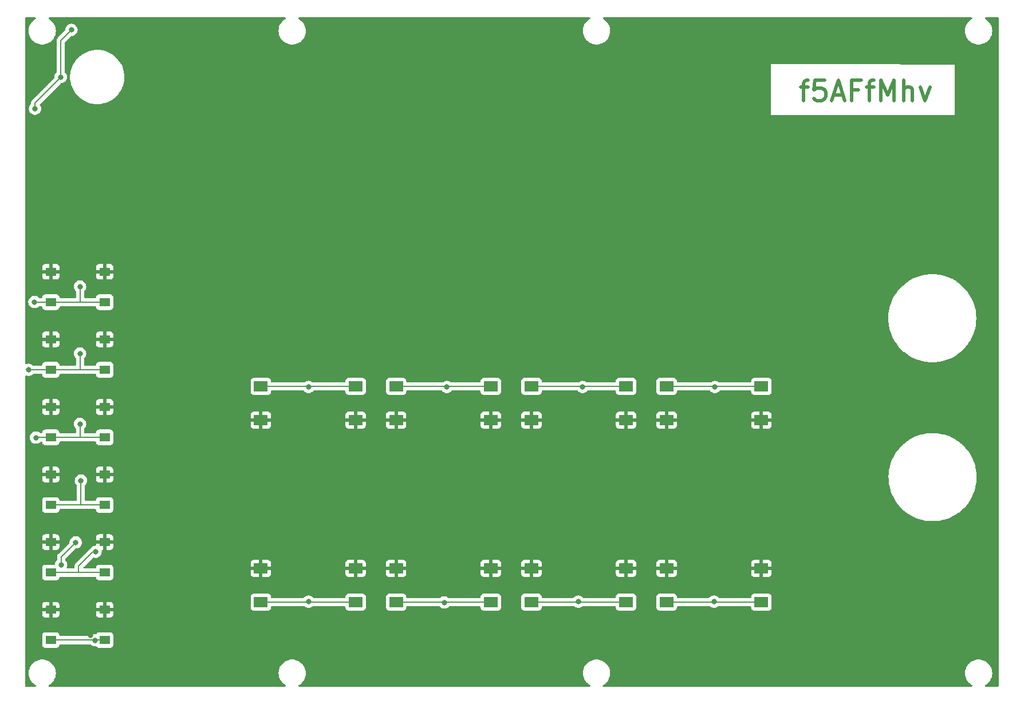
<source format=gtl>
G04 #@! TF.GenerationSoftware,KiCad,Pcbnew,6.0.8*
G04 #@! TF.CreationDate,2022-10-19T16:45:40+03:00*
G04 #@! TF.ProjectId,keypad,6b657970-6164-42e6-9b69-6361645f7063,B*
G04 #@! TF.SameCoordinates,Original*
G04 #@! TF.FileFunction,Copper,L1,Top*
G04 #@! TF.FilePolarity,Positive*
%FSLAX46Y46*%
G04 Gerber Fmt 4.6, Leading zero omitted, Abs format (unit mm)*
G04 Created by KiCad (PCBNEW 6.0.8) date 2022-10-19 16:45:40*
%MOMM*%
%LPD*%
G01*
G04 APERTURE LIST*
%ADD10C,0.500000*%
G04 #@! TA.AperFunction,NonConductor*
%ADD11C,0.500000*%
G04 #@! TD*
G04 #@! TA.AperFunction,SMDPad,CuDef*
%ADD12R,1.550000X1.300000*%
G04 #@! TD*
G04 #@! TA.AperFunction,SMDPad,CuDef*
%ADD13R,2.000000X1.500000*%
G04 #@! TD*
G04 #@! TA.AperFunction,ViaPad*
%ADD14C,0.800000*%
G04 #@! TD*
G04 #@! TA.AperFunction,Conductor*
%ADD15C,0.200000*%
G04 #@! TD*
G04 APERTURE END LIST*
D10*
D11*
X195987342Y-54716742D02*
X197130200Y-54716742D01*
X196415914Y-56716742D02*
X196415914Y-54145314D01*
X196558771Y-53859600D01*
X196844485Y-53716742D01*
X197130200Y-53716742D01*
X199558771Y-53716742D02*
X198130200Y-53716742D01*
X197987342Y-55145314D01*
X198130200Y-55002457D01*
X198415914Y-54859600D01*
X199130200Y-54859600D01*
X199415914Y-55002457D01*
X199558771Y-55145314D01*
X199701628Y-55431028D01*
X199701628Y-56145314D01*
X199558771Y-56431028D01*
X199415914Y-56573885D01*
X199130200Y-56716742D01*
X198415914Y-56716742D01*
X198130200Y-56573885D01*
X197987342Y-56431028D01*
X200844485Y-55859600D02*
X202273057Y-55859600D01*
X200558771Y-56716742D02*
X201558771Y-53716742D01*
X202558771Y-56716742D01*
X204558771Y-55145314D02*
X203558771Y-55145314D01*
X203558771Y-56716742D02*
X203558771Y-53716742D01*
X204987342Y-53716742D01*
X205701628Y-54716742D02*
X206844485Y-54716742D01*
X206130200Y-56716742D02*
X206130200Y-54145314D01*
X206273057Y-53859600D01*
X206558771Y-53716742D01*
X206844485Y-53716742D01*
X207844485Y-56716742D02*
X207844485Y-53716742D01*
X208844485Y-55859600D01*
X209844485Y-53716742D01*
X209844485Y-56716742D01*
X211273057Y-56716742D02*
X211273057Y-53716742D01*
X212558771Y-56716742D02*
X212558771Y-55145314D01*
X212415914Y-54859600D01*
X212130200Y-54716742D01*
X211701628Y-54716742D01*
X211415914Y-54859600D01*
X211273057Y-55002457D01*
X213701628Y-54716742D02*
X214415914Y-56716742D01*
X215130200Y-54716742D01*
D12*
X85161200Y-102030000D03*
X93121200Y-102030000D03*
X93121200Y-106530000D03*
X85161200Y-106530000D03*
D13*
X156202000Y-103986000D03*
X170202000Y-103986000D03*
X170202000Y-98986000D03*
X156202000Y-98986000D03*
D12*
X85161200Y-82030000D03*
X93121200Y-82030000D03*
X85161200Y-86530000D03*
X93121200Y-86530000D03*
D13*
X116202000Y-103986000D03*
X130202000Y-103986000D03*
X116202000Y-98986000D03*
X130202000Y-98986000D03*
X190202000Y-103986000D03*
X176202000Y-103986000D03*
X190202000Y-98986000D03*
X176202000Y-98986000D03*
D12*
X93121200Y-92030000D03*
X85161200Y-92030000D03*
X93121200Y-96530000D03*
X85161200Y-96530000D03*
D13*
X190202000Y-125910000D03*
X176202000Y-125910000D03*
X176202000Y-130910000D03*
X190202000Y-130910000D03*
X156202000Y-125910000D03*
X170202000Y-125910000D03*
X170202000Y-130910000D03*
X156202000Y-130910000D03*
D12*
X93121200Y-112030000D03*
X85161200Y-112030000D03*
X85161200Y-116530000D03*
X93121200Y-116530000D03*
D13*
X150202000Y-103986000D03*
X136202000Y-103986000D03*
X150202000Y-98986000D03*
X136202000Y-98986000D03*
X116202000Y-125910000D03*
X130202000Y-125910000D03*
X116202000Y-130910000D03*
X130202000Y-130910000D03*
X150202000Y-125910000D03*
X136202000Y-125910000D03*
X150202000Y-130910000D03*
X136202000Y-130910000D03*
D12*
X93121200Y-122030000D03*
X85161200Y-122030000D03*
X85161200Y-126530000D03*
X93121200Y-126530000D03*
X85161200Y-132030000D03*
X93121200Y-132030000D03*
X93121200Y-136530000D03*
X85161200Y-136530000D03*
D14*
X86682000Y-125362000D03*
X88841000Y-122060000D03*
X88206000Y-46241000D03*
X86617500Y-53226000D03*
X82812500Y-57925000D03*
X91000000Y-135776000D03*
X103319000Y-55766000D03*
X105097000Y-48654000D03*
X85412000Y-62751000D03*
X81856000Y-96533000D03*
X89476000Y-94120000D03*
X89603000Y-112916000D03*
X89476000Y-84214000D03*
X82745000Y-86500000D03*
X91719538Y-136539218D03*
X91762000Y-123457000D03*
X82960500Y-106566000D03*
X89476000Y-104534000D03*
X123258000Y-99073000D03*
X163771000Y-99073000D03*
X123258000Y-130823000D03*
X163136000Y-130823000D03*
X143705000Y-99073000D03*
X183329000Y-99073000D03*
X143324000Y-130950000D03*
X183202000Y-130823000D03*
D15*
X86682000Y-124219000D02*
X86682000Y-125362000D01*
X88841000Y-122060000D02*
X86682000Y-124219000D01*
X91710320Y-136530000D02*
X85161200Y-136530000D01*
X91719538Y-136539218D02*
X91728756Y-136530000D01*
X91719538Y-136539218D02*
X91710320Y-136530000D01*
X91728756Y-136530000D02*
X93121200Y-136530000D01*
X82812500Y-57925000D02*
X82812500Y-57095500D01*
X82812500Y-57095500D02*
X86617500Y-53290500D01*
X86617500Y-53290500D02*
X86617500Y-53226000D01*
X86617500Y-47829500D02*
X88206000Y-46241000D01*
X86617500Y-53226000D02*
X86617500Y-47829500D01*
X85161200Y-96530000D02*
X89600000Y-96530000D01*
X81856000Y-96533000D02*
X81859000Y-96530000D01*
X89600000Y-96530000D02*
X93121200Y-96530000D01*
X89476000Y-94120000D02*
X89476000Y-96406000D01*
X81859000Y-96530000D02*
X85161200Y-96530000D01*
X89788000Y-116530000D02*
X93121200Y-116530000D01*
X89603000Y-112916000D02*
X89603000Y-116472000D01*
X85161200Y-116530000D02*
X89788000Y-116530000D01*
X89661000Y-116530000D02*
X89788000Y-116530000D01*
X89603000Y-116472000D02*
X89661000Y-116530000D01*
X85161200Y-86530000D02*
X89252000Y-86530000D01*
X89476000Y-84468000D02*
X89476000Y-86530000D01*
X82745000Y-86500000D02*
X82775000Y-86530000D01*
X82775000Y-86530000D02*
X85161200Y-86530000D01*
X89252000Y-86530000D02*
X93121200Y-86530000D01*
X89247000Y-125591000D02*
X89247000Y-126530000D01*
X91381000Y-123457000D02*
X89247000Y-125591000D01*
X89247000Y-126530000D02*
X93121200Y-126530000D01*
X85161200Y-126530000D02*
X89247000Y-126530000D01*
X91762000Y-123457000D02*
X91381000Y-123457000D01*
X82996500Y-106530000D02*
X85161200Y-106530000D01*
X85161200Y-106530000D02*
X89512000Y-106530000D01*
X89512000Y-106530000D02*
X93121200Y-106530000D01*
X82960500Y-106566000D02*
X82996500Y-106530000D01*
X89476000Y-104534000D02*
X89476000Y-106439000D01*
X123258000Y-99073000D02*
X123171000Y-98986000D01*
X123258000Y-99073000D02*
X123345000Y-98986000D01*
X123345000Y-98986000D02*
X130202000Y-98986000D01*
X123171000Y-98986000D02*
X116202000Y-98986000D01*
X156202000Y-98986000D02*
X163684000Y-98986000D01*
X163684000Y-98986000D02*
X163771000Y-99073000D01*
X163858000Y-98986000D02*
X170202000Y-98986000D01*
X163771000Y-99073000D02*
X163858000Y-98986000D01*
X123258000Y-130823000D02*
X123345000Y-130910000D01*
X123345000Y-130910000D02*
X130202000Y-130910000D01*
X123171000Y-130910000D02*
X123258000Y-130823000D01*
X116202000Y-130910000D02*
X123171000Y-130910000D01*
X163136000Y-130823000D02*
X163223000Y-130910000D01*
X163049000Y-130910000D02*
X163136000Y-130823000D01*
X156202000Y-130910000D02*
X163049000Y-130910000D01*
X163223000Y-130910000D02*
X170202000Y-130910000D01*
X143705000Y-99073000D02*
X143792000Y-98986000D01*
X143618000Y-98986000D02*
X136202000Y-98986000D01*
X143792000Y-98986000D02*
X150202000Y-98986000D01*
X143705000Y-99073000D02*
X143618000Y-98986000D01*
X183329000Y-99073000D02*
X183416000Y-98986000D01*
X176202000Y-98986000D02*
X183242000Y-98986000D01*
X183242000Y-98986000D02*
X183329000Y-99073000D01*
X183416000Y-98986000D02*
X190202000Y-98986000D01*
X143364000Y-130910000D02*
X150202000Y-130910000D01*
X143324000Y-130950000D02*
X143364000Y-130910000D01*
X143284000Y-130910000D02*
X143324000Y-130950000D01*
X136202000Y-130910000D02*
X143284000Y-130910000D01*
X176202000Y-130910000D02*
X183115000Y-130910000D01*
X183115000Y-130910000D02*
X183202000Y-130823000D01*
X183202000Y-130823000D02*
X183289000Y-130910000D01*
X183289000Y-130910000D02*
X190202000Y-130910000D01*
G04 #@! TA.AperFunction,Conductor*
G36*
X82916651Y-44432502D02*
G01*
X82963144Y-44486158D01*
X82973248Y-44556432D01*
X82943754Y-44621012D01*
X82913236Y-44646616D01*
X82742725Y-44748664D01*
X82742721Y-44748667D01*
X82739043Y-44750868D01*
X82525318Y-44922094D01*
X82336808Y-45120742D01*
X82177002Y-45343136D01*
X82048857Y-45585161D01*
X82047385Y-45589184D01*
X82047383Y-45589188D01*
X81956214Y-45838317D01*
X81954743Y-45842337D01*
X81896404Y-46109907D01*
X81874917Y-46382918D01*
X81875334Y-46390156D01*
X81890682Y-46656320D01*
X81943405Y-46925053D01*
X81944792Y-46929103D01*
X81944793Y-46929108D01*
X82021236Y-47152379D01*
X82032112Y-47184144D01*
X82061238Y-47242054D01*
X82130837Y-47380437D01*
X82155160Y-47428799D01*
X82157586Y-47432328D01*
X82157589Y-47432334D01*
X82219644Y-47522624D01*
X82310274Y-47654490D01*
X82313161Y-47657663D01*
X82313162Y-47657664D01*
X82469520Y-47829500D01*
X82494582Y-47857043D01*
X82704675Y-48032707D01*
X82708316Y-48034991D01*
X82933024Y-48175951D01*
X82933028Y-48175953D01*
X82936664Y-48178234D01*
X83004544Y-48208883D01*
X83182345Y-48289164D01*
X83182349Y-48289166D01*
X83186257Y-48290930D01*
X83190377Y-48292150D01*
X83190376Y-48292150D01*
X83444723Y-48367491D01*
X83444727Y-48367492D01*
X83448836Y-48368709D01*
X83453070Y-48369357D01*
X83453075Y-48369358D01*
X83715298Y-48409483D01*
X83715300Y-48409483D01*
X83719540Y-48410132D01*
X83858912Y-48412322D01*
X83989071Y-48414367D01*
X83989077Y-48414367D01*
X83993362Y-48414434D01*
X84265235Y-48381534D01*
X84530127Y-48312041D01*
X84534087Y-48310401D01*
X84534092Y-48310399D01*
X84656631Y-48259641D01*
X84783136Y-48207241D01*
X84901359Y-48138157D01*
X85015879Y-48071237D01*
X85015880Y-48071236D01*
X85019582Y-48069073D01*
X85235089Y-47900094D01*
X85256853Y-47877636D01*
X85422686Y-47706509D01*
X85425669Y-47703431D01*
X85428202Y-47699983D01*
X85428206Y-47699978D01*
X85585257Y-47486178D01*
X85587795Y-47482723D01*
X85615154Y-47432334D01*
X85716418Y-47245830D01*
X85716419Y-47245828D01*
X85718468Y-47242054D01*
X85774884Y-47092754D01*
X85813751Y-46989895D01*
X85813752Y-46989891D01*
X85815269Y-46985877D01*
X85862892Y-46777944D01*
X85875449Y-46723117D01*
X85875450Y-46723113D01*
X85876407Y-46718933D01*
X85884910Y-46623665D01*
X85900531Y-46448627D01*
X85900531Y-46448625D01*
X85900751Y-46446161D01*
X85901193Y-46404000D01*
X85890081Y-46241000D01*
X85882859Y-46135055D01*
X85882858Y-46135049D01*
X85882567Y-46130778D01*
X85827032Y-45862612D01*
X85735617Y-45604465D01*
X85610013Y-45361112D01*
X85600040Y-45346921D01*
X85455008Y-45140562D01*
X85452545Y-45137057D01*
X85266125Y-44936445D01*
X85262810Y-44933731D01*
X85262806Y-44933728D01*
X85057523Y-44765706D01*
X85054205Y-44762990D01*
X84981411Y-44718382D01*
X84863185Y-44645933D01*
X84815554Y-44593285D01*
X84803947Y-44523244D01*
X84832050Y-44458046D01*
X84890940Y-44418392D01*
X84929020Y-44412500D01*
X119800530Y-44412500D01*
X119868651Y-44432502D01*
X119915144Y-44486158D01*
X119925248Y-44556432D01*
X119895754Y-44621012D01*
X119865236Y-44646616D01*
X119694725Y-44748664D01*
X119694721Y-44748667D01*
X119691043Y-44750868D01*
X119477318Y-44922094D01*
X119288808Y-45120742D01*
X119129002Y-45343136D01*
X119000857Y-45585161D01*
X118999385Y-45589184D01*
X118999383Y-45589188D01*
X118908214Y-45838317D01*
X118906743Y-45842337D01*
X118848404Y-46109907D01*
X118826917Y-46382918D01*
X118827334Y-46390156D01*
X118842682Y-46656320D01*
X118895405Y-46925053D01*
X118896792Y-46929103D01*
X118896793Y-46929108D01*
X118973236Y-47152379D01*
X118984112Y-47184144D01*
X119013238Y-47242054D01*
X119082837Y-47380437D01*
X119107160Y-47428799D01*
X119109586Y-47432328D01*
X119109589Y-47432334D01*
X119171644Y-47522624D01*
X119262274Y-47654490D01*
X119265161Y-47657663D01*
X119265162Y-47657664D01*
X119421520Y-47829500D01*
X119446582Y-47857043D01*
X119656675Y-48032707D01*
X119660316Y-48034991D01*
X119885024Y-48175951D01*
X119885028Y-48175953D01*
X119888664Y-48178234D01*
X119956544Y-48208883D01*
X120134345Y-48289164D01*
X120134349Y-48289166D01*
X120138257Y-48290930D01*
X120142377Y-48292150D01*
X120142376Y-48292150D01*
X120396723Y-48367491D01*
X120396727Y-48367492D01*
X120400836Y-48368709D01*
X120405070Y-48369357D01*
X120405075Y-48369358D01*
X120667298Y-48409483D01*
X120667300Y-48409483D01*
X120671540Y-48410132D01*
X120810912Y-48412322D01*
X120941071Y-48414367D01*
X120941077Y-48414367D01*
X120945362Y-48414434D01*
X121217235Y-48381534D01*
X121482127Y-48312041D01*
X121486087Y-48310401D01*
X121486092Y-48310399D01*
X121608631Y-48259641D01*
X121735136Y-48207241D01*
X121853359Y-48138157D01*
X121967879Y-48071237D01*
X121967880Y-48071236D01*
X121971582Y-48069073D01*
X122187089Y-47900094D01*
X122208853Y-47877636D01*
X122374686Y-47706509D01*
X122377669Y-47703431D01*
X122380202Y-47699983D01*
X122380206Y-47699978D01*
X122537257Y-47486178D01*
X122539795Y-47482723D01*
X122567154Y-47432334D01*
X122668418Y-47245830D01*
X122668419Y-47245828D01*
X122670468Y-47242054D01*
X122726884Y-47092754D01*
X122765751Y-46989895D01*
X122765752Y-46989891D01*
X122767269Y-46985877D01*
X122814892Y-46777944D01*
X122827449Y-46723117D01*
X122827450Y-46723113D01*
X122828407Y-46718933D01*
X122836910Y-46623665D01*
X122852531Y-46448627D01*
X122852531Y-46448625D01*
X122852751Y-46446161D01*
X122853193Y-46404000D01*
X122842081Y-46241000D01*
X122834859Y-46135055D01*
X122834858Y-46135049D01*
X122834567Y-46130778D01*
X122779032Y-45862612D01*
X122687617Y-45604465D01*
X122562013Y-45361112D01*
X122552040Y-45346921D01*
X122407008Y-45140562D01*
X122404545Y-45137057D01*
X122218125Y-44936445D01*
X122214810Y-44933731D01*
X122214806Y-44933728D01*
X122009523Y-44765706D01*
X122006205Y-44762990D01*
X121933411Y-44718382D01*
X121815185Y-44645933D01*
X121767554Y-44593285D01*
X121755947Y-44523244D01*
X121784050Y-44458046D01*
X121842940Y-44418392D01*
X121881020Y-44412500D01*
X164800530Y-44412500D01*
X164868651Y-44432502D01*
X164915144Y-44486158D01*
X164925248Y-44556432D01*
X164895754Y-44621012D01*
X164865236Y-44646616D01*
X164694725Y-44748664D01*
X164694721Y-44748667D01*
X164691043Y-44750868D01*
X164477318Y-44922094D01*
X164288808Y-45120742D01*
X164129002Y-45343136D01*
X164000857Y-45585161D01*
X163999385Y-45589184D01*
X163999383Y-45589188D01*
X163908214Y-45838317D01*
X163906743Y-45842337D01*
X163848404Y-46109907D01*
X163826917Y-46382918D01*
X163827334Y-46390156D01*
X163842682Y-46656320D01*
X163895405Y-46925053D01*
X163896792Y-46929103D01*
X163896793Y-46929108D01*
X163973236Y-47152379D01*
X163984112Y-47184144D01*
X164013238Y-47242054D01*
X164082837Y-47380437D01*
X164107160Y-47428799D01*
X164109586Y-47432328D01*
X164109589Y-47432334D01*
X164171644Y-47522624D01*
X164262274Y-47654490D01*
X164265161Y-47657663D01*
X164265162Y-47657664D01*
X164421520Y-47829500D01*
X164446582Y-47857043D01*
X164656675Y-48032707D01*
X164660316Y-48034991D01*
X164885024Y-48175951D01*
X164885028Y-48175953D01*
X164888664Y-48178234D01*
X164956544Y-48208883D01*
X165134345Y-48289164D01*
X165134349Y-48289166D01*
X165138257Y-48290930D01*
X165142377Y-48292150D01*
X165142376Y-48292150D01*
X165396723Y-48367491D01*
X165396727Y-48367492D01*
X165400836Y-48368709D01*
X165405070Y-48369357D01*
X165405075Y-48369358D01*
X165667298Y-48409483D01*
X165667300Y-48409483D01*
X165671540Y-48410132D01*
X165810912Y-48412322D01*
X165941071Y-48414367D01*
X165941077Y-48414367D01*
X165945362Y-48414434D01*
X166217235Y-48381534D01*
X166482127Y-48312041D01*
X166486087Y-48310401D01*
X166486092Y-48310399D01*
X166608631Y-48259641D01*
X166735136Y-48207241D01*
X166853359Y-48138157D01*
X166967879Y-48071237D01*
X166967880Y-48071236D01*
X166971582Y-48069073D01*
X167187089Y-47900094D01*
X167208853Y-47877636D01*
X167374686Y-47706509D01*
X167377669Y-47703431D01*
X167380202Y-47699983D01*
X167380206Y-47699978D01*
X167537257Y-47486178D01*
X167539795Y-47482723D01*
X167567154Y-47432334D01*
X167668418Y-47245830D01*
X167668419Y-47245828D01*
X167670468Y-47242054D01*
X167726884Y-47092754D01*
X167765751Y-46989895D01*
X167765752Y-46989891D01*
X167767269Y-46985877D01*
X167814892Y-46777944D01*
X167827449Y-46723117D01*
X167827450Y-46723113D01*
X167828407Y-46718933D01*
X167836910Y-46623665D01*
X167852531Y-46448627D01*
X167852531Y-46448625D01*
X167852751Y-46446161D01*
X167853193Y-46404000D01*
X167842081Y-46241000D01*
X167834859Y-46135055D01*
X167834858Y-46135049D01*
X167834567Y-46130778D01*
X167779032Y-45862612D01*
X167687617Y-45604465D01*
X167562013Y-45361112D01*
X167552040Y-45346921D01*
X167407008Y-45140562D01*
X167404545Y-45137057D01*
X167218125Y-44936445D01*
X167214810Y-44933731D01*
X167214806Y-44933728D01*
X167009523Y-44765706D01*
X167006205Y-44762990D01*
X166933411Y-44718382D01*
X166815185Y-44645933D01*
X166767554Y-44593285D01*
X166755947Y-44523244D01*
X166784050Y-44458046D01*
X166842940Y-44418392D01*
X166881020Y-44412500D01*
X221278530Y-44412500D01*
X221346651Y-44432502D01*
X221393144Y-44486158D01*
X221403248Y-44556432D01*
X221373754Y-44621012D01*
X221343236Y-44646616D01*
X221172725Y-44748664D01*
X221172721Y-44748667D01*
X221169043Y-44750868D01*
X220955318Y-44922094D01*
X220766808Y-45120742D01*
X220607002Y-45343136D01*
X220478857Y-45585161D01*
X220477385Y-45589184D01*
X220477383Y-45589188D01*
X220386214Y-45838317D01*
X220384743Y-45842337D01*
X220326404Y-46109907D01*
X220304917Y-46382918D01*
X220305334Y-46390156D01*
X220320682Y-46656320D01*
X220373405Y-46925053D01*
X220374792Y-46929103D01*
X220374793Y-46929108D01*
X220451236Y-47152379D01*
X220462112Y-47184144D01*
X220491238Y-47242054D01*
X220560837Y-47380437D01*
X220585160Y-47428799D01*
X220587586Y-47432328D01*
X220587589Y-47432334D01*
X220649644Y-47522624D01*
X220740274Y-47654490D01*
X220743161Y-47657663D01*
X220743162Y-47657664D01*
X220899520Y-47829500D01*
X220924582Y-47857043D01*
X221134675Y-48032707D01*
X221138316Y-48034991D01*
X221363024Y-48175951D01*
X221363028Y-48175953D01*
X221366664Y-48178234D01*
X221434544Y-48208883D01*
X221612345Y-48289164D01*
X221612349Y-48289166D01*
X221616257Y-48290930D01*
X221620377Y-48292150D01*
X221620376Y-48292150D01*
X221874723Y-48367491D01*
X221874727Y-48367492D01*
X221878836Y-48368709D01*
X221883070Y-48369357D01*
X221883075Y-48369358D01*
X222145298Y-48409483D01*
X222145300Y-48409483D01*
X222149540Y-48410132D01*
X222288912Y-48412322D01*
X222419071Y-48414367D01*
X222419077Y-48414367D01*
X222423362Y-48414434D01*
X222695235Y-48381534D01*
X222960127Y-48312041D01*
X222964087Y-48310401D01*
X222964092Y-48310399D01*
X223086631Y-48259641D01*
X223213136Y-48207241D01*
X223331359Y-48138157D01*
X223445879Y-48071237D01*
X223445880Y-48071236D01*
X223449582Y-48069073D01*
X223665089Y-47900094D01*
X223686853Y-47877636D01*
X223852686Y-47706509D01*
X223855669Y-47703431D01*
X223858202Y-47699983D01*
X223858206Y-47699978D01*
X224015257Y-47486178D01*
X224017795Y-47482723D01*
X224045154Y-47432334D01*
X224146418Y-47245830D01*
X224146419Y-47245828D01*
X224148468Y-47242054D01*
X224204884Y-47092754D01*
X224243751Y-46989895D01*
X224243752Y-46989891D01*
X224245269Y-46985877D01*
X224292892Y-46777944D01*
X224305449Y-46723117D01*
X224305450Y-46723113D01*
X224306407Y-46718933D01*
X224314910Y-46623665D01*
X224330531Y-46448627D01*
X224330531Y-46448625D01*
X224330751Y-46446161D01*
X224331193Y-46404000D01*
X224320081Y-46241000D01*
X224312859Y-46135055D01*
X224312858Y-46135049D01*
X224312567Y-46130778D01*
X224257032Y-45862612D01*
X224165617Y-45604465D01*
X224040013Y-45361112D01*
X224030040Y-45346921D01*
X223885008Y-45140562D01*
X223882545Y-45137057D01*
X223696125Y-44936445D01*
X223692810Y-44933731D01*
X223692806Y-44933728D01*
X223487523Y-44765706D01*
X223484205Y-44762990D01*
X223411411Y-44718382D01*
X223293185Y-44645933D01*
X223245554Y-44593285D01*
X223233947Y-44523244D01*
X223262050Y-44458046D01*
X223320940Y-44418392D01*
X223359020Y-44412500D01*
X225205500Y-44412500D01*
X225273621Y-44432502D01*
X225320114Y-44486158D01*
X225331500Y-44538500D01*
X225331500Y-143269500D01*
X225311498Y-143337621D01*
X225257842Y-143384114D01*
X225205500Y-143395500D01*
X223356332Y-143395500D01*
X223288211Y-143375498D01*
X223241718Y-143321842D01*
X223231614Y-143251568D01*
X223261108Y-143186988D01*
X223292761Y-143160712D01*
X223445879Y-143071237D01*
X223445880Y-143071236D01*
X223449582Y-143069073D01*
X223665089Y-142900094D01*
X223706809Y-142857043D01*
X223852686Y-142706509D01*
X223855669Y-142703431D01*
X223858202Y-142699983D01*
X223858206Y-142699978D01*
X224015257Y-142486178D01*
X224017795Y-142482723D01*
X224045154Y-142432334D01*
X224146418Y-142245830D01*
X224146419Y-142245828D01*
X224148468Y-142242054D01*
X224245269Y-141985877D01*
X224286173Y-141807279D01*
X224305449Y-141723117D01*
X224305450Y-141723113D01*
X224306407Y-141718933D01*
X224314910Y-141623665D01*
X224330531Y-141448627D01*
X224330531Y-141448625D01*
X224330751Y-141446161D01*
X224331193Y-141404000D01*
X224329465Y-141378648D01*
X224312859Y-141135055D01*
X224312858Y-141135049D01*
X224312567Y-141130778D01*
X224257032Y-140862612D01*
X224165617Y-140604465D01*
X224040013Y-140361112D01*
X224030040Y-140346921D01*
X223885008Y-140140562D01*
X223882545Y-140137057D01*
X223696125Y-139936445D01*
X223692810Y-139933731D01*
X223692806Y-139933728D01*
X223487523Y-139765706D01*
X223484205Y-139762990D01*
X223250704Y-139619901D01*
X223246768Y-139618173D01*
X223003873Y-139511549D01*
X223003869Y-139511548D01*
X222999945Y-139509825D01*
X222736566Y-139434800D01*
X222732324Y-139434196D01*
X222732318Y-139434195D01*
X222531834Y-139405662D01*
X222465443Y-139396213D01*
X222321589Y-139395460D01*
X222195877Y-139394802D01*
X222195871Y-139394802D01*
X222191591Y-139394780D01*
X222187347Y-139395339D01*
X222187343Y-139395339D01*
X222068302Y-139411011D01*
X221920078Y-139430525D01*
X221915938Y-139431658D01*
X221915936Y-139431658D01*
X221843008Y-139451609D01*
X221655928Y-139502788D01*
X221651980Y-139504472D01*
X221407982Y-139608546D01*
X221407978Y-139608548D01*
X221404030Y-139610232D01*
X221384125Y-139622145D01*
X221172725Y-139748664D01*
X221172721Y-139748667D01*
X221169043Y-139750868D01*
X220955318Y-139922094D01*
X220766808Y-140120742D01*
X220607002Y-140343136D01*
X220478857Y-140585161D01*
X220477385Y-140589184D01*
X220477383Y-140589188D01*
X220434872Y-140705355D01*
X220384743Y-140842337D01*
X220326404Y-141109907D01*
X220304917Y-141382918D01*
X220305334Y-141390156D01*
X220320682Y-141656320D01*
X220373405Y-141925053D01*
X220374792Y-141929103D01*
X220374793Y-141929108D01*
X220460723Y-142180088D01*
X220462112Y-142184144D01*
X220491238Y-142242054D01*
X220560837Y-142380437D01*
X220585160Y-142428799D01*
X220587586Y-142432328D01*
X220587589Y-142432334D01*
X220737843Y-142650953D01*
X220740274Y-142654490D01*
X220924582Y-142857043D01*
X221134675Y-143032707D01*
X221138316Y-143034991D01*
X221342001Y-143162763D01*
X221389079Y-143215906D01*
X221399951Y-143286065D01*
X221371167Y-143350965D01*
X221311864Y-143390000D01*
X221275045Y-143395500D01*
X166878332Y-143395500D01*
X166810211Y-143375498D01*
X166763718Y-143321842D01*
X166753614Y-143251568D01*
X166783108Y-143186988D01*
X166814761Y-143160712D01*
X166967879Y-143071237D01*
X166967880Y-143071236D01*
X166971582Y-143069073D01*
X167187089Y-142900094D01*
X167228809Y-142857043D01*
X167374686Y-142706509D01*
X167377669Y-142703431D01*
X167380202Y-142699983D01*
X167380206Y-142699978D01*
X167537257Y-142486178D01*
X167539795Y-142482723D01*
X167567154Y-142432334D01*
X167668418Y-142245830D01*
X167668419Y-142245828D01*
X167670468Y-142242054D01*
X167767269Y-141985877D01*
X167808173Y-141807279D01*
X167827449Y-141723117D01*
X167827450Y-141723113D01*
X167828407Y-141718933D01*
X167836910Y-141623665D01*
X167852531Y-141448627D01*
X167852531Y-141448625D01*
X167852751Y-141446161D01*
X167853193Y-141404000D01*
X167851465Y-141378648D01*
X167834859Y-141135055D01*
X167834858Y-141135049D01*
X167834567Y-141130778D01*
X167779032Y-140862612D01*
X167687617Y-140604465D01*
X167562013Y-140361112D01*
X167552040Y-140346921D01*
X167407008Y-140140562D01*
X167404545Y-140137057D01*
X167218125Y-139936445D01*
X167214810Y-139933731D01*
X167214806Y-139933728D01*
X167009523Y-139765706D01*
X167006205Y-139762990D01*
X166772704Y-139619901D01*
X166768768Y-139618173D01*
X166525873Y-139511549D01*
X166525869Y-139511548D01*
X166521945Y-139509825D01*
X166258566Y-139434800D01*
X166254324Y-139434196D01*
X166254318Y-139434195D01*
X166053834Y-139405662D01*
X165987443Y-139396213D01*
X165843589Y-139395460D01*
X165717877Y-139394802D01*
X165717871Y-139394802D01*
X165713591Y-139394780D01*
X165709347Y-139395339D01*
X165709343Y-139395339D01*
X165590302Y-139411011D01*
X165442078Y-139430525D01*
X165437938Y-139431658D01*
X165437936Y-139431658D01*
X165365008Y-139451609D01*
X165177928Y-139502788D01*
X165173980Y-139504472D01*
X164929982Y-139608546D01*
X164929978Y-139608548D01*
X164926030Y-139610232D01*
X164906125Y-139622145D01*
X164694725Y-139748664D01*
X164694721Y-139748667D01*
X164691043Y-139750868D01*
X164477318Y-139922094D01*
X164288808Y-140120742D01*
X164129002Y-140343136D01*
X164000857Y-140585161D01*
X163999385Y-140589184D01*
X163999383Y-140589188D01*
X163956872Y-140705355D01*
X163906743Y-140842337D01*
X163848404Y-141109907D01*
X163826917Y-141382918D01*
X163827334Y-141390156D01*
X163842682Y-141656320D01*
X163895405Y-141925053D01*
X163896792Y-141929103D01*
X163896793Y-141929108D01*
X163982723Y-142180088D01*
X163984112Y-142184144D01*
X164013238Y-142242054D01*
X164082837Y-142380437D01*
X164107160Y-142428799D01*
X164109586Y-142432328D01*
X164109589Y-142432334D01*
X164259843Y-142650953D01*
X164262274Y-142654490D01*
X164446582Y-142857043D01*
X164656675Y-143032707D01*
X164660316Y-143034991D01*
X164864001Y-143162763D01*
X164911079Y-143215906D01*
X164921951Y-143286065D01*
X164893167Y-143350965D01*
X164833864Y-143390000D01*
X164797045Y-143395500D01*
X121878332Y-143395500D01*
X121810211Y-143375498D01*
X121763718Y-143321842D01*
X121753614Y-143251568D01*
X121783108Y-143186988D01*
X121814761Y-143160712D01*
X121967879Y-143071237D01*
X121967880Y-143071236D01*
X121971582Y-143069073D01*
X122187089Y-142900094D01*
X122228809Y-142857043D01*
X122374686Y-142706509D01*
X122377669Y-142703431D01*
X122380202Y-142699983D01*
X122380206Y-142699978D01*
X122537257Y-142486178D01*
X122539795Y-142482723D01*
X122567154Y-142432334D01*
X122668418Y-142245830D01*
X122668419Y-142245828D01*
X122670468Y-142242054D01*
X122767269Y-141985877D01*
X122808173Y-141807279D01*
X122827449Y-141723117D01*
X122827450Y-141723113D01*
X122828407Y-141718933D01*
X122836910Y-141623665D01*
X122852531Y-141448627D01*
X122852531Y-141448625D01*
X122852751Y-141446161D01*
X122853193Y-141404000D01*
X122851465Y-141378648D01*
X122834859Y-141135055D01*
X122834858Y-141135049D01*
X122834567Y-141130778D01*
X122779032Y-140862612D01*
X122687617Y-140604465D01*
X122562013Y-140361112D01*
X122552040Y-140346921D01*
X122407008Y-140140562D01*
X122404545Y-140137057D01*
X122218125Y-139936445D01*
X122214810Y-139933731D01*
X122214806Y-139933728D01*
X122009523Y-139765706D01*
X122006205Y-139762990D01*
X121772704Y-139619901D01*
X121768768Y-139618173D01*
X121525873Y-139511549D01*
X121525869Y-139511548D01*
X121521945Y-139509825D01*
X121258566Y-139434800D01*
X121254324Y-139434196D01*
X121254318Y-139434195D01*
X121053834Y-139405662D01*
X120987443Y-139396213D01*
X120843589Y-139395460D01*
X120717877Y-139394802D01*
X120717871Y-139394802D01*
X120713591Y-139394780D01*
X120709347Y-139395339D01*
X120709343Y-139395339D01*
X120590302Y-139411011D01*
X120442078Y-139430525D01*
X120437938Y-139431658D01*
X120437936Y-139431658D01*
X120365008Y-139451609D01*
X120177928Y-139502788D01*
X120173980Y-139504472D01*
X119929982Y-139608546D01*
X119929978Y-139608548D01*
X119926030Y-139610232D01*
X119906125Y-139622145D01*
X119694725Y-139748664D01*
X119694721Y-139748667D01*
X119691043Y-139750868D01*
X119477318Y-139922094D01*
X119288808Y-140120742D01*
X119129002Y-140343136D01*
X119000857Y-140585161D01*
X118999385Y-140589184D01*
X118999383Y-140589188D01*
X118956872Y-140705355D01*
X118906743Y-140842337D01*
X118848404Y-141109907D01*
X118826917Y-141382918D01*
X118827334Y-141390156D01*
X118842682Y-141656320D01*
X118895405Y-141925053D01*
X118896792Y-141929103D01*
X118896793Y-141929108D01*
X118982723Y-142180088D01*
X118984112Y-142184144D01*
X119013238Y-142242054D01*
X119082837Y-142380437D01*
X119107160Y-142428799D01*
X119109586Y-142432328D01*
X119109589Y-142432334D01*
X119259843Y-142650953D01*
X119262274Y-142654490D01*
X119446582Y-142857043D01*
X119656675Y-143032707D01*
X119660316Y-143034991D01*
X119864001Y-143162763D01*
X119911079Y-143215906D01*
X119921951Y-143286065D01*
X119893167Y-143350965D01*
X119833864Y-143390000D01*
X119797045Y-143395500D01*
X84926332Y-143395500D01*
X84858211Y-143375498D01*
X84811718Y-143321842D01*
X84801614Y-143251568D01*
X84831108Y-143186988D01*
X84862761Y-143160712D01*
X85015879Y-143071237D01*
X85015880Y-143071236D01*
X85019582Y-143069073D01*
X85235089Y-142900094D01*
X85276809Y-142857043D01*
X85422686Y-142706509D01*
X85425669Y-142703431D01*
X85428202Y-142699983D01*
X85428206Y-142699978D01*
X85585257Y-142486178D01*
X85587795Y-142482723D01*
X85615154Y-142432334D01*
X85716418Y-142245830D01*
X85716419Y-142245828D01*
X85718468Y-142242054D01*
X85815269Y-141985877D01*
X85856173Y-141807279D01*
X85875449Y-141723117D01*
X85875450Y-141723113D01*
X85876407Y-141718933D01*
X85884910Y-141623665D01*
X85900531Y-141448627D01*
X85900531Y-141448625D01*
X85900751Y-141446161D01*
X85901193Y-141404000D01*
X85899465Y-141378648D01*
X85882859Y-141135055D01*
X85882858Y-141135049D01*
X85882567Y-141130778D01*
X85827032Y-140862612D01*
X85735617Y-140604465D01*
X85610013Y-140361112D01*
X85600040Y-140346921D01*
X85455008Y-140140562D01*
X85452545Y-140137057D01*
X85266125Y-139936445D01*
X85262810Y-139933731D01*
X85262806Y-139933728D01*
X85057523Y-139765706D01*
X85054205Y-139762990D01*
X84820704Y-139619901D01*
X84816768Y-139618173D01*
X84573873Y-139511549D01*
X84573869Y-139511548D01*
X84569945Y-139509825D01*
X84306566Y-139434800D01*
X84302324Y-139434196D01*
X84302318Y-139434195D01*
X84101834Y-139405662D01*
X84035443Y-139396213D01*
X83891589Y-139395460D01*
X83765877Y-139394802D01*
X83765871Y-139394802D01*
X83761591Y-139394780D01*
X83757347Y-139395339D01*
X83757343Y-139395339D01*
X83638302Y-139411011D01*
X83490078Y-139430525D01*
X83485938Y-139431658D01*
X83485936Y-139431658D01*
X83413008Y-139451609D01*
X83225928Y-139502788D01*
X83221980Y-139504472D01*
X82977982Y-139608546D01*
X82977978Y-139608548D01*
X82974030Y-139610232D01*
X82954125Y-139622145D01*
X82742725Y-139748664D01*
X82742721Y-139748667D01*
X82739043Y-139750868D01*
X82525318Y-139922094D01*
X82336808Y-140120742D01*
X82177002Y-140343136D01*
X82048857Y-140585161D01*
X82047385Y-140589184D01*
X82047383Y-140589188D01*
X82004872Y-140705355D01*
X81954743Y-140842337D01*
X81896404Y-141109907D01*
X81874917Y-141382918D01*
X81875334Y-141390156D01*
X81890682Y-141656320D01*
X81943405Y-141925053D01*
X81944792Y-141929103D01*
X81944793Y-141929108D01*
X82030723Y-142180088D01*
X82032112Y-142184144D01*
X82061238Y-142242054D01*
X82130837Y-142380437D01*
X82155160Y-142428799D01*
X82157586Y-142432328D01*
X82157589Y-142432334D01*
X82307843Y-142650953D01*
X82310274Y-142654490D01*
X82494582Y-142857043D01*
X82704675Y-143032707D01*
X82708316Y-143034991D01*
X82912001Y-143162763D01*
X82959079Y-143215906D01*
X82969951Y-143286065D01*
X82941167Y-143350965D01*
X82881864Y-143390000D01*
X82845045Y-143395500D01*
X81474500Y-143395500D01*
X81406379Y-143375498D01*
X81359886Y-143321842D01*
X81348500Y-143269500D01*
X81348500Y-137228134D01*
X83877700Y-137228134D01*
X83884455Y-137290316D01*
X83935585Y-137426705D01*
X84022939Y-137543261D01*
X84139495Y-137630615D01*
X84275884Y-137681745D01*
X84338066Y-137688500D01*
X85984334Y-137688500D01*
X86046516Y-137681745D01*
X86182905Y-137630615D01*
X86299461Y-137543261D01*
X86386815Y-137426705D01*
X86437945Y-137290316D01*
X86442228Y-137250892D01*
X86469470Y-137185330D01*
X86527834Y-137144904D01*
X86567491Y-137138500D01*
X90980528Y-137138500D01*
X91048649Y-137158502D01*
X91074164Y-137180189D01*
X91108285Y-137218084D01*
X91113624Y-137221963D01*
X91196891Y-137282460D01*
X91262786Y-137330336D01*
X91268814Y-137333020D01*
X91268816Y-137333021D01*
X91431219Y-137405327D01*
X91437250Y-137408012D01*
X91525193Y-137426705D01*
X91617594Y-137446346D01*
X91617599Y-137446346D01*
X91624051Y-137447718D01*
X91815025Y-137447718D01*
X91821482Y-137446346D01*
X91828053Y-137445655D01*
X91828245Y-137447478D01*
X91890136Y-137452195D01*
X91946378Y-137494478D01*
X91982939Y-137543261D01*
X92099495Y-137630615D01*
X92235884Y-137681745D01*
X92298066Y-137688500D01*
X93944334Y-137688500D01*
X94006516Y-137681745D01*
X94142905Y-137630615D01*
X94259461Y-137543261D01*
X94346815Y-137426705D01*
X94397945Y-137290316D01*
X94404700Y-137228134D01*
X94404700Y-135831866D01*
X94397945Y-135769684D01*
X94346815Y-135633295D01*
X94259461Y-135516739D01*
X94142905Y-135429385D01*
X94006516Y-135378255D01*
X93944334Y-135371500D01*
X92298066Y-135371500D01*
X92235884Y-135378255D01*
X92099495Y-135429385D01*
X91982939Y-135516739D01*
X91977558Y-135523919D01*
X91977557Y-135523920D01*
X91933894Y-135582179D01*
X91877034Y-135624694D01*
X91820401Y-135631861D01*
X91815025Y-135630718D01*
X91624051Y-135630718D01*
X91617599Y-135632090D01*
X91617594Y-135632090D01*
X91548542Y-135646768D01*
X91437250Y-135670424D01*
X91431220Y-135673109D01*
X91431219Y-135673109D01*
X91268816Y-135745415D01*
X91268814Y-135745416D01*
X91262786Y-135748100D01*
X91108285Y-135860352D01*
X91103872Y-135865254D01*
X91103870Y-135865255D01*
X91090764Y-135879811D01*
X91030318Y-135917050D01*
X90997128Y-135921500D01*
X86567491Y-135921500D01*
X86499370Y-135901498D01*
X86452877Y-135847842D01*
X86442228Y-135809108D01*
X86438798Y-135777540D01*
X86437945Y-135769684D01*
X86386815Y-135633295D01*
X86299461Y-135516739D01*
X86182905Y-135429385D01*
X86046516Y-135378255D01*
X85984334Y-135371500D01*
X84338066Y-135371500D01*
X84275884Y-135378255D01*
X84139495Y-135429385D01*
X84022939Y-135516739D01*
X83935585Y-135633295D01*
X83884455Y-135769684D01*
X83877700Y-135831866D01*
X83877700Y-137228134D01*
X81348500Y-137228134D01*
X81348500Y-132724669D01*
X83878201Y-132724669D01*
X83878571Y-132731490D01*
X83884095Y-132782352D01*
X83887721Y-132797604D01*
X83932876Y-132918054D01*
X83941414Y-132933649D01*
X84017915Y-133035724D01*
X84030476Y-133048285D01*
X84132551Y-133124786D01*
X84148146Y-133133324D01*
X84268594Y-133178478D01*
X84283849Y-133182105D01*
X84334714Y-133187631D01*
X84341528Y-133188000D01*
X84889085Y-133188000D01*
X84904324Y-133183525D01*
X84905529Y-133182135D01*
X84907200Y-133174452D01*
X84907200Y-133169884D01*
X85415200Y-133169884D01*
X85419675Y-133185123D01*
X85421065Y-133186328D01*
X85428748Y-133187999D01*
X85980869Y-133187999D01*
X85987690Y-133187629D01*
X86038552Y-133182105D01*
X86053804Y-133178479D01*
X86174254Y-133133324D01*
X86189849Y-133124786D01*
X86291924Y-133048285D01*
X86304485Y-133035724D01*
X86380986Y-132933649D01*
X86389524Y-132918054D01*
X86434678Y-132797606D01*
X86438305Y-132782351D01*
X86443831Y-132731486D01*
X86444200Y-132724672D01*
X86444200Y-132724669D01*
X91838201Y-132724669D01*
X91838571Y-132731490D01*
X91844095Y-132782352D01*
X91847721Y-132797604D01*
X91892876Y-132918054D01*
X91901414Y-132933649D01*
X91977915Y-133035724D01*
X91990476Y-133048285D01*
X92092551Y-133124786D01*
X92108146Y-133133324D01*
X92228594Y-133178478D01*
X92243849Y-133182105D01*
X92294714Y-133187631D01*
X92301528Y-133188000D01*
X92849085Y-133188000D01*
X92864324Y-133183525D01*
X92865529Y-133182135D01*
X92867200Y-133174452D01*
X92867200Y-133169884D01*
X93375200Y-133169884D01*
X93379675Y-133185123D01*
X93381065Y-133186328D01*
X93388748Y-133187999D01*
X93940869Y-133187999D01*
X93947690Y-133187629D01*
X93998552Y-133182105D01*
X94013804Y-133178479D01*
X94134254Y-133133324D01*
X94149849Y-133124786D01*
X94251924Y-133048285D01*
X94264485Y-133035724D01*
X94340986Y-132933649D01*
X94349524Y-132918054D01*
X94394678Y-132797606D01*
X94398305Y-132782351D01*
X94403831Y-132731486D01*
X94404200Y-132724672D01*
X94404200Y-132302115D01*
X94399725Y-132286876D01*
X94398335Y-132285671D01*
X94390652Y-132284000D01*
X93393315Y-132284000D01*
X93378076Y-132288475D01*
X93376871Y-132289865D01*
X93375200Y-132297548D01*
X93375200Y-133169884D01*
X92867200Y-133169884D01*
X92867200Y-132302115D01*
X92862725Y-132286876D01*
X92861335Y-132285671D01*
X92853652Y-132284000D01*
X91856316Y-132284000D01*
X91841077Y-132288475D01*
X91839872Y-132289865D01*
X91838201Y-132297548D01*
X91838201Y-132724669D01*
X86444200Y-132724669D01*
X86444200Y-132302115D01*
X86439725Y-132286876D01*
X86438335Y-132285671D01*
X86430652Y-132284000D01*
X85433315Y-132284000D01*
X85418076Y-132288475D01*
X85416871Y-132289865D01*
X85415200Y-132297548D01*
X85415200Y-133169884D01*
X84907200Y-133169884D01*
X84907200Y-132302115D01*
X84902725Y-132286876D01*
X84901335Y-132285671D01*
X84893652Y-132284000D01*
X83896316Y-132284000D01*
X83881077Y-132288475D01*
X83879872Y-132289865D01*
X83878201Y-132297548D01*
X83878201Y-132724669D01*
X81348500Y-132724669D01*
X81348500Y-131757885D01*
X83878200Y-131757885D01*
X83882675Y-131773124D01*
X83884065Y-131774329D01*
X83891748Y-131776000D01*
X84889085Y-131776000D01*
X84904324Y-131771525D01*
X84905529Y-131770135D01*
X84907200Y-131762452D01*
X84907200Y-131757885D01*
X85415200Y-131757885D01*
X85419675Y-131773124D01*
X85421065Y-131774329D01*
X85428748Y-131776000D01*
X86426084Y-131776000D01*
X86441323Y-131771525D01*
X86442528Y-131770135D01*
X86444199Y-131762452D01*
X86444199Y-131757885D01*
X91838200Y-131757885D01*
X91842675Y-131773124D01*
X91844065Y-131774329D01*
X91851748Y-131776000D01*
X92849085Y-131776000D01*
X92864324Y-131771525D01*
X92865529Y-131770135D01*
X92867200Y-131762452D01*
X92867200Y-131757885D01*
X93375200Y-131757885D01*
X93379675Y-131773124D01*
X93381065Y-131774329D01*
X93388748Y-131776000D01*
X94386084Y-131776000D01*
X94401323Y-131771525D01*
X94402528Y-131770135D01*
X94404199Y-131762452D01*
X94404199Y-131708134D01*
X114693500Y-131708134D01*
X114700255Y-131770316D01*
X114751385Y-131906705D01*
X114838739Y-132023261D01*
X114955295Y-132110615D01*
X115091684Y-132161745D01*
X115153866Y-132168500D01*
X117250134Y-132168500D01*
X117312316Y-132161745D01*
X117448705Y-132110615D01*
X117565261Y-132023261D01*
X117652615Y-131906705D01*
X117703745Y-131770316D01*
X117710500Y-131708134D01*
X117710500Y-131644500D01*
X117730502Y-131576379D01*
X117784158Y-131529886D01*
X117836500Y-131518500D01*
X122628702Y-131518500D01*
X122696823Y-131538502D01*
X122702764Y-131542564D01*
X122801248Y-131614118D01*
X122807276Y-131616802D01*
X122807278Y-131616803D01*
X122843094Y-131632749D01*
X122975712Y-131691794D01*
X123068567Y-131711531D01*
X123156056Y-131730128D01*
X123156061Y-131730128D01*
X123162513Y-131731500D01*
X123353487Y-131731500D01*
X123359939Y-131730128D01*
X123359944Y-131730128D01*
X123447433Y-131711531D01*
X123540288Y-131691794D01*
X123672906Y-131632749D01*
X123708722Y-131616803D01*
X123708724Y-131616802D01*
X123714752Y-131614118D01*
X123813237Y-131542564D01*
X123880104Y-131518706D01*
X123887298Y-131518500D01*
X128567500Y-131518500D01*
X128635621Y-131538502D01*
X128682114Y-131592158D01*
X128693500Y-131644500D01*
X128693500Y-131708134D01*
X128700255Y-131770316D01*
X128751385Y-131906705D01*
X128838739Y-132023261D01*
X128955295Y-132110615D01*
X129091684Y-132161745D01*
X129153866Y-132168500D01*
X131250134Y-132168500D01*
X131312316Y-132161745D01*
X131448705Y-132110615D01*
X131565261Y-132023261D01*
X131652615Y-131906705D01*
X131703745Y-131770316D01*
X131710500Y-131708134D01*
X134693500Y-131708134D01*
X134700255Y-131770316D01*
X134751385Y-131906705D01*
X134838739Y-132023261D01*
X134955295Y-132110615D01*
X135091684Y-132161745D01*
X135153866Y-132168500D01*
X137250134Y-132168500D01*
X137312316Y-132161745D01*
X137448705Y-132110615D01*
X137565261Y-132023261D01*
X137652615Y-131906705D01*
X137703745Y-131770316D01*
X137710500Y-131708134D01*
X137710500Y-131644500D01*
X137730502Y-131576379D01*
X137784158Y-131529886D01*
X137836500Y-131518500D01*
X142557275Y-131518500D01*
X142625396Y-131538502D01*
X142650910Y-131560189D01*
X142712747Y-131628866D01*
X142795664Y-131689109D01*
X142852122Y-131730128D01*
X142867248Y-131741118D01*
X142873276Y-131743802D01*
X142873278Y-131743803D01*
X143035681Y-131816109D01*
X143041712Y-131818794D01*
X143135112Y-131838647D01*
X143222056Y-131857128D01*
X143222061Y-131857128D01*
X143228513Y-131858500D01*
X143419487Y-131858500D01*
X143425939Y-131857128D01*
X143425944Y-131857128D01*
X143512888Y-131838647D01*
X143606288Y-131818794D01*
X143612319Y-131816109D01*
X143774722Y-131743803D01*
X143774724Y-131743802D01*
X143780752Y-131741118D01*
X143795879Y-131730128D01*
X143852336Y-131689109D01*
X143935253Y-131628866D01*
X143997089Y-131560190D01*
X144057535Y-131522950D01*
X144090725Y-131518500D01*
X148567500Y-131518500D01*
X148635621Y-131538502D01*
X148682114Y-131592158D01*
X148693500Y-131644500D01*
X148693500Y-131708134D01*
X148700255Y-131770316D01*
X148751385Y-131906705D01*
X148838739Y-132023261D01*
X148955295Y-132110615D01*
X149091684Y-132161745D01*
X149153866Y-132168500D01*
X151250134Y-132168500D01*
X151312316Y-132161745D01*
X151448705Y-132110615D01*
X151565261Y-132023261D01*
X151652615Y-131906705D01*
X151703745Y-131770316D01*
X151710500Y-131708134D01*
X154693500Y-131708134D01*
X154700255Y-131770316D01*
X154751385Y-131906705D01*
X154838739Y-132023261D01*
X154955295Y-132110615D01*
X155091684Y-132161745D01*
X155153866Y-132168500D01*
X157250134Y-132168500D01*
X157312316Y-132161745D01*
X157448705Y-132110615D01*
X157565261Y-132023261D01*
X157652615Y-131906705D01*
X157703745Y-131770316D01*
X157710500Y-131708134D01*
X157710500Y-131644500D01*
X157730502Y-131576379D01*
X157784158Y-131529886D01*
X157836500Y-131518500D01*
X162506702Y-131518500D01*
X162574823Y-131538502D01*
X162580764Y-131542564D01*
X162679248Y-131614118D01*
X162685276Y-131616802D01*
X162685278Y-131616803D01*
X162721094Y-131632749D01*
X162853712Y-131691794D01*
X162946567Y-131711531D01*
X163034056Y-131730128D01*
X163034061Y-131730128D01*
X163040513Y-131731500D01*
X163231487Y-131731500D01*
X163237939Y-131730128D01*
X163237944Y-131730128D01*
X163325433Y-131711531D01*
X163418288Y-131691794D01*
X163550906Y-131632749D01*
X163586722Y-131616803D01*
X163586724Y-131616802D01*
X163592752Y-131614118D01*
X163691237Y-131542564D01*
X163758104Y-131518706D01*
X163765298Y-131518500D01*
X168567500Y-131518500D01*
X168635621Y-131538502D01*
X168682114Y-131592158D01*
X168693500Y-131644500D01*
X168693500Y-131708134D01*
X168700255Y-131770316D01*
X168751385Y-131906705D01*
X168838739Y-132023261D01*
X168955295Y-132110615D01*
X169091684Y-132161745D01*
X169153866Y-132168500D01*
X171250134Y-132168500D01*
X171312316Y-132161745D01*
X171448705Y-132110615D01*
X171565261Y-132023261D01*
X171652615Y-131906705D01*
X171703745Y-131770316D01*
X171710500Y-131708134D01*
X174693500Y-131708134D01*
X174700255Y-131770316D01*
X174751385Y-131906705D01*
X174838739Y-132023261D01*
X174955295Y-132110615D01*
X175091684Y-132161745D01*
X175153866Y-132168500D01*
X177250134Y-132168500D01*
X177312316Y-132161745D01*
X177448705Y-132110615D01*
X177565261Y-132023261D01*
X177652615Y-131906705D01*
X177703745Y-131770316D01*
X177710500Y-131708134D01*
X177710500Y-131644500D01*
X177730502Y-131576379D01*
X177784158Y-131529886D01*
X177836500Y-131518500D01*
X182572702Y-131518500D01*
X182640823Y-131538502D01*
X182646764Y-131542564D01*
X182745248Y-131614118D01*
X182751276Y-131616802D01*
X182751278Y-131616803D01*
X182787094Y-131632749D01*
X182919712Y-131691794D01*
X183012567Y-131711531D01*
X183100056Y-131730128D01*
X183100061Y-131730128D01*
X183106513Y-131731500D01*
X183297487Y-131731500D01*
X183303939Y-131730128D01*
X183303944Y-131730128D01*
X183391433Y-131711531D01*
X183484288Y-131691794D01*
X183616906Y-131632749D01*
X183652722Y-131616803D01*
X183652724Y-131616802D01*
X183658752Y-131614118D01*
X183757237Y-131542564D01*
X183824104Y-131518706D01*
X183831298Y-131518500D01*
X188567500Y-131518500D01*
X188635621Y-131538502D01*
X188682114Y-131592158D01*
X188693500Y-131644500D01*
X188693500Y-131708134D01*
X188700255Y-131770316D01*
X188751385Y-131906705D01*
X188838739Y-132023261D01*
X188955295Y-132110615D01*
X189091684Y-132161745D01*
X189153866Y-132168500D01*
X191250134Y-132168500D01*
X191312316Y-132161745D01*
X191448705Y-132110615D01*
X191565261Y-132023261D01*
X191652615Y-131906705D01*
X191703745Y-131770316D01*
X191710500Y-131708134D01*
X191710500Y-130111866D01*
X191703745Y-130049684D01*
X191652615Y-129913295D01*
X191565261Y-129796739D01*
X191448705Y-129709385D01*
X191312316Y-129658255D01*
X191250134Y-129651500D01*
X189153866Y-129651500D01*
X189091684Y-129658255D01*
X188955295Y-129709385D01*
X188838739Y-129796739D01*
X188751385Y-129913295D01*
X188700255Y-130049684D01*
X188693500Y-130111866D01*
X188693500Y-130175500D01*
X188673498Y-130243621D01*
X188619842Y-130290114D01*
X188567500Y-130301500D01*
X184011044Y-130301500D01*
X183942923Y-130281498D01*
X183917408Y-130259810D01*
X183817675Y-130149045D01*
X183817674Y-130149044D01*
X183813253Y-130144134D01*
X183683254Y-130049684D01*
X183664094Y-130035763D01*
X183664093Y-130035762D01*
X183658752Y-130031882D01*
X183652724Y-130029198D01*
X183652722Y-130029197D01*
X183490319Y-129956891D01*
X183490318Y-129956891D01*
X183484288Y-129954206D01*
X183390887Y-129934353D01*
X183303944Y-129915872D01*
X183303939Y-129915872D01*
X183297487Y-129914500D01*
X183106513Y-129914500D01*
X183100061Y-129915872D01*
X183100056Y-129915872D01*
X183013113Y-129934353D01*
X182919712Y-129954206D01*
X182913682Y-129956891D01*
X182913681Y-129956891D01*
X182751278Y-130029197D01*
X182751276Y-130029198D01*
X182745248Y-130031882D01*
X182739907Y-130035762D01*
X182739906Y-130035763D01*
X182720746Y-130049684D01*
X182590747Y-130144134D01*
X182586326Y-130149044D01*
X182586325Y-130149045D01*
X182486592Y-130259810D01*
X182426146Y-130297050D01*
X182392956Y-130301500D01*
X177836500Y-130301500D01*
X177768379Y-130281498D01*
X177721886Y-130227842D01*
X177710500Y-130175500D01*
X177710500Y-130111866D01*
X177703745Y-130049684D01*
X177652615Y-129913295D01*
X177565261Y-129796739D01*
X177448705Y-129709385D01*
X177312316Y-129658255D01*
X177250134Y-129651500D01*
X175153866Y-129651500D01*
X175091684Y-129658255D01*
X174955295Y-129709385D01*
X174838739Y-129796739D01*
X174751385Y-129913295D01*
X174700255Y-130049684D01*
X174693500Y-130111866D01*
X174693500Y-131708134D01*
X171710500Y-131708134D01*
X171710500Y-130111866D01*
X171703745Y-130049684D01*
X171652615Y-129913295D01*
X171565261Y-129796739D01*
X171448705Y-129709385D01*
X171312316Y-129658255D01*
X171250134Y-129651500D01*
X169153866Y-129651500D01*
X169091684Y-129658255D01*
X168955295Y-129709385D01*
X168838739Y-129796739D01*
X168751385Y-129913295D01*
X168700255Y-130049684D01*
X168693500Y-130111866D01*
X168693500Y-130175500D01*
X168673498Y-130243621D01*
X168619842Y-130290114D01*
X168567500Y-130301500D01*
X163945044Y-130301500D01*
X163876923Y-130281498D01*
X163851408Y-130259810D01*
X163751675Y-130149045D01*
X163751674Y-130149044D01*
X163747253Y-130144134D01*
X163617254Y-130049684D01*
X163598094Y-130035763D01*
X163598093Y-130035762D01*
X163592752Y-130031882D01*
X163586724Y-130029198D01*
X163586722Y-130029197D01*
X163424319Y-129956891D01*
X163424318Y-129956891D01*
X163418288Y-129954206D01*
X163324887Y-129934353D01*
X163237944Y-129915872D01*
X163237939Y-129915872D01*
X163231487Y-129914500D01*
X163040513Y-129914500D01*
X163034061Y-129915872D01*
X163034056Y-129915872D01*
X162947113Y-129934353D01*
X162853712Y-129954206D01*
X162847682Y-129956891D01*
X162847681Y-129956891D01*
X162685278Y-130029197D01*
X162685276Y-130029198D01*
X162679248Y-130031882D01*
X162673907Y-130035762D01*
X162673906Y-130035763D01*
X162654746Y-130049684D01*
X162524747Y-130144134D01*
X162520326Y-130149044D01*
X162520325Y-130149045D01*
X162420592Y-130259810D01*
X162360146Y-130297050D01*
X162326956Y-130301500D01*
X157836500Y-130301500D01*
X157768379Y-130281498D01*
X157721886Y-130227842D01*
X157710500Y-130175500D01*
X157710500Y-130111866D01*
X157703745Y-130049684D01*
X157652615Y-129913295D01*
X157565261Y-129796739D01*
X157448705Y-129709385D01*
X157312316Y-129658255D01*
X157250134Y-129651500D01*
X155153866Y-129651500D01*
X155091684Y-129658255D01*
X154955295Y-129709385D01*
X154838739Y-129796739D01*
X154751385Y-129913295D01*
X154700255Y-130049684D01*
X154693500Y-130111866D01*
X154693500Y-131708134D01*
X151710500Y-131708134D01*
X151710500Y-130111866D01*
X151703745Y-130049684D01*
X151652615Y-129913295D01*
X151565261Y-129796739D01*
X151448705Y-129709385D01*
X151312316Y-129658255D01*
X151250134Y-129651500D01*
X149153866Y-129651500D01*
X149091684Y-129658255D01*
X148955295Y-129709385D01*
X148838739Y-129796739D01*
X148751385Y-129913295D01*
X148700255Y-130049684D01*
X148693500Y-130111866D01*
X148693500Y-130175500D01*
X148673498Y-130243621D01*
X148619842Y-130290114D01*
X148567500Y-130301500D01*
X144016313Y-130301500D01*
X143948192Y-130281498D01*
X143936649Y-130272684D01*
X143935253Y-130271134D01*
X143780752Y-130158882D01*
X143774724Y-130156198D01*
X143774722Y-130156197D01*
X143612319Y-130083891D01*
X143612318Y-130083891D01*
X143606288Y-130081206D01*
X143494949Y-130057540D01*
X143425944Y-130042872D01*
X143425939Y-130042872D01*
X143419487Y-130041500D01*
X143228513Y-130041500D01*
X143222061Y-130042872D01*
X143222056Y-130042872D01*
X143153051Y-130057540D01*
X143041712Y-130081206D01*
X143035682Y-130083891D01*
X143035681Y-130083891D01*
X142873278Y-130156197D01*
X142873276Y-130156198D01*
X142867248Y-130158882D01*
X142714524Y-130269843D01*
X142714522Y-130269844D01*
X142712747Y-130271134D01*
X142712511Y-130270809D01*
X142651991Y-130299853D01*
X142631687Y-130301500D01*
X137836500Y-130301500D01*
X137768379Y-130281498D01*
X137721886Y-130227842D01*
X137710500Y-130175500D01*
X137710500Y-130111866D01*
X137703745Y-130049684D01*
X137652615Y-129913295D01*
X137565261Y-129796739D01*
X137448705Y-129709385D01*
X137312316Y-129658255D01*
X137250134Y-129651500D01*
X135153866Y-129651500D01*
X135091684Y-129658255D01*
X134955295Y-129709385D01*
X134838739Y-129796739D01*
X134751385Y-129913295D01*
X134700255Y-130049684D01*
X134693500Y-130111866D01*
X134693500Y-131708134D01*
X131710500Y-131708134D01*
X131710500Y-130111866D01*
X131703745Y-130049684D01*
X131652615Y-129913295D01*
X131565261Y-129796739D01*
X131448705Y-129709385D01*
X131312316Y-129658255D01*
X131250134Y-129651500D01*
X129153866Y-129651500D01*
X129091684Y-129658255D01*
X128955295Y-129709385D01*
X128838739Y-129796739D01*
X128751385Y-129913295D01*
X128700255Y-130049684D01*
X128693500Y-130111866D01*
X128693500Y-130175500D01*
X128673498Y-130243621D01*
X128619842Y-130290114D01*
X128567500Y-130301500D01*
X124067044Y-130301500D01*
X123998923Y-130281498D01*
X123973408Y-130259810D01*
X123873675Y-130149045D01*
X123873674Y-130149044D01*
X123869253Y-130144134D01*
X123739254Y-130049684D01*
X123720094Y-130035763D01*
X123720093Y-130035762D01*
X123714752Y-130031882D01*
X123708724Y-130029198D01*
X123708722Y-130029197D01*
X123546319Y-129956891D01*
X123546318Y-129956891D01*
X123540288Y-129954206D01*
X123446887Y-129934353D01*
X123359944Y-129915872D01*
X123359939Y-129915872D01*
X123353487Y-129914500D01*
X123162513Y-129914500D01*
X123156061Y-129915872D01*
X123156056Y-129915872D01*
X123069113Y-129934353D01*
X122975712Y-129954206D01*
X122969682Y-129956891D01*
X122969681Y-129956891D01*
X122807278Y-130029197D01*
X122807276Y-130029198D01*
X122801248Y-130031882D01*
X122795907Y-130035762D01*
X122795906Y-130035763D01*
X122776746Y-130049684D01*
X122646747Y-130144134D01*
X122642326Y-130149044D01*
X122642325Y-130149045D01*
X122542592Y-130259810D01*
X122482146Y-130297050D01*
X122448956Y-130301500D01*
X117836500Y-130301500D01*
X117768379Y-130281498D01*
X117721886Y-130227842D01*
X117710500Y-130175500D01*
X117710500Y-130111866D01*
X117703745Y-130049684D01*
X117652615Y-129913295D01*
X117565261Y-129796739D01*
X117448705Y-129709385D01*
X117312316Y-129658255D01*
X117250134Y-129651500D01*
X115153866Y-129651500D01*
X115091684Y-129658255D01*
X114955295Y-129709385D01*
X114838739Y-129796739D01*
X114751385Y-129913295D01*
X114700255Y-130049684D01*
X114693500Y-130111866D01*
X114693500Y-131708134D01*
X94404199Y-131708134D01*
X94404199Y-131335331D01*
X94403829Y-131328510D01*
X94398305Y-131277648D01*
X94394679Y-131262396D01*
X94349524Y-131141946D01*
X94340986Y-131126351D01*
X94264485Y-131024276D01*
X94251924Y-131011715D01*
X94149849Y-130935214D01*
X94134254Y-130926676D01*
X94013806Y-130881522D01*
X93998551Y-130877895D01*
X93947686Y-130872369D01*
X93940872Y-130872000D01*
X93393315Y-130872000D01*
X93378076Y-130876475D01*
X93376871Y-130877865D01*
X93375200Y-130885548D01*
X93375200Y-131757885D01*
X92867200Y-131757885D01*
X92867200Y-130890116D01*
X92862725Y-130874877D01*
X92861335Y-130873672D01*
X92853652Y-130872001D01*
X92301531Y-130872001D01*
X92294710Y-130872371D01*
X92243848Y-130877895D01*
X92228596Y-130881521D01*
X92108146Y-130926676D01*
X92092551Y-130935214D01*
X91990476Y-131011715D01*
X91977915Y-131024276D01*
X91901414Y-131126351D01*
X91892876Y-131141946D01*
X91847722Y-131262394D01*
X91844095Y-131277649D01*
X91838569Y-131328514D01*
X91838200Y-131335328D01*
X91838200Y-131757885D01*
X86444199Y-131757885D01*
X86444199Y-131335331D01*
X86443829Y-131328510D01*
X86438305Y-131277648D01*
X86434679Y-131262396D01*
X86389524Y-131141946D01*
X86380986Y-131126351D01*
X86304485Y-131024276D01*
X86291924Y-131011715D01*
X86189849Y-130935214D01*
X86174254Y-130926676D01*
X86053806Y-130881522D01*
X86038551Y-130877895D01*
X85987686Y-130872369D01*
X85980872Y-130872000D01*
X85433315Y-130872000D01*
X85418076Y-130876475D01*
X85416871Y-130877865D01*
X85415200Y-130885548D01*
X85415200Y-131757885D01*
X84907200Y-131757885D01*
X84907200Y-130890116D01*
X84902725Y-130874877D01*
X84901335Y-130873672D01*
X84893652Y-130872001D01*
X84341531Y-130872001D01*
X84334710Y-130872371D01*
X84283848Y-130877895D01*
X84268596Y-130881521D01*
X84148146Y-130926676D01*
X84132551Y-130935214D01*
X84030476Y-131011715D01*
X84017915Y-131024276D01*
X83941414Y-131126351D01*
X83932876Y-131141946D01*
X83887722Y-131262394D01*
X83884095Y-131277649D01*
X83878569Y-131328514D01*
X83878200Y-131335328D01*
X83878200Y-131757885D01*
X81348500Y-131757885D01*
X81348500Y-127228134D01*
X83877700Y-127228134D01*
X83884455Y-127290316D01*
X83935585Y-127426705D01*
X84022939Y-127543261D01*
X84139495Y-127630615D01*
X84275884Y-127681745D01*
X84338066Y-127688500D01*
X85984334Y-127688500D01*
X86046516Y-127681745D01*
X86182905Y-127630615D01*
X86299461Y-127543261D01*
X86386815Y-127426705D01*
X86437945Y-127290316D01*
X86442228Y-127250892D01*
X86469470Y-127185330D01*
X86527834Y-127144904D01*
X86567491Y-127138500D01*
X89198857Y-127138500D01*
X89215303Y-127139578D01*
X89247000Y-127143751D01*
X89255188Y-127142673D01*
X89278697Y-127139578D01*
X89295143Y-127138500D01*
X91714909Y-127138500D01*
X91783030Y-127158502D01*
X91829523Y-127212158D01*
X91840172Y-127250892D01*
X91844455Y-127290316D01*
X91895585Y-127426705D01*
X91982939Y-127543261D01*
X92099495Y-127630615D01*
X92235884Y-127681745D01*
X92298066Y-127688500D01*
X93944334Y-127688500D01*
X94006516Y-127681745D01*
X94142905Y-127630615D01*
X94259461Y-127543261D01*
X94346815Y-127426705D01*
X94397945Y-127290316D01*
X94404700Y-127228134D01*
X94404700Y-126704669D01*
X114694001Y-126704669D01*
X114694371Y-126711490D01*
X114699895Y-126762352D01*
X114703521Y-126777604D01*
X114748676Y-126898054D01*
X114757214Y-126913649D01*
X114833715Y-127015724D01*
X114846276Y-127028285D01*
X114948351Y-127104786D01*
X114963946Y-127113324D01*
X115084394Y-127158478D01*
X115099649Y-127162105D01*
X115150514Y-127167631D01*
X115157328Y-127168000D01*
X115929885Y-127168000D01*
X115945124Y-127163525D01*
X115946329Y-127162135D01*
X115948000Y-127154452D01*
X115948000Y-127149884D01*
X116456000Y-127149884D01*
X116460475Y-127165123D01*
X116461865Y-127166328D01*
X116469548Y-127167999D01*
X117246669Y-127167999D01*
X117253490Y-127167629D01*
X117304352Y-127162105D01*
X117319604Y-127158479D01*
X117440054Y-127113324D01*
X117455649Y-127104786D01*
X117557724Y-127028285D01*
X117570285Y-127015724D01*
X117646786Y-126913649D01*
X117655324Y-126898054D01*
X117700478Y-126777606D01*
X117704105Y-126762351D01*
X117709631Y-126711486D01*
X117710000Y-126704672D01*
X117710000Y-126704669D01*
X128694001Y-126704669D01*
X128694371Y-126711490D01*
X128699895Y-126762352D01*
X128703521Y-126777604D01*
X128748676Y-126898054D01*
X128757214Y-126913649D01*
X128833715Y-127015724D01*
X128846276Y-127028285D01*
X128948351Y-127104786D01*
X128963946Y-127113324D01*
X129084394Y-127158478D01*
X129099649Y-127162105D01*
X129150514Y-127167631D01*
X129157328Y-127168000D01*
X129929885Y-127168000D01*
X129945124Y-127163525D01*
X129946329Y-127162135D01*
X129948000Y-127154452D01*
X129948000Y-127149884D01*
X130456000Y-127149884D01*
X130460475Y-127165123D01*
X130461865Y-127166328D01*
X130469548Y-127167999D01*
X131246669Y-127167999D01*
X131253490Y-127167629D01*
X131304352Y-127162105D01*
X131319604Y-127158479D01*
X131440054Y-127113324D01*
X131455649Y-127104786D01*
X131557724Y-127028285D01*
X131570285Y-127015724D01*
X131646786Y-126913649D01*
X131655324Y-126898054D01*
X131700478Y-126777606D01*
X131704105Y-126762351D01*
X131709631Y-126711486D01*
X131710000Y-126704672D01*
X131710000Y-126704669D01*
X134694001Y-126704669D01*
X134694371Y-126711490D01*
X134699895Y-126762352D01*
X134703521Y-126777604D01*
X134748676Y-126898054D01*
X134757214Y-126913649D01*
X134833715Y-127015724D01*
X134846276Y-127028285D01*
X134948351Y-127104786D01*
X134963946Y-127113324D01*
X135084394Y-127158478D01*
X135099649Y-127162105D01*
X135150514Y-127167631D01*
X135157328Y-127168000D01*
X135929885Y-127168000D01*
X135945124Y-127163525D01*
X135946329Y-127162135D01*
X135948000Y-127154452D01*
X135948000Y-127149884D01*
X136456000Y-127149884D01*
X136460475Y-127165123D01*
X136461865Y-127166328D01*
X136469548Y-127167999D01*
X137246669Y-127167999D01*
X137253490Y-127167629D01*
X137304352Y-127162105D01*
X137319604Y-127158479D01*
X137440054Y-127113324D01*
X137455649Y-127104786D01*
X137557724Y-127028285D01*
X137570285Y-127015724D01*
X137646786Y-126913649D01*
X137655324Y-126898054D01*
X137700478Y-126777606D01*
X137704105Y-126762351D01*
X137709631Y-126711486D01*
X137710000Y-126704672D01*
X137710000Y-126704669D01*
X148694001Y-126704669D01*
X148694371Y-126711490D01*
X148699895Y-126762352D01*
X148703521Y-126777604D01*
X148748676Y-126898054D01*
X148757214Y-126913649D01*
X148833715Y-127015724D01*
X148846276Y-127028285D01*
X148948351Y-127104786D01*
X148963946Y-127113324D01*
X149084394Y-127158478D01*
X149099649Y-127162105D01*
X149150514Y-127167631D01*
X149157328Y-127168000D01*
X149929885Y-127168000D01*
X149945124Y-127163525D01*
X149946329Y-127162135D01*
X149948000Y-127154452D01*
X149948000Y-127149884D01*
X150456000Y-127149884D01*
X150460475Y-127165123D01*
X150461865Y-127166328D01*
X150469548Y-127167999D01*
X151246669Y-127167999D01*
X151253490Y-127167629D01*
X151304352Y-127162105D01*
X151319604Y-127158479D01*
X151440054Y-127113324D01*
X151455649Y-127104786D01*
X151557724Y-127028285D01*
X151570285Y-127015724D01*
X151646786Y-126913649D01*
X151655324Y-126898054D01*
X151700478Y-126777606D01*
X151704105Y-126762351D01*
X151709631Y-126711486D01*
X151710000Y-126704672D01*
X151710000Y-126704669D01*
X154694001Y-126704669D01*
X154694371Y-126711490D01*
X154699895Y-126762352D01*
X154703521Y-126777604D01*
X154748676Y-126898054D01*
X154757214Y-126913649D01*
X154833715Y-127015724D01*
X154846276Y-127028285D01*
X154948351Y-127104786D01*
X154963946Y-127113324D01*
X155084394Y-127158478D01*
X155099649Y-127162105D01*
X155150514Y-127167631D01*
X155157328Y-127168000D01*
X155929885Y-127168000D01*
X155945124Y-127163525D01*
X155946329Y-127162135D01*
X155948000Y-127154452D01*
X155948000Y-127149884D01*
X156456000Y-127149884D01*
X156460475Y-127165123D01*
X156461865Y-127166328D01*
X156469548Y-127167999D01*
X157246669Y-127167999D01*
X157253490Y-127167629D01*
X157304352Y-127162105D01*
X157319604Y-127158479D01*
X157440054Y-127113324D01*
X157455649Y-127104786D01*
X157557724Y-127028285D01*
X157570285Y-127015724D01*
X157646786Y-126913649D01*
X157655324Y-126898054D01*
X157700478Y-126777606D01*
X157704105Y-126762351D01*
X157709631Y-126711486D01*
X157710000Y-126704672D01*
X157710000Y-126704669D01*
X168694001Y-126704669D01*
X168694371Y-126711490D01*
X168699895Y-126762352D01*
X168703521Y-126777604D01*
X168748676Y-126898054D01*
X168757214Y-126913649D01*
X168833715Y-127015724D01*
X168846276Y-127028285D01*
X168948351Y-127104786D01*
X168963946Y-127113324D01*
X169084394Y-127158478D01*
X169099649Y-127162105D01*
X169150514Y-127167631D01*
X169157328Y-127168000D01*
X169929885Y-127168000D01*
X169945124Y-127163525D01*
X169946329Y-127162135D01*
X169948000Y-127154452D01*
X169948000Y-127149884D01*
X170456000Y-127149884D01*
X170460475Y-127165123D01*
X170461865Y-127166328D01*
X170469548Y-127167999D01*
X171246669Y-127167999D01*
X171253490Y-127167629D01*
X171304352Y-127162105D01*
X171319604Y-127158479D01*
X171440054Y-127113324D01*
X171455649Y-127104786D01*
X171557724Y-127028285D01*
X171570285Y-127015724D01*
X171646786Y-126913649D01*
X171655324Y-126898054D01*
X171700478Y-126777606D01*
X171704105Y-126762351D01*
X171709631Y-126711486D01*
X171710000Y-126704672D01*
X171710000Y-126704669D01*
X174694001Y-126704669D01*
X174694371Y-126711490D01*
X174699895Y-126762352D01*
X174703521Y-126777604D01*
X174748676Y-126898054D01*
X174757214Y-126913649D01*
X174833715Y-127015724D01*
X174846276Y-127028285D01*
X174948351Y-127104786D01*
X174963946Y-127113324D01*
X175084394Y-127158478D01*
X175099649Y-127162105D01*
X175150514Y-127167631D01*
X175157328Y-127168000D01*
X175929885Y-127168000D01*
X175945124Y-127163525D01*
X175946329Y-127162135D01*
X175948000Y-127154452D01*
X175948000Y-127149884D01*
X176456000Y-127149884D01*
X176460475Y-127165123D01*
X176461865Y-127166328D01*
X176469548Y-127167999D01*
X177246669Y-127167999D01*
X177253490Y-127167629D01*
X177304352Y-127162105D01*
X177319604Y-127158479D01*
X177440054Y-127113324D01*
X177455649Y-127104786D01*
X177557724Y-127028285D01*
X177570285Y-127015724D01*
X177646786Y-126913649D01*
X177655324Y-126898054D01*
X177700478Y-126777606D01*
X177704105Y-126762351D01*
X177709631Y-126711486D01*
X177710000Y-126704672D01*
X177710000Y-126704669D01*
X188694001Y-126704669D01*
X188694371Y-126711490D01*
X188699895Y-126762352D01*
X188703521Y-126777604D01*
X188748676Y-126898054D01*
X188757214Y-126913649D01*
X188833715Y-127015724D01*
X188846276Y-127028285D01*
X188948351Y-127104786D01*
X188963946Y-127113324D01*
X189084394Y-127158478D01*
X189099649Y-127162105D01*
X189150514Y-127167631D01*
X189157328Y-127168000D01*
X189929885Y-127168000D01*
X189945124Y-127163525D01*
X189946329Y-127162135D01*
X189948000Y-127154452D01*
X189948000Y-127149884D01*
X190456000Y-127149884D01*
X190460475Y-127165123D01*
X190461865Y-127166328D01*
X190469548Y-127167999D01*
X191246669Y-127167999D01*
X191253490Y-127167629D01*
X191304352Y-127162105D01*
X191319604Y-127158479D01*
X191440054Y-127113324D01*
X191455649Y-127104786D01*
X191557724Y-127028285D01*
X191570285Y-127015724D01*
X191646786Y-126913649D01*
X191655324Y-126898054D01*
X191700478Y-126777606D01*
X191704105Y-126762351D01*
X191709631Y-126711486D01*
X191710000Y-126704672D01*
X191710000Y-126182115D01*
X191705525Y-126166876D01*
X191704135Y-126165671D01*
X191696452Y-126164000D01*
X190474115Y-126164000D01*
X190458876Y-126168475D01*
X190457671Y-126169865D01*
X190456000Y-126177548D01*
X190456000Y-127149884D01*
X189948000Y-127149884D01*
X189948000Y-126182115D01*
X189943525Y-126166876D01*
X189942135Y-126165671D01*
X189934452Y-126164000D01*
X188712116Y-126164000D01*
X188696877Y-126168475D01*
X188695672Y-126169865D01*
X188694001Y-126177548D01*
X188694001Y-126704669D01*
X177710000Y-126704669D01*
X177710000Y-126182115D01*
X177705525Y-126166876D01*
X177704135Y-126165671D01*
X177696452Y-126164000D01*
X176474115Y-126164000D01*
X176458876Y-126168475D01*
X176457671Y-126169865D01*
X176456000Y-126177548D01*
X176456000Y-127149884D01*
X175948000Y-127149884D01*
X175948000Y-126182115D01*
X175943525Y-126166876D01*
X175942135Y-126165671D01*
X175934452Y-126164000D01*
X174712116Y-126164000D01*
X174696877Y-126168475D01*
X174695672Y-126169865D01*
X174694001Y-126177548D01*
X174694001Y-126704669D01*
X171710000Y-126704669D01*
X171710000Y-126182115D01*
X171705525Y-126166876D01*
X171704135Y-126165671D01*
X171696452Y-126164000D01*
X170474115Y-126164000D01*
X170458876Y-126168475D01*
X170457671Y-126169865D01*
X170456000Y-126177548D01*
X170456000Y-127149884D01*
X169948000Y-127149884D01*
X169948000Y-126182115D01*
X169943525Y-126166876D01*
X169942135Y-126165671D01*
X169934452Y-126164000D01*
X168712116Y-126164000D01*
X168696877Y-126168475D01*
X168695672Y-126169865D01*
X168694001Y-126177548D01*
X168694001Y-126704669D01*
X157710000Y-126704669D01*
X157710000Y-126182115D01*
X157705525Y-126166876D01*
X157704135Y-126165671D01*
X157696452Y-126164000D01*
X156474115Y-126164000D01*
X156458876Y-126168475D01*
X156457671Y-126169865D01*
X156456000Y-126177548D01*
X156456000Y-127149884D01*
X155948000Y-127149884D01*
X155948000Y-126182115D01*
X155943525Y-126166876D01*
X155942135Y-126165671D01*
X155934452Y-126164000D01*
X154712116Y-126164000D01*
X154696877Y-126168475D01*
X154695672Y-126169865D01*
X154694001Y-126177548D01*
X154694001Y-126704669D01*
X151710000Y-126704669D01*
X151710000Y-126182115D01*
X151705525Y-126166876D01*
X151704135Y-126165671D01*
X151696452Y-126164000D01*
X150474115Y-126164000D01*
X150458876Y-126168475D01*
X150457671Y-126169865D01*
X150456000Y-126177548D01*
X150456000Y-127149884D01*
X149948000Y-127149884D01*
X149948000Y-126182115D01*
X149943525Y-126166876D01*
X149942135Y-126165671D01*
X149934452Y-126164000D01*
X148712116Y-126164000D01*
X148696877Y-126168475D01*
X148695672Y-126169865D01*
X148694001Y-126177548D01*
X148694001Y-126704669D01*
X137710000Y-126704669D01*
X137710000Y-126182115D01*
X137705525Y-126166876D01*
X137704135Y-126165671D01*
X137696452Y-126164000D01*
X136474115Y-126164000D01*
X136458876Y-126168475D01*
X136457671Y-126169865D01*
X136456000Y-126177548D01*
X136456000Y-127149884D01*
X135948000Y-127149884D01*
X135948000Y-126182115D01*
X135943525Y-126166876D01*
X135942135Y-126165671D01*
X135934452Y-126164000D01*
X134712116Y-126164000D01*
X134696877Y-126168475D01*
X134695672Y-126169865D01*
X134694001Y-126177548D01*
X134694001Y-126704669D01*
X131710000Y-126704669D01*
X131710000Y-126182115D01*
X131705525Y-126166876D01*
X131704135Y-126165671D01*
X131696452Y-126164000D01*
X130474115Y-126164000D01*
X130458876Y-126168475D01*
X130457671Y-126169865D01*
X130456000Y-126177548D01*
X130456000Y-127149884D01*
X129948000Y-127149884D01*
X129948000Y-126182115D01*
X129943525Y-126166876D01*
X129942135Y-126165671D01*
X129934452Y-126164000D01*
X128712116Y-126164000D01*
X128696877Y-126168475D01*
X128695672Y-126169865D01*
X128694001Y-126177548D01*
X128694001Y-126704669D01*
X117710000Y-126704669D01*
X117710000Y-126182115D01*
X117705525Y-126166876D01*
X117704135Y-126165671D01*
X117696452Y-126164000D01*
X116474115Y-126164000D01*
X116458876Y-126168475D01*
X116457671Y-126169865D01*
X116456000Y-126177548D01*
X116456000Y-127149884D01*
X115948000Y-127149884D01*
X115948000Y-126182115D01*
X115943525Y-126166876D01*
X115942135Y-126165671D01*
X115934452Y-126164000D01*
X114712116Y-126164000D01*
X114696877Y-126168475D01*
X114695672Y-126169865D01*
X114694001Y-126177548D01*
X114694001Y-126704669D01*
X94404700Y-126704669D01*
X94404700Y-125831866D01*
X94397945Y-125769684D01*
X94348536Y-125637885D01*
X114694000Y-125637885D01*
X114698475Y-125653124D01*
X114699865Y-125654329D01*
X114707548Y-125656000D01*
X115929885Y-125656000D01*
X115945124Y-125651525D01*
X115946329Y-125650135D01*
X115948000Y-125642452D01*
X115948000Y-125637885D01*
X116456000Y-125637885D01*
X116460475Y-125653124D01*
X116461865Y-125654329D01*
X116469548Y-125656000D01*
X117691884Y-125656000D01*
X117707123Y-125651525D01*
X117708328Y-125650135D01*
X117709999Y-125642452D01*
X117709999Y-125637885D01*
X128694000Y-125637885D01*
X128698475Y-125653124D01*
X128699865Y-125654329D01*
X128707548Y-125656000D01*
X129929885Y-125656000D01*
X129945124Y-125651525D01*
X129946329Y-125650135D01*
X129948000Y-125642452D01*
X129948000Y-125637885D01*
X130456000Y-125637885D01*
X130460475Y-125653124D01*
X130461865Y-125654329D01*
X130469548Y-125656000D01*
X131691884Y-125656000D01*
X131707123Y-125651525D01*
X131708328Y-125650135D01*
X131709999Y-125642452D01*
X131709999Y-125637885D01*
X134694000Y-125637885D01*
X134698475Y-125653124D01*
X134699865Y-125654329D01*
X134707548Y-125656000D01*
X135929885Y-125656000D01*
X135945124Y-125651525D01*
X135946329Y-125650135D01*
X135948000Y-125642452D01*
X135948000Y-125637885D01*
X136456000Y-125637885D01*
X136460475Y-125653124D01*
X136461865Y-125654329D01*
X136469548Y-125656000D01*
X137691884Y-125656000D01*
X137707123Y-125651525D01*
X137708328Y-125650135D01*
X137709999Y-125642452D01*
X137709999Y-125637885D01*
X148694000Y-125637885D01*
X148698475Y-125653124D01*
X148699865Y-125654329D01*
X148707548Y-125656000D01*
X149929885Y-125656000D01*
X149945124Y-125651525D01*
X149946329Y-125650135D01*
X149948000Y-125642452D01*
X149948000Y-125637885D01*
X150456000Y-125637885D01*
X150460475Y-125653124D01*
X150461865Y-125654329D01*
X150469548Y-125656000D01*
X151691884Y-125656000D01*
X151707123Y-125651525D01*
X151708328Y-125650135D01*
X151709999Y-125642452D01*
X151709999Y-125637885D01*
X154694000Y-125637885D01*
X154698475Y-125653124D01*
X154699865Y-125654329D01*
X154707548Y-125656000D01*
X155929885Y-125656000D01*
X155945124Y-125651525D01*
X155946329Y-125650135D01*
X155948000Y-125642452D01*
X155948000Y-125637885D01*
X156456000Y-125637885D01*
X156460475Y-125653124D01*
X156461865Y-125654329D01*
X156469548Y-125656000D01*
X157691884Y-125656000D01*
X157707123Y-125651525D01*
X157708328Y-125650135D01*
X157709999Y-125642452D01*
X157709999Y-125637885D01*
X168694000Y-125637885D01*
X168698475Y-125653124D01*
X168699865Y-125654329D01*
X168707548Y-125656000D01*
X169929885Y-125656000D01*
X169945124Y-125651525D01*
X169946329Y-125650135D01*
X169948000Y-125642452D01*
X169948000Y-125637885D01*
X170456000Y-125637885D01*
X170460475Y-125653124D01*
X170461865Y-125654329D01*
X170469548Y-125656000D01*
X171691884Y-125656000D01*
X171707123Y-125651525D01*
X171708328Y-125650135D01*
X171709999Y-125642452D01*
X171709999Y-125637885D01*
X174694000Y-125637885D01*
X174698475Y-125653124D01*
X174699865Y-125654329D01*
X174707548Y-125656000D01*
X175929885Y-125656000D01*
X175945124Y-125651525D01*
X175946329Y-125650135D01*
X175948000Y-125642452D01*
X175948000Y-125637885D01*
X176456000Y-125637885D01*
X176460475Y-125653124D01*
X176461865Y-125654329D01*
X176469548Y-125656000D01*
X177691884Y-125656000D01*
X177707123Y-125651525D01*
X177708328Y-125650135D01*
X177709999Y-125642452D01*
X177709999Y-125637885D01*
X188694000Y-125637885D01*
X188698475Y-125653124D01*
X188699865Y-125654329D01*
X188707548Y-125656000D01*
X189929885Y-125656000D01*
X189945124Y-125651525D01*
X189946329Y-125650135D01*
X189948000Y-125642452D01*
X189948000Y-125637885D01*
X190456000Y-125637885D01*
X190460475Y-125653124D01*
X190461865Y-125654329D01*
X190469548Y-125656000D01*
X191691884Y-125656000D01*
X191707123Y-125651525D01*
X191708328Y-125650135D01*
X191709999Y-125642452D01*
X191709999Y-125115331D01*
X191709629Y-125108510D01*
X191704105Y-125057648D01*
X191700479Y-125042396D01*
X191655324Y-124921946D01*
X191646786Y-124906351D01*
X191570285Y-124804276D01*
X191557724Y-124791715D01*
X191455649Y-124715214D01*
X191440054Y-124706676D01*
X191319606Y-124661522D01*
X191304351Y-124657895D01*
X191253486Y-124652369D01*
X191246672Y-124652000D01*
X190474115Y-124652000D01*
X190458876Y-124656475D01*
X190457671Y-124657865D01*
X190456000Y-124665548D01*
X190456000Y-125637885D01*
X189948000Y-125637885D01*
X189948000Y-124670116D01*
X189943525Y-124654877D01*
X189942135Y-124653672D01*
X189934452Y-124652001D01*
X189157331Y-124652001D01*
X189150510Y-124652371D01*
X189099648Y-124657895D01*
X189084396Y-124661521D01*
X188963946Y-124706676D01*
X188948351Y-124715214D01*
X188846276Y-124791715D01*
X188833715Y-124804276D01*
X188757214Y-124906351D01*
X188748676Y-124921946D01*
X188703522Y-125042394D01*
X188699895Y-125057649D01*
X188694369Y-125108514D01*
X188694000Y-125115328D01*
X188694000Y-125637885D01*
X177709999Y-125637885D01*
X177709999Y-125115331D01*
X177709629Y-125108510D01*
X177704105Y-125057648D01*
X177700479Y-125042396D01*
X177655324Y-124921946D01*
X177646786Y-124906351D01*
X177570285Y-124804276D01*
X177557724Y-124791715D01*
X177455649Y-124715214D01*
X177440054Y-124706676D01*
X177319606Y-124661522D01*
X177304351Y-124657895D01*
X177253486Y-124652369D01*
X177246672Y-124652000D01*
X176474115Y-124652000D01*
X176458876Y-124656475D01*
X176457671Y-124657865D01*
X176456000Y-124665548D01*
X176456000Y-125637885D01*
X175948000Y-125637885D01*
X175948000Y-124670116D01*
X175943525Y-124654877D01*
X175942135Y-124653672D01*
X175934452Y-124652001D01*
X175157331Y-124652001D01*
X175150510Y-124652371D01*
X175099648Y-124657895D01*
X175084396Y-124661521D01*
X174963946Y-124706676D01*
X174948351Y-124715214D01*
X174846276Y-124791715D01*
X174833715Y-124804276D01*
X174757214Y-124906351D01*
X174748676Y-124921946D01*
X174703522Y-125042394D01*
X174699895Y-125057649D01*
X174694369Y-125108514D01*
X174694000Y-125115328D01*
X174694000Y-125637885D01*
X171709999Y-125637885D01*
X171709999Y-125115331D01*
X171709629Y-125108510D01*
X171704105Y-125057648D01*
X171700479Y-125042396D01*
X171655324Y-124921946D01*
X171646786Y-124906351D01*
X171570285Y-124804276D01*
X171557724Y-124791715D01*
X171455649Y-124715214D01*
X171440054Y-124706676D01*
X171319606Y-124661522D01*
X171304351Y-124657895D01*
X171253486Y-124652369D01*
X171246672Y-124652000D01*
X170474115Y-124652000D01*
X170458876Y-124656475D01*
X170457671Y-124657865D01*
X170456000Y-124665548D01*
X170456000Y-125637885D01*
X169948000Y-125637885D01*
X169948000Y-124670116D01*
X169943525Y-124654877D01*
X169942135Y-124653672D01*
X169934452Y-124652001D01*
X169157331Y-124652001D01*
X169150510Y-124652371D01*
X169099648Y-124657895D01*
X169084396Y-124661521D01*
X168963946Y-124706676D01*
X168948351Y-124715214D01*
X168846276Y-124791715D01*
X168833715Y-124804276D01*
X168757214Y-124906351D01*
X168748676Y-124921946D01*
X168703522Y-125042394D01*
X168699895Y-125057649D01*
X168694369Y-125108514D01*
X168694000Y-125115328D01*
X168694000Y-125637885D01*
X157709999Y-125637885D01*
X157709999Y-125115331D01*
X157709629Y-125108510D01*
X157704105Y-125057648D01*
X157700479Y-125042396D01*
X157655324Y-124921946D01*
X157646786Y-124906351D01*
X157570285Y-124804276D01*
X157557724Y-124791715D01*
X157455649Y-124715214D01*
X157440054Y-124706676D01*
X157319606Y-124661522D01*
X157304351Y-124657895D01*
X157253486Y-124652369D01*
X157246672Y-124652000D01*
X156474115Y-124652000D01*
X156458876Y-124656475D01*
X156457671Y-124657865D01*
X156456000Y-124665548D01*
X156456000Y-125637885D01*
X155948000Y-125637885D01*
X155948000Y-124670116D01*
X155943525Y-124654877D01*
X155942135Y-124653672D01*
X155934452Y-124652001D01*
X155157331Y-124652001D01*
X155150510Y-124652371D01*
X155099648Y-124657895D01*
X155084396Y-124661521D01*
X154963946Y-124706676D01*
X154948351Y-124715214D01*
X154846276Y-124791715D01*
X154833715Y-124804276D01*
X154757214Y-124906351D01*
X154748676Y-124921946D01*
X154703522Y-125042394D01*
X154699895Y-125057649D01*
X154694369Y-125108514D01*
X154694000Y-125115328D01*
X154694000Y-125637885D01*
X151709999Y-125637885D01*
X151709999Y-125115331D01*
X151709629Y-125108510D01*
X151704105Y-125057648D01*
X151700479Y-125042396D01*
X151655324Y-124921946D01*
X151646786Y-124906351D01*
X151570285Y-124804276D01*
X151557724Y-124791715D01*
X151455649Y-124715214D01*
X151440054Y-124706676D01*
X151319606Y-124661522D01*
X151304351Y-124657895D01*
X151253486Y-124652369D01*
X151246672Y-124652000D01*
X150474115Y-124652000D01*
X150458876Y-124656475D01*
X150457671Y-124657865D01*
X150456000Y-124665548D01*
X150456000Y-125637885D01*
X149948000Y-125637885D01*
X149948000Y-124670116D01*
X149943525Y-124654877D01*
X149942135Y-124653672D01*
X149934452Y-124652001D01*
X149157331Y-124652001D01*
X149150510Y-124652371D01*
X149099648Y-124657895D01*
X149084396Y-124661521D01*
X148963946Y-124706676D01*
X148948351Y-124715214D01*
X148846276Y-124791715D01*
X148833715Y-124804276D01*
X148757214Y-124906351D01*
X148748676Y-124921946D01*
X148703522Y-125042394D01*
X148699895Y-125057649D01*
X148694369Y-125108514D01*
X148694000Y-125115328D01*
X148694000Y-125637885D01*
X137709999Y-125637885D01*
X137709999Y-125115331D01*
X137709629Y-125108510D01*
X137704105Y-125057648D01*
X137700479Y-125042396D01*
X137655324Y-124921946D01*
X137646786Y-124906351D01*
X137570285Y-124804276D01*
X137557724Y-124791715D01*
X137455649Y-124715214D01*
X137440054Y-124706676D01*
X137319606Y-124661522D01*
X137304351Y-124657895D01*
X137253486Y-124652369D01*
X137246672Y-124652000D01*
X136474115Y-124652000D01*
X136458876Y-124656475D01*
X136457671Y-124657865D01*
X136456000Y-124665548D01*
X136456000Y-125637885D01*
X135948000Y-125637885D01*
X135948000Y-124670116D01*
X135943525Y-124654877D01*
X135942135Y-124653672D01*
X135934452Y-124652001D01*
X135157331Y-124652001D01*
X135150510Y-124652371D01*
X135099648Y-124657895D01*
X135084396Y-124661521D01*
X134963946Y-124706676D01*
X134948351Y-124715214D01*
X134846276Y-124791715D01*
X134833715Y-124804276D01*
X134757214Y-124906351D01*
X134748676Y-124921946D01*
X134703522Y-125042394D01*
X134699895Y-125057649D01*
X134694369Y-125108514D01*
X134694000Y-125115328D01*
X134694000Y-125637885D01*
X131709999Y-125637885D01*
X131709999Y-125115331D01*
X131709629Y-125108510D01*
X131704105Y-125057648D01*
X131700479Y-125042396D01*
X131655324Y-124921946D01*
X131646786Y-124906351D01*
X131570285Y-124804276D01*
X131557724Y-124791715D01*
X131455649Y-124715214D01*
X131440054Y-124706676D01*
X131319606Y-124661522D01*
X131304351Y-124657895D01*
X131253486Y-124652369D01*
X131246672Y-124652000D01*
X130474115Y-124652000D01*
X130458876Y-124656475D01*
X130457671Y-124657865D01*
X130456000Y-124665548D01*
X130456000Y-125637885D01*
X129948000Y-125637885D01*
X129948000Y-124670116D01*
X129943525Y-124654877D01*
X129942135Y-124653672D01*
X129934452Y-124652001D01*
X129157331Y-124652001D01*
X129150510Y-124652371D01*
X129099648Y-124657895D01*
X129084396Y-124661521D01*
X128963946Y-124706676D01*
X128948351Y-124715214D01*
X128846276Y-124791715D01*
X128833715Y-124804276D01*
X128757214Y-124906351D01*
X128748676Y-124921946D01*
X128703522Y-125042394D01*
X128699895Y-125057649D01*
X128694369Y-125108514D01*
X128694000Y-125115328D01*
X128694000Y-125637885D01*
X117709999Y-125637885D01*
X117709999Y-125115331D01*
X117709629Y-125108510D01*
X117704105Y-125057648D01*
X117700479Y-125042396D01*
X117655324Y-124921946D01*
X117646786Y-124906351D01*
X117570285Y-124804276D01*
X117557724Y-124791715D01*
X117455649Y-124715214D01*
X117440054Y-124706676D01*
X117319606Y-124661522D01*
X117304351Y-124657895D01*
X117253486Y-124652369D01*
X117246672Y-124652000D01*
X116474115Y-124652000D01*
X116458876Y-124656475D01*
X116457671Y-124657865D01*
X116456000Y-124665548D01*
X116456000Y-125637885D01*
X115948000Y-125637885D01*
X115948000Y-124670116D01*
X115943525Y-124654877D01*
X115942135Y-124653672D01*
X115934452Y-124652001D01*
X115157331Y-124652001D01*
X115150510Y-124652371D01*
X115099648Y-124657895D01*
X115084396Y-124661521D01*
X114963946Y-124706676D01*
X114948351Y-124715214D01*
X114846276Y-124791715D01*
X114833715Y-124804276D01*
X114757214Y-124906351D01*
X114748676Y-124921946D01*
X114703522Y-125042394D01*
X114699895Y-125057649D01*
X114694369Y-125108514D01*
X114694000Y-125115328D01*
X114694000Y-125637885D01*
X94348536Y-125637885D01*
X94346815Y-125633295D01*
X94259461Y-125516739D01*
X94142905Y-125429385D01*
X94006516Y-125378255D01*
X93944334Y-125371500D01*
X92298066Y-125371500D01*
X92235884Y-125378255D01*
X92099495Y-125429385D01*
X91982939Y-125516739D01*
X91895585Y-125633295D01*
X91844455Y-125769684D01*
X91843602Y-125777540D01*
X91840172Y-125809108D01*
X91812930Y-125874670D01*
X91754566Y-125915096D01*
X91714909Y-125921500D01*
X90081239Y-125921500D01*
X90013118Y-125901498D01*
X89966625Y-125847842D01*
X89956521Y-125777568D01*
X89986015Y-125712988D01*
X89992144Y-125706405D01*
X91344934Y-124353615D01*
X91407246Y-124319589D01*
X91472963Y-124322876D01*
X91473685Y-124323110D01*
X91479712Y-124325794D01*
X91548738Y-124340466D01*
X91660056Y-124364128D01*
X91660061Y-124364128D01*
X91666513Y-124365500D01*
X91857487Y-124365500D01*
X91863939Y-124364128D01*
X91863944Y-124364128D01*
X91950887Y-124345647D01*
X92044288Y-124325794D01*
X92058225Y-124319589D01*
X92212722Y-124250803D01*
X92212724Y-124250802D01*
X92218752Y-124248118D01*
X92373253Y-124135866D01*
X92441428Y-124060150D01*
X92496621Y-123998852D01*
X92496622Y-123998851D01*
X92501040Y-123993944D01*
X92596527Y-123828556D01*
X92655542Y-123646928D01*
X92675504Y-123457000D01*
X92661858Y-123327169D01*
X92674630Y-123257333D01*
X92723132Y-123205486D01*
X92787168Y-123188000D01*
X92849085Y-123188000D01*
X92864324Y-123183525D01*
X92865529Y-123182135D01*
X92867200Y-123174452D01*
X92867200Y-123169884D01*
X93375200Y-123169884D01*
X93379675Y-123185123D01*
X93381065Y-123186328D01*
X93388748Y-123187999D01*
X93940869Y-123187999D01*
X93947690Y-123187629D01*
X93998552Y-123182105D01*
X94013804Y-123178479D01*
X94134254Y-123133324D01*
X94149849Y-123124786D01*
X94251924Y-123048285D01*
X94264485Y-123035724D01*
X94340986Y-122933649D01*
X94349524Y-122918054D01*
X94394678Y-122797606D01*
X94398305Y-122782351D01*
X94403831Y-122731486D01*
X94404200Y-122724672D01*
X94404200Y-122302115D01*
X94399725Y-122286876D01*
X94398335Y-122285671D01*
X94390652Y-122284000D01*
X93393315Y-122284000D01*
X93378076Y-122288475D01*
X93376871Y-122289865D01*
X93375200Y-122297548D01*
X93375200Y-123169884D01*
X92867200Y-123169884D01*
X92867200Y-122302115D01*
X92862725Y-122286876D01*
X92861335Y-122285671D01*
X92853652Y-122284000D01*
X91856316Y-122284000D01*
X91841077Y-122288475D01*
X91839872Y-122289865D01*
X91838201Y-122297548D01*
X91838201Y-122422500D01*
X91818199Y-122490621D01*
X91764543Y-122537114D01*
X91712201Y-122548500D01*
X91666513Y-122548500D01*
X91660061Y-122549872D01*
X91660056Y-122549872D01*
X91573112Y-122568353D01*
X91479712Y-122588206D01*
X91473682Y-122590891D01*
X91473681Y-122590891D01*
X91311278Y-122663197D01*
X91311276Y-122663198D01*
X91305248Y-122665882D01*
X91150747Y-122778134D01*
X91022960Y-122920056D01*
X91019658Y-122925776D01*
X91019656Y-122925778D01*
X90989176Y-122978570D01*
X90956763Y-123015531D01*
X90953561Y-123017988D01*
X90953559Y-123017990D01*
X90947013Y-123023013D01*
X90941990Y-123029559D01*
X90941987Y-123029562D01*
X90927548Y-123048379D01*
X90916681Y-123060770D01*
X88850766Y-125126685D01*
X88838375Y-125137552D01*
X88813013Y-125157013D01*
X88788526Y-125188925D01*
X88788523Y-125188928D01*
X88715476Y-125284124D01*
X88715476Y-125284125D01*
X88654162Y-125432150D01*
X88638500Y-125551115D01*
X88638500Y-125551120D01*
X88633250Y-125591000D01*
X88634328Y-125599188D01*
X88637422Y-125622690D01*
X88638500Y-125639136D01*
X88638500Y-125795500D01*
X88618498Y-125863621D01*
X88564842Y-125910114D01*
X88512500Y-125921500D01*
X87626116Y-125921500D01*
X87557995Y-125901498D01*
X87511502Y-125847842D01*
X87501398Y-125777568D01*
X87511010Y-125744250D01*
X87513225Y-125739275D01*
X87516527Y-125733556D01*
X87575542Y-125551928D01*
X87579241Y-125516739D01*
X87594814Y-125368565D01*
X87595504Y-125362000D01*
X87587230Y-125283281D01*
X87576232Y-125178635D01*
X87576232Y-125178633D01*
X87575542Y-125172072D01*
X87516527Y-124990444D01*
X87421040Y-124825056D01*
X87322864Y-124716020D01*
X87292146Y-124652013D01*
X87290500Y-124631710D01*
X87290500Y-124523239D01*
X87310502Y-124455118D01*
X87327405Y-124434144D01*
X88756144Y-123005405D01*
X88818456Y-122971379D01*
X88845239Y-122968500D01*
X88936487Y-122968500D01*
X88942939Y-122967128D01*
X88942944Y-122967128D01*
X89029887Y-122948647D01*
X89123288Y-122928794D01*
X89153942Y-122915146D01*
X89291722Y-122853803D01*
X89291724Y-122853802D01*
X89297752Y-122851118D01*
X89452253Y-122738866D01*
X89580040Y-122596944D01*
X89675527Y-122431556D01*
X89734542Y-122249928D01*
X89754504Y-122060000D01*
X89734542Y-121870072D01*
X89698090Y-121757885D01*
X91838200Y-121757885D01*
X91842675Y-121773124D01*
X91844065Y-121774329D01*
X91851748Y-121776000D01*
X92849085Y-121776000D01*
X92864324Y-121771525D01*
X92865529Y-121770135D01*
X92867200Y-121762452D01*
X92867200Y-121757885D01*
X93375200Y-121757885D01*
X93379675Y-121773124D01*
X93381065Y-121774329D01*
X93388748Y-121776000D01*
X94386084Y-121776000D01*
X94401323Y-121771525D01*
X94402528Y-121770135D01*
X94404199Y-121762452D01*
X94404199Y-121335331D01*
X94403829Y-121328510D01*
X94398305Y-121277648D01*
X94394679Y-121262396D01*
X94349524Y-121141946D01*
X94340986Y-121126351D01*
X94264485Y-121024276D01*
X94251924Y-121011715D01*
X94149849Y-120935214D01*
X94134254Y-120926676D01*
X94013806Y-120881522D01*
X93998551Y-120877895D01*
X93947686Y-120872369D01*
X93940872Y-120872000D01*
X93393315Y-120872000D01*
X93378076Y-120876475D01*
X93376871Y-120877865D01*
X93375200Y-120885548D01*
X93375200Y-121757885D01*
X92867200Y-121757885D01*
X92867200Y-120890116D01*
X92862725Y-120874877D01*
X92861335Y-120873672D01*
X92853652Y-120872001D01*
X92301531Y-120872001D01*
X92294710Y-120872371D01*
X92243848Y-120877895D01*
X92228596Y-120881521D01*
X92108146Y-120926676D01*
X92092551Y-120935214D01*
X91990476Y-121011715D01*
X91977915Y-121024276D01*
X91901414Y-121126351D01*
X91892876Y-121141946D01*
X91847722Y-121262394D01*
X91844095Y-121277649D01*
X91838569Y-121328514D01*
X91838200Y-121335328D01*
X91838200Y-121757885D01*
X89698090Y-121757885D01*
X89675527Y-121688444D01*
X89580040Y-121523056D01*
X89452253Y-121381134D01*
X89309819Y-121277649D01*
X89303094Y-121272763D01*
X89303093Y-121272762D01*
X89297752Y-121268882D01*
X89291724Y-121266198D01*
X89291722Y-121266197D01*
X89129319Y-121193891D01*
X89129318Y-121193891D01*
X89123288Y-121191206D01*
X89029888Y-121171353D01*
X88942944Y-121152872D01*
X88942939Y-121152872D01*
X88936487Y-121151500D01*
X88745513Y-121151500D01*
X88739061Y-121152872D01*
X88739056Y-121152872D01*
X88652112Y-121171353D01*
X88558712Y-121191206D01*
X88552682Y-121193891D01*
X88552681Y-121193891D01*
X88390278Y-121266197D01*
X88390276Y-121266198D01*
X88384248Y-121268882D01*
X88378907Y-121272762D01*
X88378906Y-121272763D01*
X88372181Y-121277649D01*
X88229747Y-121381134D01*
X88101960Y-121523056D01*
X88006473Y-121688444D01*
X87947458Y-121870072D01*
X87927496Y-122060000D01*
X87927684Y-122061786D01*
X87908184Y-122128196D01*
X87891281Y-122149170D01*
X86285766Y-123754685D01*
X86273375Y-123765552D01*
X86248013Y-123785013D01*
X86223526Y-123816925D01*
X86223523Y-123816928D01*
X86150476Y-123912124D01*
X86097117Y-124040944D01*
X86089162Y-124060150D01*
X86073500Y-124179115D01*
X86073500Y-124179120D01*
X86068250Y-124219000D01*
X86069328Y-124227188D01*
X86072422Y-124250690D01*
X86073500Y-124267136D01*
X86073500Y-124631710D01*
X86053498Y-124699831D01*
X86041136Y-124716020D01*
X85942960Y-124825056D01*
X85847473Y-124990444D01*
X85788458Y-125172072D01*
X85787768Y-125178633D01*
X85787768Y-125178635D01*
X85779356Y-125258671D01*
X85752343Y-125324328D01*
X85694121Y-125364957D01*
X85654046Y-125371500D01*
X84338066Y-125371500D01*
X84275884Y-125378255D01*
X84139495Y-125429385D01*
X84022939Y-125516739D01*
X83935585Y-125633295D01*
X83884455Y-125769684D01*
X83877700Y-125831866D01*
X83877700Y-127228134D01*
X81348500Y-127228134D01*
X81348500Y-122724669D01*
X83878201Y-122724669D01*
X83878571Y-122731490D01*
X83884095Y-122782352D01*
X83887721Y-122797604D01*
X83932876Y-122918054D01*
X83941414Y-122933649D01*
X84017915Y-123035724D01*
X84030476Y-123048285D01*
X84132551Y-123124786D01*
X84148146Y-123133324D01*
X84268594Y-123178478D01*
X84283849Y-123182105D01*
X84334714Y-123187631D01*
X84341528Y-123188000D01*
X84889085Y-123188000D01*
X84904324Y-123183525D01*
X84905529Y-123182135D01*
X84907200Y-123174452D01*
X84907200Y-123169884D01*
X85415200Y-123169884D01*
X85419675Y-123185123D01*
X85421065Y-123186328D01*
X85428748Y-123187999D01*
X85980869Y-123187999D01*
X85987690Y-123187629D01*
X86038552Y-123182105D01*
X86053804Y-123178479D01*
X86174254Y-123133324D01*
X86189849Y-123124786D01*
X86291924Y-123048285D01*
X86304485Y-123035724D01*
X86380986Y-122933649D01*
X86389524Y-122918054D01*
X86434678Y-122797606D01*
X86438305Y-122782351D01*
X86443831Y-122731486D01*
X86444200Y-122724672D01*
X86444200Y-122302115D01*
X86439725Y-122286876D01*
X86438335Y-122285671D01*
X86430652Y-122284000D01*
X85433315Y-122284000D01*
X85418076Y-122288475D01*
X85416871Y-122289865D01*
X85415200Y-122297548D01*
X85415200Y-123169884D01*
X84907200Y-123169884D01*
X84907200Y-122302115D01*
X84902725Y-122286876D01*
X84901335Y-122285671D01*
X84893652Y-122284000D01*
X83896316Y-122284000D01*
X83881077Y-122288475D01*
X83879872Y-122289865D01*
X83878201Y-122297548D01*
X83878201Y-122724669D01*
X81348500Y-122724669D01*
X81348500Y-121757885D01*
X83878200Y-121757885D01*
X83882675Y-121773124D01*
X83884065Y-121774329D01*
X83891748Y-121776000D01*
X84889085Y-121776000D01*
X84904324Y-121771525D01*
X84905529Y-121770135D01*
X84907200Y-121762452D01*
X84907200Y-121757885D01*
X85415200Y-121757885D01*
X85419675Y-121773124D01*
X85421065Y-121774329D01*
X85428748Y-121776000D01*
X86426084Y-121776000D01*
X86441323Y-121771525D01*
X86442528Y-121770135D01*
X86444199Y-121762452D01*
X86444199Y-121335331D01*
X86443829Y-121328510D01*
X86438305Y-121277648D01*
X86434679Y-121262396D01*
X86389524Y-121141946D01*
X86380986Y-121126351D01*
X86304485Y-121024276D01*
X86291924Y-121011715D01*
X86189849Y-120935214D01*
X86174254Y-120926676D01*
X86053806Y-120881522D01*
X86038551Y-120877895D01*
X85987686Y-120872369D01*
X85980872Y-120872000D01*
X85433315Y-120872000D01*
X85418076Y-120876475D01*
X85416871Y-120877865D01*
X85415200Y-120885548D01*
X85415200Y-121757885D01*
X84907200Y-121757885D01*
X84907200Y-120890116D01*
X84902725Y-120874877D01*
X84901335Y-120873672D01*
X84893652Y-120872001D01*
X84341531Y-120872001D01*
X84334710Y-120872371D01*
X84283848Y-120877895D01*
X84268596Y-120881521D01*
X84148146Y-120926676D01*
X84132551Y-120935214D01*
X84030476Y-121011715D01*
X84017915Y-121024276D01*
X83941414Y-121126351D01*
X83932876Y-121141946D01*
X83887722Y-121262394D01*
X83884095Y-121277649D01*
X83878569Y-121328514D01*
X83878200Y-121335328D01*
X83878200Y-121757885D01*
X81348500Y-121757885D01*
X81348500Y-117228134D01*
X83877700Y-117228134D01*
X83884455Y-117290316D01*
X83935585Y-117426705D01*
X84022939Y-117543261D01*
X84139495Y-117630615D01*
X84275884Y-117681745D01*
X84338066Y-117688500D01*
X85984334Y-117688500D01*
X86046516Y-117681745D01*
X86182905Y-117630615D01*
X86299461Y-117543261D01*
X86386815Y-117426705D01*
X86437945Y-117290316D01*
X86442228Y-117250892D01*
X86469470Y-117185330D01*
X86527834Y-117144904D01*
X86567491Y-117138500D01*
X89612864Y-117138500D01*
X89629311Y-117139578D01*
X89661000Y-117143750D01*
X89692693Y-117139578D01*
X89709136Y-117138500D01*
X91714909Y-117138500D01*
X91783030Y-117158502D01*
X91829523Y-117212158D01*
X91840172Y-117250892D01*
X91844455Y-117290316D01*
X91895585Y-117426705D01*
X91982939Y-117543261D01*
X92099495Y-117630615D01*
X92235884Y-117681745D01*
X92298066Y-117688500D01*
X93944334Y-117688500D01*
X94006516Y-117681745D01*
X94142905Y-117630615D01*
X94259461Y-117543261D01*
X94346815Y-117426705D01*
X94397945Y-117290316D01*
X94404700Y-117228134D01*
X94404700Y-115831866D01*
X94397945Y-115769684D01*
X94346815Y-115633295D01*
X94259461Y-115516739D01*
X94142905Y-115429385D01*
X94006516Y-115378255D01*
X93944334Y-115371500D01*
X92298066Y-115371500D01*
X92235884Y-115378255D01*
X92099495Y-115429385D01*
X91982939Y-115516739D01*
X91895585Y-115633295D01*
X91844455Y-115769684D01*
X91843602Y-115777540D01*
X91840172Y-115809108D01*
X91812930Y-115874670D01*
X91754566Y-115915096D01*
X91714909Y-115921500D01*
X90337500Y-115921500D01*
X90269379Y-115901498D01*
X90222886Y-115847842D01*
X90211500Y-115795500D01*
X90211500Y-113646290D01*
X90231502Y-113578169D01*
X90243864Y-113561980D01*
X90337621Y-113457852D01*
X90337622Y-113457851D01*
X90342040Y-113452944D01*
X90437527Y-113287556D01*
X90496542Y-113105928D01*
X90497558Y-113096267D01*
X90515814Y-112922565D01*
X90516504Y-112916000D01*
X90511408Y-112867517D01*
X90497232Y-112732635D01*
X90497232Y-112732633D01*
X90496542Y-112726072D01*
X90496086Y-112724669D01*
X91838201Y-112724669D01*
X91838571Y-112731490D01*
X91844095Y-112782352D01*
X91847721Y-112797604D01*
X91892876Y-112918054D01*
X91901414Y-112933649D01*
X91977915Y-113035724D01*
X91990476Y-113048285D01*
X92092551Y-113124786D01*
X92108146Y-113133324D01*
X92228594Y-113178478D01*
X92243849Y-113182105D01*
X92294714Y-113187631D01*
X92301528Y-113188000D01*
X92849085Y-113188000D01*
X92864324Y-113183525D01*
X92865529Y-113182135D01*
X92867200Y-113174452D01*
X92867200Y-113169884D01*
X93375200Y-113169884D01*
X93379675Y-113185123D01*
X93381065Y-113186328D01*
X93388748Y-113187999D01*
X93940869Y-113187999D01*
X93947690Y-113187629D01*
X93998552Y-113182105D01*
X94013804Y-113178479D01*
X94134254Y-113133324D01*
X94149849Y-113124786D01*
X94251924Y-113048285D01*
X94264485Y-113035724D01*
X94340986Y-112933649D01*
X94349524Y-112918054D01*
X94394678Y-112797606D01*
X94398305Y-112782351D01*
X94403831Y-112731486D01*
X94404200Y-112724672D01*
X94404200Y-112408000D01*
X208997278Y-112408000D01*
X209006313Y-112637960D01*
X209017357Y-112919045D01*
X209017646Y-112921488D01*
X209017647Y-112921499D01*
X209038699Y-113099365D01*
X209077470Y-113426939D01*
X209177247Y-113928552D01*
X209316072Y-114420789D01*
X209493090Y-114900617D01*
X209494120Y-114902852D01*
X209494122Y-114902856D01*
X209706172Y-115362829D01*
X209706179Y-115362842D01*
X209707209Y-115365077D01*
X209957110Y-115811306D01*
X210241250Y-116236552D01*
X210557879Y-116638194D01*
X210559556Y-116640009D01*
X210559561Y-116640014D01*
X210815919Y-116917341D01*
X210905044Y-117013756D01*
X210906843Y-117015419D01*
X211204226Y-117290316D01*
X211280606Y-117360921D01*
X211282549Y-117362453D01*
X211282554Y-117362457D01*
X211373168Y-117433891D01*
X211682248Y-117677550D01*
X211684309Y-117678927D01*
X211684313Y-117678930D01*
X211698636Y-117688500D01*
X212107494Y-117961690D01*
X212553723Y-118211591D01*
X212555958Y-118212621D01*
X212555971Y-118212628D01*
X213015944Y-118424678D01*
X213018183Y-118425710D01*
X213498011Y-118602728D01*
X213831697Y-118696837D01*
X213987868Y-118740882D01*
X213987873Y-118740883D01*
X213990248Y-118741553D01*
X214491861Y-118841330D01*
X214655781Y-118860731D01*
X214997301Y-118901153D01*
X214997312Y-118901154D01*
X214999755Y-118901443D01*
X215510800Y-118921522D01*
X216021845Y-118901443D01*
X216024288Y-118901154D01*
X216024299Y-118901153D01*
X216365820Y-118860731D01*
X216529739Y-118841330D01*
X217031352Y-118741553D01*
X217033727Y-118740883D01*
X217033732Y-118740882D01*
X217189903Y-118696837D01*
X217523589Y-118602728D01*
X218003417Y-118425710D01*
X218005656Y-118424678D01*
X218465629Y-118212628D01*
X218465642Y-118212621D01*
X218467877Y-118211591D01*
X218914106Y-117961690D01*
X219322964Y-117688500D01*
X219337287Y-117678930D01*
X219337291Y-117678927D01*
X219339352Y-117677550D01*
X219648432Y-117433891D01*
X219739046Y-117362457D01*
X219739051Y-117362453D01*
X219740994Y-117360921D01*
X219817375Y-117290316D01*
X220114757Y-117015419D01*
X220116556Y-117013756D01*
X220205681Y-116917341D01*
X220462039Y-116640014D01*
X220462044Y-116640009D01*
X220463721Y-116638194D01*
X220780350Y-116236552D01*
X221064490Y-115811306D01*
X221314391Y-115365077D01*
X221315421Y-115362842D01*
X221315428Y-115362829D01*
X221527478Y-114902856D01*
X221527480Y-114902852D01*
X221528510Y-114900617D01*
X221705528Y-114420789D01*
X221844353Y-113928552D01*
X221944130Y-113426939D01*
X221982901Y-113099365D01*
X222003953Y-112921499D01*
X222003954Y-112921488D01*
X222004243Y-112919045D01*
X222024322Y-112408000D01*
X222004243Y-111896955D01*
X221989730Y-111774329D01*
X221944420Y-111391513D01*
X221944130Y-111389061D01*
X221844353Y-110887448D01*
X221842682Y-110881521D01*
X221799637Y-110728897D01*
X221705528Y-110395211D01*
X221528510Y-109915383D01*
X221366177Y-109563255D01*
X221315428Y-109453171D01*
X221315421Y-109453158D01*
X221314391Y-109450923D01*
X221064490Y-109004694D01*
X220780350Y-108579448D01*
X220463721Y-108177806D01*
X220330656Y-108033856D01*
X220118219Y-107804043D01*
X220116556Y-107802244D01*
X219934298Y-107633767D01*
X219742814Y-107456761D01*
X219742809Y-107456756D01*
X219740994Y-107455079D01*
X219714118Y-107433891D01*
X219481984Y-107250892D01*
X219339352Y-107138450D01*
X219286214Y-107102944D01*
X219152755Y-107013770D01*
X218914106Y-106854310D01*
X218467877Y-106604409D01*
X218465642Y-106603379D01*
X218465629Y-106603372D01*
X218005656Y-106391322D01*
X218005652Y-106391320D01*
X218003417Y-106390290D01*
X217964878Y-106376072D01*
X217936803Y-106365715D01*
X217523589Y-106213272D01*
X217189903Y-106119163D01*
X217033732Y-106075118D01*
X217033727Y-106075117D01*
X217031352Y-106074447D01*
X216529739Y-105974670D01*
X216365819Y-105955269D01*
X216024299Y-105914847D01*
X216024288Y-105914846D01*
X216021845Y-105914557D01*
X215510800Y-105894478D01*
X214999755Y-105914557D01*
X214997312Y-105914846D01*
X214997301Y-105914847D01*
X214655781Y-105955269D01*
X214491861Y-105974670D01*
X213990248Y-106074447D01*
X213987873Y-106075117D01*
X213987868Y-106075118D01*
X213831697Y-106119163D01*
X213498011Y-106213272D01*
X213084797Y-106365715D01*
X213056723Y-106376072D01*
X213018183Y-106390290D01*
X213015948Y-106391320D01*
X213015944Y-106391322D01*
X212555971Y-106603372D01*
X212555958Y-106603379D01*
X212553723Y-106604409D01*
X212107494Y-106854310D01*
X211868845Y-107013770D01*
X211735387Y-107102944D01*
X211682248Y-107138450D01*
X211539616Y-107250892D01*
X211307483Y-107433891D01*
X211280606Y-107455079D01*
X211278791Y-107456756D01*
X211278786Y-107456761D01*
X211087302Y-107633767D01*
X210905044Y-107802244D01*
X210903381Y-107804043D01*
X210690945Y-108033856D01*
X210557879Y-108177806D01*
X210241250Y-108579448D01*
X209957110Y-109004694D01*
X209707209Y-109450923D01*
X209706179Y-109453158D01*
X209706172Y-109453171D01*
X209655423Y-109563255D01*
X209493090Y-109915383D01*
X209316072Y-110395211D01*
X209221963Y-110728897D01*
X209178919Y-110881521D01*
X209177247Y-110887448D01*
X209077470Y-111389061D01*
X209077180Y-111391513D01*
X209031871Y-111774329D01*
X209017357Y-111896955D01*
X208997278Y-112408000D01*
X94404200Y-112408000D01*
X94404200Y-112302115D01*
X94399725Y-112286876D01*
X94398335Y-112285671D01*
X94390652Y-112284000D01*
X93393315Y-112284000D01*
X93378076Y-112288475D01*
X93376871Y-112289865D01*
X93375200Y-112297548D01*
X93375200Y-113169884D01*
X92867200Y-113169884D01*
X92867200Y-112302115D01*
X92862725Y-112286876D01*
X92861335Y-112285671D01*
X92853652Y-112284000D01*
X91856316Y-112284000D01*
X91841077Y-112288475D01*
X91839872Y-112289865D01*
X91838201Y-112297548D01*
X91838201Y-112724669D01*
X90496086Y-112724669D01*
X90437527Y-112544444D01*
X90342040Y-112379056D01*
X90214253Y-112237134D01*
X90059752Y-112124882D01*
X90053724Y-112122198D01*
X90053722Y-112122197D01*
X89891319Y-112049891D01*
X89891318Y-112049891D01*
X89885288Y-112047206D01*
X89791887Y-112027353D01*
X89704944Y-112008872D01*
X89704939Y-112008872D01*
X89698487Y-112007500D01*
X89507513Y-112007500D01*
X89501061Y-112008872D01*
X89501056Y-112008872D01*
X89414113Y-112027353D01*
X89320712Y-112047206D01*
X89314682Y-112049891D01*
X89314681Y-112049891D01*
X89152278Y-112122197D01*
X89152276Y-112122198D01*
X89146248Y-112124882D01*
X88991747Y-112237134D01*
X88863960Y-112379056D01*
X88768473Y-112544444D01*
X88709458Y-112726072D01*
X88708768Y-112732633D01*
X88708768Y-112732635D01*
X88694592Y-112867517D01*
X88689496Y-112916000D01*
X88690186Y-112922565D01*
X88708443Y-113096267D01*
X88709458Y-113105928D01*
X88768473Y-113287556D01*
X88863960Y-113452944D01*
X88868378Y-113457851D01*
X88868379Y-113457852D01*
X88962136Y-113561980D01*
X88992854Y-113625987D01*
X88994500Y-113646290D01*
X88994500Y-115795500D01*
X88974498Y-115863621D01*
X88920842Y-115910114D01*
X88868500Y-115921500D01*
X86567491Y-115921500D01*
X86499370Y-115901498D01*
X86452877Y-115847842D01*
X86442228Y-115809108D01*
X86438798Y-115777540D01*
X86437945Y-115769684D01*
X86386815Y-115633295D01*
X86299461Y-115516739D01*
X86182905Y-115429385D01*
X86046516Y-115378255D01*
X85984334Y-115371500D01*
X84338066Y-115371500D01*
X84275884Y-115378255D01*
X84139495Y-115429385D01*
X84022939Y-115516739D01*
X83935585Y-115633295D01*
X83884455Y-115769684D01*
X83877700Y-115831866D01*
X83877700Y-117228134D01*
X81348500Y-117228134D01*
X81348500Y-112724669D01*
X83878201Y-112724669D01*
X83878571Y-112731490D01*
X83884095Y-112782352D01*
X83887721Y-112797604D01*
X83932876Y-112918054D01*
X83941414Y-112933649D01*
X84017915Y-113035724D01*
X84030476Y-113048285D01*
X84132551Y-113124786D01*
X84148146Y-113133324D01*
X84268594Y-113178478D01*
X84283849Y-113182105D01*
X84334714Y-113187631D01*
X84341528Y-113188000D01*
X84889085Y-113188000D01*
X84904324Y-113183525D01*
X84905529Y-113182135D01*
X84907200Y-113174452D01*
X84907200Y-113169884D01*
X85415200Y-113169884D01*
X85419675Y-113185123D01*
X85421065Y-113186328D01*
X85428748Y-113187999D01*
X85980869Y-113187999D01*
X85987690Y-113187629D01*
X86038552Y-113182105D01*
X86053804Y-113178479D01*
X86174254Y-113133324D01*
X86189849Y-113124786D01*
X86291924Y-113048285D01*
X86304485Y-113035724D01*
X86380986Y-112933649D01*
X86389524Y-112918054D01*
X86434678Y-112797606D01*
X86438305Y-112782351D01*
X86443831Y-112731486D01*
X86444200Y-112724672D01*
X86444200Y-112302115D01*
X86439725Y-112286876D01*
X86438335Y-112285671D01*
X86430652Y-112284000D01*
X85433315Y-112284000D01*
X85418076Y-112288475D01*
X85416871Y-112289865D01*
X85415200Y-112297548D01*
X85415200Y-113169884D01*
X84907200Y-113169884D01*
X84907200Y-112302115D01*
X84902725Y-112286876D01*
X84901335Y-112285671D01*
X84893652Y-112284000D01*
X83896316Y-112284000D01*
X83881077Y-112288475D01*
X83879872Y-112289865D01*
X83878201Y-112297548D01*
X83878201Y-112724669D01*
X81348500Y-112724669D01*
X81348500Y-111757885D01*
X83878200Y-111757885D01*
X83882675Y-111773124D01*
X83884065Y-111774329D01*
X83891748Y-111776000D01*
X84889085Y-111776000D01*
X84904324Y-111771525D01*
X84905529Y-111770135D01*
X84907200Y-111762452D01*
X84907200Y-111757885D01*
X85415200Y-111757885D01*
X85419675Y-111773124D01*
X85421065Y-111774329D01*
X85428748Y-111776000D01*
X86426084Y-111776000D01*
X86441323Y-111771525D01*
X86442528Y-111770135D01*
X86444199Y-111762452D01*
X86444199Y-111757885D01*
X91838200Y-111757885D01*
X91842675Y-111773124D01*
X91844065Y-111774329D01*
X91851748Y-111776000D01*
X92849085Y-111776000D01*
X92864324Y-111771525D01*
X92865529Y-111770135D01*
X92867200Y-111762452D01*
X92867200Y-111757885D01*
X93375200Y-111757885D01*
X93379675Y-111773124D01*
X93381065Y-111774329D01*
X93388748Y-111776000D01*
X94386084Y-111776000D01*
X94401323Y-111771525D01*
X94402528Y-111770135D01*
X94404199Y-111762452D01*
X94404199Y-111335331D01*
X94403829Y-111328510D01*
X94398305Y-111277648D01*
X94394679Y-111262396D01*
X94349524Y-111141946D01*
X94340986Y-111126351D01*
X94264485Y-111024276D01*
X94251924Y-111011715D01*
X94149849Y-110935214D01*
X94134254Y-110926676D01*
X94013806Y-110881522D01*
X93998551Y-110877895D01*
X93947686Y-110872369D01*
X93940872Y-110872000D01*
X93393315Y-110872000D01*
X93378076Y-110876475D01*
X93376871Y-110877865D01*
X93375200Y-110885548D01*
X93375200Y-111757885D01*
X92867200Y-111757885D01*
X92867200Y-110890116D01*
X92862725Y-110874877D01*
X92861335Y-110873672D01*
X92853652Y-110872001D01*
X92301531Y-110872001D01*
X92294710Y-110872371D01*
X92243848Y-110877895D01*
X92228596Y-110881521D01*
X92108146Y-110926676D01*
X92092551Y-110935214D01*
X91990476Y-111011715D01*
X91977915Y-111024276D01*
X91901414Y-111126351D01*
X91892876Y-111141946D01*
X91847722Y-111262394D01*
X91844095Y-111277649D01*
X91838569Y-111328514D01*
X91838200Y-111335328D01*
X91838200Y-111757885D01*
X86444199Y-111757885D01*
X86444199Y-111335331D01*
X86443829Y-111328510D01*
X86438305Y-111277648D01*
X86434679Y-111262396D01*
X86389524Y-111141946D01*
X86380986Y-111126351D01*
X86304485Y-111024276D01*
X86291924Y-111011715D01*
X86189849Y-110935214D01*
X86174254Y-110926676D01*
X86053806Y-110881522D01*
X86038551Y-110877895D01*
X85987686Y-110872369D01*
X85980872Y-110872000D01*
X85433315Y-110872000D01*
X85418076Y-110876475D01*
X85416871Y-110877865D01*
X85415200Y-110885548D01*
X85415200Y-111757885D01*
X84907200Y-111757885D01*
X84907200Y-110890116D01*
X84902725Y-110874877D01*
X84901335Y-110873672D01*
X84893652Y-110872001D01*
X84341531Y-110872001D01*
X84334710Y-110872371D01*
X84283848Y-110877895D01*
X84268596Y-110881521D01*
X84148146Y-110926676D01*
X84132551Y-110935214D01*
X84030476Y-111011715D01*
X84017915Y-111024276D01*
X83941414Y-111126351D01*
X83932876Y-111141946D01*
X83887722Y-111262394D01*
X83884095Y-111277649D01*
X83878569Y-111328514D01*
X83878200Y-111335328D01*
X83878200Y-111757885D01*
X81348500Y-111757885D01*
X81348500Y-106566000D01*
X82046996Y-106566000D01*
X82066958Y-106755928D01*
X82125973Y-106937556D01*
X82221460Y-107102944D01*
X82225878Y-107107851D01*
X82225879Y-107107852D01*
X82331105Y-107224717D01*
X82349247Y-107244866D01*
X82503748Y-107357118D01*
X82509776Y-107359802D01*
X82509778Y-107359803D01*
X82672181Y-107432109D01*
X82678212Y-107434794D01*
X82766419Y-107453543D01*
X82858556Y-107473128D01*
X82858561Y-107473128D01*
X82865013Y-107474500D01*
X83055987Y-107474500D01*
X83062439Y-107473128D01*
X83062444Y-107473128D01*
X83154581Y-107453543D01*
X83242788Y-107434794D01*
X83248819Y-107432109D01*
X83411222Y-107359803D01*
X83411224Y-107359802D01*
X83417252Y-107357118D01*
X83571753Y-107244866D01*
X83629989Y-107180188D01*
X83690432Y-107142950D01*
X83723623Y-107138500D01*
X83754909Y-107138500D01*
X83823030Y-107158502D01*
X83869523Y-107212158D01*
X83880172Y-107250892D01*
X83884455Y-107290316D01*
X83935585Y-107426705D01*
X84022939Y-107543261D01*
X84139495Y-107630615D01*
X84275884Y-107681745D01*
X84338066Y-107688500D01*
X85984334Y-107688500D01*
X86046516Y-107681745D01*
X86182905Y-107630615D01*
X86299461Y-107543261D01*
X86386815Y-107426705D01*
X86437945Y-107290316D01*
X86442228Y-107250892D01*
X86469470Y-107185330D01*
X86527834Y-107144904D01*
X86567491Y-107138500D01*
X91714909Y-107138500D01*
X91783030Y-107158502D01*
X91829523Y-107212158D01*
X91840172Y-107250892D01*
X91844455Y-107290316D01*
X91895585Y-107426705D01*
X91982939Y-107543261D01*
X92099495Y-107630615D01*
X92235884Y-107681745D01*
X92298066Y-107688500D01*
X93944334Y-107688500D01*
X94006516Y-107681745D01*
X94142905Y-107630615D01*
X94259461Y-107543261D01*
X94346815Y-107426705D01*
X94397945Y-107290316D01*
X94404700Y-107228134D01*
X94404700Y-105831866D01*
X94397945Y-105769684D01*
X94346815Y-105633295D01*
X94259461Y-105516739D01*
X94142905Y-105429385D01*
X94006516Y-105378255D01*
X93944334Y-105371500D01*
X92298066Y-105371500D01*
X92235884Y-105378255D01*
X92099495Y-105429385D01*
X91982939Y-105516739D01*
X91895585Y-105633295D01*
X91844455Y-105769684D01*
X91843602Y-105777540D01*
X91840172Y-105809108D01*
X91812930Y-105874670D01*
X91754566Y-105915096D01*
X91714909Y-105921500D01*
X90210500Y-105921500D01*
X90142379Y-105901498D01*
X90095886Y-105847842D01*
X90084500Y-105795500D01*
X90084500Y-105264290D01*
X90104502Y-105196169D01*
X90116864Y-105179980D01*
X90210621Y-105075852D01*
X90210622Y-105075851D01*
X90215040Y-105070944D01*
X90310527Y-104905556D01*
X90351106Y-104780669D01*
X114694001Y-104780669D01*
X114694371Y-104787490D01*
X114699895Y-104838352D01*
X114703521Y-104853604D01*
X114748676Y-104974054D01*
X114757214Y-104989649D01*
X114833715Y-105091724D01*
X114846276Y-105104285D01*
X114948351Y-105180786D01*
X114963946Y-105189324D01*
X115084394Y-105234478D01*
X115099649Y-105238105D01*
X115150514Y-105243631D01*
X115157328Y-105244000D01*
X115929885Y-105244000D01*
X115945124Y-105239525D01*
X115946329Y-105238135D01*
X115948000Y-105230452D01*
X115948000Y-105225884D01*
X116456000Y-105225884D01*
X116460475Y-105241123D01*
X116461865Y-105242328D01*
X116469548Y-105243999D01*
X117246669Y-105243999D01*
X117253490Y-105243629D01*
X117304352Y-105238105D01*
X117319604Y-105234479D01*
X117440054Y-105189324D01*
X117455649Y-105180786D01*
X117557724Y-105104285D01*
X117570285Y-105091724D01*
X117646786Y-104989649D01*
X117655324Y-104974054D01*
X117700478Y-104853606D01*
X117704105Y-104838351D01*
X117709631Y-104787486D01*
X117710000Y-104780672D01*
X117710000Y-104780669D01*
X128694001Y-104780669D01*
X128694371Y-104787490D01*
X128699895Y-104838352D01*
X128703521Y-104853604D01*
X128748676Y-104974054D01*
X128757214Y-104989649D01*
X128833715Y-105091724D01*
X128846276Y-105104285D01*
X128948351Y-105180786D01*
X128963946Y-105189324D01*
X129084394Y-105234478D01*
X129099649Y-105238105D01*
X129150514Y-105243631D01*
X129157328Y-105244000D01*
X129929885Y-105244000D01*
X129945124Y-105239525D01*
X129946329Y-105238135D01*
X129948000Y-105230452D01*
X129948000Y-105225884D01*
X130456000Y-105225884D01*
X130460475Y-105241123D01*
X130461865Y-105242328D01*
X130469548Y-105243999D01*
X131246669Y-105243999D01*
X131253490Y-105243629D01*
X131304352Y-105238105D01*
X131319604Y-105234479D01*
X131440054Y-105189324D01*
X131455649Y-105180786D01*
X131557724Y-105104285D01*
X131570285Y-105091724D01*
X131646786Y-104989649D01*
X131655324Y-104974054D01*
X131700478Y-104853606D01*
X131704105Y-104838351D01*
X131709631Y-104787486D01*
X131710000Y-104780672D01*
X131710000Y-104780669D01*
X134694001Y-104780669D01*
X134694371Y-104787490D01*
X134699895Y-104838352D01*
X134703521Y-104853604D01*
X134748676Y-104974054D01*
X134757214Y-104989649D01*
X134833715Y-105091724D01*
X134846276Y-105104285D01*
X134948351Y-105180786D01*
X134963946Y-105189324D01*
X135084394Y-105234478D01*
X135099649Y-105238105D01*
X135150514Y-105243631D01*
X135157328Y-105244000D01*
X135929885Y-105244000D01*
X135945124Y-105239525D01*
X135946329Y-105238135D01*
X135948000Y-105230452D01*
X135948000Y-105225884D01*
X136456000Y-105225884D01*
X136460475Y-105241123D01*
X136461865Y-105242328D01*
X136469548Y-105243999D01*
X137246669Y-105243999D01*
X137253490Y-105243629D01*
X137304352Y-105238105D01*
X137319604Y-105234479D01*
X137440054Y-105189324D01*
X137455649Y-105180786D01*
X137557724Y-105104285D01*
X137570285Y-105091724D01*
X137646786Y-104989649D01*
X137655324Y-104974054D01*
X137700478Y-104853606D01*
X137704105Y-104838351D01*
X137709631Y-104787486D01*
X137710000Y-104780672D01*
X137710000Y-104780669D01*
X148694001Y-104780669D01*
X148694371Y-104787490D01*
X148699895Y-104838352D01*
X148703521Y-104853604D01*
X148748676Y-104974054D01*
X148757214Y-104989649D01*
X148833715Y-105091724D01*
X148846276Y-105104285D01*
X148948351Y-105180786D01*
X148963946Y-105189324D01*
X149084394Y-105234478D01*
X149099649Y-105238105D01*
X149150514Y-105243631D01*
X149157328Y-105244000D01*
X149929885Y-105244000D01*
X149945124Y-105239525D01*
X149946329Y-105238135D01*
X149948000Y-105230452D01*
X149948000Y-105225884D01*
X150456000Y-105225884D01*
X150460475Y-105241123D01*
X150461865Y-105242328D01*
X150469548Y-105243999D01*
X151246669Y-105243999D01*
X151253490Y-105243629D01*
X151304352Y-105238105D01*
X151319604Y-105234479D01*
X151440054Y-105189324D01*
X151455649Y-105180786D01*
X151557724Y-105104285D01*
X151570285Y-105091724D01*
X151646786Y-104989649D01*
X151655324Y-104974054D01*
X151700478Y-104853606D01*
X151704105Y-104838351D01*
X151709631Y-104787486D01*
X151710000Y-104780672D01*
X151710000Y-104780669D01*
X154694001Y-104780669D01*
X154694371Y-104787490D01*
X154699895Y-104838352D01*
X154703521Y-104853604D01*
X154748676Y-104974054D01*
X154757214Y-104989649D01*
X154833715Y-105091724D01*
X154846276Y-105104285D01*
X154948351Y-105180786D01*
X154963946Y-105189324D01*
X155084394Y-105234478D01*
X155099649Y-105238105D01*
X155150514Y-105243631D01*
X155157328Y-105244000D01*
X155929885Y-105244000D01*
X155945124Y-105239525D01*
X155946329Y-105238135D01*
X155948000Y-105230452D01*
X155948000Y-105225884D01*
X156456000Y-105225884D01*
X156460475Y-105241123D01*
X156461865Y-105242328D01*
X156469548Y-105243999D01*
X157246669Y-105243999D01*
X157253490Y-105243629D01*
X157304352Y-105238105D01*
X157319604Y-105234479D01*
X157440054Y-105189324D01*
X157455649Y-105180786D01*
X157557724Y-105104285D01*
X157570285Y-105091724D01*
X157646786Y-104989649D01*
X157655324Y-104974054D01*
X157700478Y-104853606D01*
X157704105Y-104838351D01*
X157709631Y-104787486D01*
X157710000Y-104780672D01*
X157710000Y-104780669D01*
X168694001Y-104780669D01*
X168694371Y-104787490D01*
X168699895Y-104838352D01*
X168703521Y-104853604D01*
X168748676Y-104974054D01*
X168757214Y-104989649D01*
X168833715Y-105091724D01*
X168846276Y-105104285D01*
X168948351Y-105180786D01*
X168963946Y-105189324D01*
X169084394Y-105234478D01*
X169099649Y-105238105D01*
X169150514Y-105243631D01*
X169157328Y-105244000D01*
X169929885Y-105244000D01*
X169945124Y-105239525D01*
X169946329Y-105238135D01*
X169948000Y-105230452D01*
X169948000Y-105225884D01*
X170456000Y-105225884D01*
X170460475Y-105241123D01*
X170461865Y-105242328D01*
X170469548Y-105243999D01*
X171246669Y-105243999D01*
X171253490Y-105243629D01*
X171304352Y-105238105D01*
X171319604Y-105234479D01*
X171440054Y-105189324D01*
X171455649Y-105180786D01*
X171557724Y-105104285D01*
X171570285Y-105091724D01*
X171646786Y-104989649D01*
X171655324Y-104974054D01*
X171700478Y-104853606D01*
X171704105Y-104838351D01*
X171709631Y-104787486D01*
X171710000Y-104780672D01*
X171710000Y-104780669D01*
X174694001Y-104780669D01*
X174694371Y-104787490D01*
X174699895Y-104838352D01*
X174703521Y-104853604D01*
X174748676Y-104974054D01*
X174757214Y-104989649D01*
X174833715Y-105091724D01*
X174846276Y-105104285D01*
X174948351Y-105180786D01*
X174963946Y-105189324D01*
X175084394Y-105234478D01*
X175099649Y-105238105D01*
X175150514Y-105243631D01*
X175157328Y-105244000D01*
X175929885Y-105244000D01*
X175945124Y-105239525D01*
X175946329Y-105238135D01*
X175948000Y-105230452D01*
X175948000Y-105225884D01*
X176456000Y-105225884D01*
X176460475Y-105241123D01*
X176461865Y-105242328D01*
X176469548Y-105243999D01*
X177246669Y-105243999D01*
X177253490Y-105243629D01*
X177304352Y-105238105D01*
X177319604Y-105234479D01*
X177440054Y-105189324D01*
X177455649Y-105180786D01*
X177557724Y-105104285D01*
X177570285Y-105091724D01*
X177646786Y-104989649D01*
X177655324Y-104974054D01*
X177700478Y-104853606D01*
X177704105Y-104838351D01*
X177709631Y-104787486D01*
X177710000Y-104780672D01*
X177710000Y-104780669D01*
X188694001Y-104780669D01*
X188694371Y-104787490D01*
X188699895Y-104838352D01*
X188703521Y-104853604D01*
X188748676Y-104974054D01*
X188757214Y-104989649D01*
X188833715Y-105091724D01*
X188846276Y-105104285D01*
X188948351Y-105180786D01*
X188963946Y-105189324D01*
X189084394Y-105234478D01*
X189099649Y-105238105D01*
X189150514Y-105243631D01*
X189157328Y-105244000D01*
X189929885Y-105244000D01*
X189945124Y-105239525D01*
X189946329Y-105238135D01*
X189948000Y-105230452D01*
X189948000Y-105225884D01*
X190456000Y-105225884D01*
X190460475Y-105241123D01*
X190461865Y-105242328D01*
X190469548Y-105243999D01*
X191246669Y-105243999D01*
X191253490Y-105243629D01*
X191304352Y-105238105D01*
X191319604Y-105234479D01*
X191440054Y-105189324D01*
X191455649Y-105180786D01*
X191557724Y-105104285D01*
X191570285Y-105091724D01*
X191646786Y-104989649D01*
X191655324Y-104974054D01*
X191700478Y-104853606D01*
X191704105Y-104838351D01*
X191709631Y-104787486D01*
X191710000Y-104780672D01*
X191710000Y-104258115D01*
X191705525Y-104242876D01*
X191704135Y-104241671D01*
X191696452Y-104240000D01*
X190474115Y-104240000D01*
X190458876Y-104244475D01*
X190457671Y-104245865D01*
X190456000Y-104253548D01*
X190456000Y-105225884D01*
X189948000Y-105225884D01*
X189948000Y-104258115D01*
X189943525Y-104242876D01*
X189942135Y-104241671D01*
X189934452Y-104240000D01*
X188712116Y-104240000D01*
X188696877Y-104244475D01*
X188695672Y-104245865D01*
X188694001Y-104253548D01*
X188694001Y-104780669D01*
X177710000Y-104780669D01*
X177710000Y-104258115D01*
X177705525Y-104242876D01*
X177704135Y-104241671D01*
X177696452Y-104240000D01*
X176474115Y-104240000D01*
X176458876Y-104244475D01*
X176457671Y-104245865D01*
X176456000Y-104253548D01*
X176456000Y-105225884D01*
X175948000Y-105225884D01*
X175948000Y-104258115D01*
X175943525Y-104242876D01*
X175942135Y-104241671D01*
X175934452Y-104240000D01*
X174712116Y-104240000D01*
X174696877Y-104244475D01*
X174695672Y-104245865D01*
X174694001Y-104253548D01*
X174694001Y-104780669D01*
X171710000Y-104780669D01*
X171710000Y-104258115D01*
X171705525Y-104242876D01*
X171704135Y-104241671D01*
X171696452Y-104240000D01*
X170474115Y-104240000D01*
X170458876Y-104244475D01*
X170457671Y-104245865D01*
X170456000Y-104253548D01*
X170456000Y-105225884D01*
X169948000Y-105225884D01*
X169948000Y-104258115D01*
X169943525Y-104242876D01*
X169942135Y-104241671D01*
X169934452Y-104240000D01*
X168712116Y-104240000D01*
X168696877Y-104244475D01*
X168695672Y-104245865D01*
X168694001Y-104253548D01*
X168694001Y-104780669D01*
X157710000Y-104780669D01*
X157710000Y-104258115D01*
X157705525Y-104242876D01*
X157704135Y-104241671D01*
X157696452Y-104240000D01*
X156474115Y-104240000D01*
X156458876Y-104244475D01*
X156457671Y-104245865D01*
X156456000Y-104253548D01*
X156456000Y-105225884D01*
X155948000Y-105225884D01*
X155948000Y-104258115D01*
X155943525Y-104242876D01*
X155942135Y-104241671D01*
X155934452Y-104240000D01*
X154712116Y-104240000D01*
X154696877Y-104244475D01*
X154695672Y-104245865D01*
X154694001Y-104253548D01*
X154694001Y-104780669D01*
X151710000Y-104780669D01*
X151710000Y-104258115D01*
X151705525Y-104242876D01*
X151704135Y-104241671D01*
X151696452Y-104240000D01*
X150474115Y-104240000D01*
X150458876Y-104244475D01*
X150457671Y-104245865D01*
X150456000Y-104253548D01*
X150456000Y-105225884D01*
X149948000Y-105225884D01*
X149948000Y-104258115D01*
X149943525Y-104242876D01*
X149942135Y-104241671D01*
X149934452Y-104240000D01*
X148712116Y-104240000D01*
X148696877Y-104244475D01*
X148695672Y-104245865D01*
X148694001Y-104253548D01*
X148694001Y-104780669D01*
X137710000Y-104780669D01*
X137710000Y-104258115D01*
X137705525Y-104242876D01*
X137704135Y-104241671D01*
X137696452Y-104240000D01*
X136474115Y-104240000D01*
X136458876Y-104244475D01*
X136457671Y-104245865D01*
X136456000Y-104253548D01*
X136456000Y-105225884D01*
X135948000Y-105225884D01*
X135948000Y-104258115D01*
X135943525Y-104242876D01*
X135942135Y-104241671D01*
X135934452Y-104240000D01*
X134712116Y-104240000D01*
X134696877Y-104244475D01*
X134695672Y-104245865D01*
X134694001Y-104253548D01*
X134694001Y-104780669D01*
X131710000Y-104780669D01*
X131710000Y-104258115D01*
X131705525Y-104242876D01*
X131704135Y-104241671D01*
X131696452Y-104240000D01*
X130474115Y-104240000D01*
X130458876Y-104244475D01*
X130457671Y-104245865D01*
X130456000Y-104253548D01*
X130456000Y-105225884D01*
X129948000Y-105225884D01*
X129948000Y-104258115D01*
X129943525Y-104242876D01*
X129942135Y-104241671D01*
X129934452Y-104240000D01*
X128712116Y-104240000D01*
X128696877Y-104244475D01*
X128695672Y-104245865D01*
X128694001Y-104253548D01*
X128694001Y-104780669D01*
X117710000Y-104780669D01*
X117710000Y-104258115D01*
X117705525Y-104242876D01*
X117704135Y-104241671D01*
X117696452Y-104240000D01*
X116474115Y-104240000D01*
X116458876Y-104244475D01*
X116457671Y-104245865D01*
X116456000Y-104253548D01*
X116456000Y-105225884D01*
X115948000Y-105225884D01*
X115948000Y-104258115D01*
X115943525Y-104242876D01*
X115942135Y-104241671D01*
X115934452Y-104240000D01*
X114712116Y-104240000D01*
X114696877Y-104244475D01*
X114695672Y-104245865D01*
X114694001Y-104253548D01*
X114694001Y-104780669D01*
X90351106Y-104780669D01*
X90369542Y-104723928D01*
X90389504Y-104534000D01*
X90369542Y-104344072D01*
X90310527Y-104162444D01*
X90215040Y-103997056D01*
X90087253Y-103855134D01*
X89932752Y-103742882D01*
X89926724Y-103740198D01*
X89926722Y-103740197D01*
X89867624Y-103713885D01*
X114694000Y-103713885D01*
X114698475Y-103729124D01*
X114699865Y-103730329D01*
X114707548Y-103732000D01*
X115929885Y-103732000D01*
X115945124Y-103727525D01*
X115946329Y-103726135D01*
X115948000Y-103718452D01*
X115948000Y-103713885D01*
X116456000Y-103713885D01*
X116460475Y-103729124D01*
X116461865Y-103730329D01*
X116469548Y-103732000D01*
X117691884Y-103732000D01*
X117707123Y-103727525D01*
X117708328Y-103726135D01*
X117709999Y-103718452D01*
X117709999Y-103713885D01*
X128694000Y-103713885D01*
X128698475Y-103729124D01*
X128699865Y-103730329D01*
X128707548Y-103732000D01*
X129929885Y-103732000D01*
X129945124Y-103727525D01*
X129946329Y-103726135D01*
X129948000Y-103718452D01*
X129948000Y-103713885D01*
X130456000Y-103713885D01*
X130460475Y-103729124D01*
X130461865Y-103730329D01*
X130469548Y-103732000D01*
X131691884Y-103732000D01*
X131707123Y-103727525D01*
X131708328Y-103726135D01*
X131709999Y-103718452D01*
X131709999Y-103713885D01*
X134694000Y-103713885D01*
X134698475Y-103729124D01*
X134699865Y-103730329D01*
X134707548Y-103732000D01*
X135929885Y-103732000D01*
X135945124Y-103727525D01*
X135946329Y-103726135D01*
X135948000Y-103718452D01*
X135948000Y-103713885D01*
X136456000Y-103713885D01*
X136460475Y-103729124D01*
X136461865Y-103730329D01*
X136469548Y-103732000D01*
X137691884Y-103732000D01*
X137707123Y-103727525D01*
X137708328Y-103726135D01*
X137709999Y-103718452D01*
X137709999Y-103713885D01*
X148694000Y-103713885D01*
X148698475Y-103729124D01*
X148699865Y-103730329D01*
X148707548Y-103732000D01*
X149929885Y-103732000D01*
X149945124Y-103727525D01*
X149946329Y-103726135D01*
X149948000Y-103718452D01*
X149948000Y-103713885D01*
X150456000Y-103713885D01*
X150460475Y-103729124D01*
X150461865Y-103730329D01*
X150469548Y-103732000D01*
X151691884Y-103732000D01*
X151707123Y-103727525D01*
X151708328Y-103726135D01*
X151709999Y-103718452D01*
X151709999Y-103713885D01*
X154694000Y-103713885D01*
X154698475Y-103729124D01*
X154699865Y-103730329D01*
X154707548Y-103732000D01*
X155929885Y-103732000D01*
X155945124Y-103727525D01*
X155946329Y-103726135D01*
X155948000Y-103718452D01*
X155948000Y-103713885D01*
X156456000Y-103713885D01*
X156460475Y-103729124D01*
X156461865Y-103730329D01*
X156469548Y-103732000D01*
X157691884Y-103732000D01*
X157707123Y-103727525D01*
X157708328Y-103726135D01*
X157709999Y-103718452D01*
X157709999Y-103713885D01*
X168694000Y-103713885D01*
X168698475Y-103729124D01*
X168699865Y-103730329D01*
X168707548Y-103732000D01*
X169929885Y-103732000D01*
X169945124Y-103727525D01*
X169946329Y-103726135D01*
X169948000Y-103718452D01*
X169948000Y-103713885D01*
X170456000Y-103713885D01*
X170460475Y-103729124D01*
X170461865Y-103730329D01*
X170469548Y-103732000D01*
X171691884Y-103732000D01*
X171707123Y-103727525D01*
X171708328Y-103726135D01*
X171709999Y-103718452D01*
X171709999Y-103713885D01*
X174694000Y-103713885D01*
X174698475Y-103729124D01*
X174699865Y-103730329D01*
X174707548Y-103732000D01*
X175929885Y-103732000D01*
X175945124Y-103727525D01*
X175946329Y-103726135D01*
X175948000Y-103718452D01*
X175948000Y-103713885D01*
X176456000Y-103713885D01*
X176460475Y-103729124D01*
X176461865Y-103730329D01*
X176469548Y-103732000D01*
X177691884Y-103732000D01*
X177707123Y-103727525D01*
X177708328Y-103726135D01*
X177709999Y-103718452D01*
X177709999Y-103713885D01*
X188694000Y-103713885D01*
X188698475Y-103729124D01*
X188699865Y-103730329D01*
X188707548Y-103732000D01*
X189929885Y-103732000D01*
X189945124Y-103727525D01*
X189946329Y-103726135D01*
X189948000Y-103718452D01*
X189948000Y-103713885D01*
X190456000Y-103713885D01*
X190460475Y-103729124D01*
X190461865Y-103730329D01*
X190469548Y-103732000D01*
X191691884Y-103732000D01*
X191707123Y-103727525D01*
X191708328Y-103726135D01*
X191709999Y-103718452D01*
X191709999Y-103191331D01*
X191709629Y-103184510D01*
X191704105Y-103133648D01*
X191700479Y-103118396D01*
X191655324Y-102997946D01*
X191646786Y-102982351D01*
X191570285Y-102880276D01*
X191557724Y-102867715D01*
X191455649Y-102791214D01*
X191440054Y-102782676D01*
X191319606Y-102737522D01*
X191304351Y-102733895D01*
X191253486Y-102728369D01*
X191246672Y-102728000D01*
X190474115Y-102728000D01*
X190458876Y-102732475D01*
X190457671Y-102733865D01*
X190456000Y-102741548D01*
X190456000Y-103713885D01*
X189948000Y-103713885D01*
X189948000Y-102746116D01*
X189943525Y-102730877D01*
X189942135Y-102729672D01*
X189934452Y-102728001D01*
X189157331Y-102728001D01*
X189150510Y-102728371D01*
X189099648Y-102733895D01*
X189084396Y-102737521D01*
X188963946Y-102782676D01*
X188948351Y-102791214D01*
X188846276Y-102867715D01*
X188833715Y-102880276D01*
X188757214Y-102982351D01*
X188748676Y-102997946D01*
X188703522Y-103118394D01*
X188699895Y-103133649D01*
X188694369Y-103184514D01*
X188694000Y-103191328D01*
X188694000Y-103713885D01*
X177709999Y-103713885D01*
X177709999Y-103191331D01*
X177709629Y-103184510D01*
X177704105Y-103133648D01*
X177700479Y-103118396D01*
X177655324Y-102997946D01*
X177646786Y-102982351D01*
X177570285Y-102880276D01*
X177557724Y-102867715D01*
X177455649Y-102791214D01*
X177440054Y-102782676D01*
X177319606Y-102737522D01*
X177304351Y-102733895D01*
X177253486Y-102728369D01*
X177246672Y-102728000D01*
X176474115Y-102728000D01*
X176458876Y-102732475D01*
X176457671Y-102733865D01*
X176456000Y-102741548D01*
X176456000Y-103713885D01*
X175948000Y-103713885D01*
X175948000Y-102746116D01*
X175943525Y-102730877D01*
X175942135Y-102729672D01*
X175934452Y-102728001D01*
X175157331Y-102728001D01*
X175150510Y-102728371D01*
X175099648Y-102733895D01*
X175084396Y-102737521D01*
X174963946Y-102782676D01*
X174948351Y-102791214D01*
X174846276Y-102867715D01*
X174833715Y-102880276D01*
X174757214Y-102982351D01*
X174748676Y-102997946D01*
X174703522Y-103118394D01*
X174699895Y-103133649D01*
X174694369Y-103184514D01*
X174694000Y-103191328D01*
X174694000Y-103713885D01*
X171709999Y-103713885D01*
X171709999Y-103191331D01*
X171709629Y-103184510D01*
X171704105Y-103133648D01*
X171700479Y-103118396D01*
X171655324Y-102997946D01*
X171646786Y-102982351D01*
X171570285Y-102880276D01*
X171557724Y-102867715D01*
X171455649Y-102791214D01*
X171440054Y-102782676D01*
X171319606Y-102737522D01*
X171304351Y-102733895D01*
X171253486Y-102728369D01*
X171246672Y-102728000D01*
X170474115Y-102728000D01*
X170458876Y-102732475D01*
X170457671Y-102733865D01*
X170456000Y-102741548D01*
X170456000Y-103713885D01*
X169948000Y-103713885D01*
X169948000Y-102746116D01*
X169943525Y-102730877D01*
X169942135Y-102729672D01*
X169934452Y-102728001D01*
X169157331Y-102728001D01*
X169150510Y-102728371D01*
X169099648Y-102733895D01*
X169084396Y-102737521D01*
X168963946Y-102782676D01*
X168948351Y-102791214D01*
X168846276Y-102867715D01*
X168833715Y-102880276D01*
X168757214Y-102982351D01*
X168748676Y-102997946D01*
X168703522Y-103118394D01*
X168699895Y-103133649D01*
X168694369Y-103184514D01*
X168694000Y-103191328D01*
X168694000Y-103713885D01*
X157709999Y-103713885D01*
X157709999Y-103191331D01*
X157709629Y-103184510D01*
X157704105Y-103133648D01*
X157700479Y-103118396D01*
X157655324Y-102997946D01*
X157646786Y-102982351D01*
X157570285Y-102880276D01*
X157557724Y-102867715D01*
X157455649Y-102791214D01*
X157440054Y-102782676D01*
X157319606Y-102737522D01*
X157304351Y-102733895D01*
X157253486Y-102728369D01*
X157246672Y-102728000D01*
X156474115Y-102728000D01*
X156458876Y-102732475D01*
X156457671Y-102733865D01*
X156456000Y-102741548D01*
X156456000Y-103713885D01*
X155948000Y-103713885D01*
X155948000Y-102746116D01*
X155943525Y-102730877D01*
X155942135Y-102729672D01*
X155934452Y-102728001D01*
X155157331Y-102728001D01*
X155150510Y-102728371D01*
X155099648Y-102733895D01*
X155084396Y-102737521D01*
X154963946Y-102782676D01*
X154948351Y-102791214D01*
X154846276Y-102867715D01*
X154833715Y-102880276D01*
X154757214Y-102982351D01*
X154748676Y-102997946D01*
X154703522Y-103118394D01*
X154699895Y-103133649D01*
X154694369Y-103184514D01*
X154694000Y-103191328D01*
X154694000Y-103713885D01*
X151709999Y-103713885D01*
X151709999Y-103191331D01*
X151709629Y-103184510D01*
X151704105Y-103133648D01*
X151700479Y-103118396D01*
X151655324Y-102997946D01*
X151646786Y-102982351D01*
X151570285Y-102880276D01*
X151557724Y-102867715D01*
X151455649Y-102791214D01*
X151440054Y-102782676D01*
X151319606Y-102737522D01*
X151304351Y-102733895D01*
X151253486Y-102728369D01*
X151246672Y-102728000D01*
X150474115Y-102728000D01*
X150458876Y-102732475D01*
X150457671Y-102733865D01*
X150456000Y-102741548D01*
X150456000Y-103713885D01*
X149948000Y-103713885D01*
X149948000Y-102746116D01*
X149943525Y-102730877D01*
X149942135Y-102729672D01*
X149934452Y-102728001D01*
X149157331Y-102728001D01*
X149150510Y-102728371D01*
X149099648Y-102733895D01*
X149084396Y-102737521D01*
X148963946Y-102782676D01*
X148948351Y-102791214D01*
X148846276Y-102867715D01*
X148833715Y-102880276D01*
X148757214Y-102982351D01*
X148748676Y-102997946D01*
X148703522Y-103118394D01*
X148699895Y-103133649D01*
X148694369Y-103184514D01*
X148694000Y-103191328D01*
X148694000Y-103713885D01*
X137709999Y-103713885D01*
X137709999Y-103191331D01*
X137709629Y-103184510D01*
X137704105Y-103133648D01*
X137700479Y-103118396D01*
X137655324Y-102997946D01*
X137646786Y-102982351D01*
X137570285Y-102880276D01*
X137557724Y-102867715D01*
X137455649Y-102791214D01*
X137440054Y-102782676D01*
X137319606Y-102737522D01*
X137304351Y-102733895D01*
X137253486Y-102728369D01*
X137246672Y-102728000D01*
X136474115Y-102728000D01*
X136458876Y-102732475D01*
X136457671Y-102733865D01*
X136456000Y-102741548D01*
X136456000Y-103713885D01*
X135948000Y-103713885D01*
X135948000Y-102746116D01*
X135943525Y-102730877D01*
X135942135Y-102729672D01*
X135934452Y-102728001D01*
X135157331Y-102728001D01*
X135150510Y-102728371D01*
X135099648Y-102733895D01*
X135084396Y-102737521D01*
X134963946Y-102782676D01*
X134948351Y-102791214D01*
X134846276Y-102867715D01*
X134833715Y-102880276D01*
X134757214Y-102982351D01*
X134748676Y-102997946D01*
X134703522Y-103118394D01*
X134699895Y-103133649D01*
X134694369Y-103184514D01*
X134694000Y-103191328D01*
X134694000Y-103713885D01*
X131709999Y-103713885D01*
X131709999Y-103191331D01*
X131709629Y-103184510D01*
X131704105Y-103133648D01*
X131700479Y-103118396D01*
X131655324Y-102997946D01*
X131646786Y-102982351D01*
X131570285Y-102880276D01*
X131557724Y-102867715D01*
X131455649Y-102791214D01*
X131440054Y-102782676D01*
X131319606Y-102737522D01*
X131304351Y-102733895D01*
X131253486Y-102728369D01*
X131246672Y-102728000D01*
X130474115Y-102728000D01*
X130458876Y-102732475D01*
X130457671Y-102733865D01*
X130456000Y-102741548D01*
X130456000Y-103713885D01*
X129948000Y-103713885D01*
X129948000Y-102746116D01*
X129943525Y-102730877D01*
X129942135Y-102729672D01*
X129934452Y-102728001D01*
X129157331Y-102728001D01*
X129150510Y-102728371D01*
X129099648Y-102733895D01*
X129084396Y-102737521D01*
X128963946Y-102782676D01*
X128948351Y-102791214D01*
X128846276Y-102867715D01*
X128833715Y-102880276D01*
X128757214Y-102982351D01*
X128748676Y-102997946D01*
X128703522Y-103118394D01*
X128699895Y-103133649D01*
X128694369Y-103184514D01*
X128694000Y-103191328D01*
X128694000Y-103713885D01*
X117709999Y-103713885D01*
X117709999Y-103191331D01*
X117709629Y-103184510D01*
X117704105Y-103133648D01*
X117700479Y-103118396D01*
X117655324Y-102997946D01*
X117646786Y-102982351D01*
X117570285Y-102880276D01*
X117557724Y-102867715D01*
X117455649Y-102791214D01*
X117440054Y-102782676D01*
X117319606Y-102737522D01*
X117304351Y-102733895D01*
X117253486Y-102728369D01*
X117246672Y-102728000D01*
X116474115Y-102728000D01*
X116458876Y-102732475D01*
X116457671Y-102733865D01*
X116456000Y-102741548D01*
X116456000Y-103713885D01*
X115948000Y-103713885D01*
X115948000Y-102746116D01*
X115943525Y-102730877D01*
X115942135Y-102729672D01*
X115934452Y-102728001D01*
X115157331Y-102728001D01*
X115150510Y-102728371D01*
X115099648Y-102733895D01*
X115084396Y-102737521D01*
X114963946Y-102782676D01*
X114948351Y-102791214D01*
X114846276Y-102867715D01*
X114833715Y-102880276D01*
X114757214Y-102982351D01*
X114748676Y-102997946D01*
X114703522Y-103118394D01*
X114699895Y-103133649D01*
X114694369Y-103184514D01*
X114694000Y-103191328D01*
X114694000Y-103713885D01*
X89867624Y-103713885D01*
X89764319Y-103667891D01*
X89764318Y-103667891D01*
X89758288Y-103665206D01*
X89664888Y-103645353D01*
X89577944Y-103626872D01*
X89577939Y-103626872D01*
X89571487Y-103625500D01*
X89380513Y-103625500D01*
X89374061Y-103626872D01*
X89374056Y-103626872D01*
X89287112Y-103645353D01*
X89193712Y-103665206D01*
X89187682Y-103667891D01*
X89187681Y-103667891D01*
X89025278Y-103740197D01*
X89025276Y-103740198D01*
X89019248Y-103742882D01*
X88864747Y-103855134D01*
X88736960Y-103997056D01*
X88641473Y-104162444D01*
X88582458Y-104344072D01*
X88562496Y-104534000D01*
X88582458Y-104723928D01*
X88641473Y-104905556D01*
X88736960Y-105070944D01*
X88741378Y-105075851D01*
X88741379Y-105075852D01*
X88835136Y-105179980D01*
X88865854Y-105243987D01*
X88867500Y-105264290D01*
X88867500Y-105795500D01*
X88847498Y-105863621D01*
X88793842Y-105910114D01*
X88741500Y-105921500D01*
X86567491Y-105921500D01*
X86499370Y-105901498D01*
X86452877Y-105847842D01*
X86442228Y-105809108D01*
X86438798Y-105777540D01*
X86437945Y-105769684D01*
X86386815Y-105633295D01*
X86299461Y-105516739D01*
X86182905Y-105429385D01*
X86046516Y-105378255D01*
X85984334Y-105371500D01*
X84338066Y-105371500D01*
X84275884Y-105378255D01*
X84139495Y-105429385D01*
X84022939Y-105516739D01*
X83935585Y-105633295D01*
X83884455Y-105769684D01*
X83883602Y-105777540D01*
X83880172Y-105809108D01*
X83852930Y-105874670D01*
X83794566Y-105915096D01*
X83754909Y-105921500D01*
X83657256Y-105921500D01*
X83589135Y-105901498D01*
X83574900Y-105890629D01*
X83571753Y-105887134D01*
X83539391Y-105863621D01*
X83422594Y-105778763D01*
X83422593Y-105778762D01*
X83417252Y-105774882D01*
X83411224Y-105772198D01*
X83411222Y-105772197D01*
X83248819Y-105699891D01*
X83248818Y-105699891D01*
X83242788Y-105697206D01*
X83149388Y-105677353D01*
X83062444Y-105658872D01*
X83062439Y-105658872D01*
X83055987Y-105657500D01*
X82865013Y-105657500D01*
X82858561Y-105658872D01*
X82858556Y-105658872D01*
X82771612Y-105677353D01*
X82678212Y-105697206D01*
X82672182Y-105699891D01*
X82672181Y-105699891D01*
X82509778Y-105772197D01*
X82509776Y-105772198D01*
X82503748Y-105774882D01*
X82349247Y-105887134D01*
X82344826Y-105892044D01*
X82344825Y-105892045D01*
X82324643Y-105914460D01*
X82221460Y-106029056D01*
X82125973Y-106194444D01*
X82066958Y-106376072D01*
X82066268Y-106382633D01*
X82066268Y-106382635D01*
X82065355Y-106391322D01*
X82046996Y-106566000D01*
X81348500Y-106566000D01*
X81348500Y-102724669D01*
X83878201Y-102724669D01*
X83878571Y-102731490D01*
X83884095Y-102782352D01*
X83887721Y-102797604D01*
X83932876Y-102918054D01*
X83941414Y-102933649D01*
X84017915Y-103035724D01*
X84030476Y-103048285D01*
X84132551Y-103124786D01*
X84148146Y-103133324D01*
X84268594Y-103178478D01*
X84283849Y-103182105D01*
X84334714Y-103187631D01*
X84341528Y-103188000D01*
X84889085Y-103188000D01*
X84904324Y-103183525D01*
X84905529Y-103182135D01*
X84907200Y-103174452D01*
X84907200Y-103169884D01*
X85415200Y-103169884D01*
X85419675Y-103185123D01*
X85421065Y-103186328D01*
X85428748Y-103187999D01*
X85980869Y-103187999D01*
X85987690Y-103187629D01*
X86038552Y-103182105D01*
X86053804Y-103178479D01*
X86174254Y-103133324D01*
X86189849Y-103124786D01*
X86291924Y-103048285D01*
X86304485Y-103035724D01*
X86380986Y-102933649D01*
X86389524Y-102918054D01*
X86434678Y-102797606D01*
X86438305Y-102782351D01*
X86443831Y-102731486D01*
X86444200Y-102724672D01*
X86444200Y-102724669D01*
X91838201Y-102724669D01*
X91838571Y-102731490D01*
X91844095Y-102782352D01*
X91847721Y-102797604D01*
X91892876Y-102918054D01*
X91901414Y-102933649D01*
X91977915Y-103035724D01*
X91990476Y-103048285D01*
X92092551Y-103124786D01*
X92108146Y-103133324D01*
X92228594Y-103178478D01*
X92243849Y-103182105D01*
X92294714Y-103187631D01*
X92301528Y-103188000D01*
X92849085Y-103188000D01*
X92864324Y-103183525D01*
X92865529Y-103182135D01*
X92867200Y-103174452D01*
X92867200Y-103169884D01*
X93375200Y-103169884D01*
X93379675Y-103185123D01*
X93381065Y-103186328D01*
X93388748Y-103187999D01*
X93940869Y-103187999D01*
X93947690Y-103187629D01*
X93998552Y-103182105D01*
X94013804Y-103178479D01*
X94134254Y-103133324D01*
X94149849Y-103124786D01*
X94251924Y-103048285D01*
X94264485Y-103035724D01*
X94340986Y-102933649D01*
X94349524Y-102918054D01*
X94394678Y-102797606D01*
X94398305Y-102782351D01*
X94403831Y-102731486D01*
X94404200Y-102724672D01*
X94404200Y-102302115D01*
X94399725Y-102286876D01*
X94398335Y-102285671D01*
X94390652Y-102284000D01*
X93393315Y-102284000D01*
X93378076Y-102288475D01*
X93376871Y-102289865D01*
X93375200Y-102297548D01*
X93375200Y-103169884D01*
X92867200Y-103169884D01*
X92867200Y-102302115D01*
X92862725Y-102286876D01*
X92861335Y-102285671D01*
X92853652Y-102284000D01*
X91856316Y-102284000D01*
X91841077Y-102288475D01*
X91839872Y-102289865D01*
X91838201Y-102297548D01*
X91838201Y-102724669D01*
X86444200Y-102724669D01*
X86444200Y-102302115D01*
X86439725Y-102286876D01*
X86438335Y-102285671D01*
X86430652Y-102284000D01*
X85433315Y-102284000D01*
X85418076Y-102288475D01*
X85416871Y-102289865D01*
X85415200Y-102297548D01*
X85415200Y-103169884D01*
X84907200Y-103169884D01*
X84907200Y-102302115D01*
X84902725Y-102286876D01*
X84901335Y-102285671D01*
X84893652Y-102284000D01*
X83896316Y-102284000D01*
X83881077Y-102288475D01*
X83879872Y-102289865D01*
X83878201Y-102297548D01*
X83878201Y-102724669D01*
X81348500Y-102724669D01*
X81348500Y-101757885D01*
X83878200Y-101757885D01*
X83882675Y-101773124D01*
X83884065Y-101774329D01*
X83891748Y-101776000D01*
X84889085Y-101776000D01*
X84904324Y-101771525D01*
X84905529Y-101770135D01*
X84907200Y-101762452D01*
X84907200Y-101757885D01*
X85415200Y-101757885D01*
X85419675Y-101773124D01*
X85421065Y-101774329D01*
X85428748Y-101776000D01*
X86426084Y-101776000D01*
X86441323Y-101771525D01*
X86442528Y-101770135D01*
X86444199Y-101762452D01*
X86444199Y-101757885D01*
X91838200Y-101757885D01*
X91842675Y-101773124D01*
X91844065Y-101774329D01*
X91851748Y-101776000D01*
X92849085Y-101776000D01*
X92864324Y-101771525D01*
X92865529Y-101770135D01*
X92867200Y-101762452D01*
X92867200Y-101757885D01*
X93375200Y-101757885D01*
X93379675Y-101773124D01*
X93381065Y-101774329D01*
X93388748Y-101776000D01*
X94386084Y-101776000D01*
X94401323Y-101771525D01*
X94402528Y-101770135D01*
X94404199Y-101762452D01*
X94404199Y-101335331D01*
X94403829Y-101328510D01*
X94398305Y-101277648D01*
X94394679Y-101262396D01*
X94349524Y-101141946D01*
X94340986Y-101126351D01*
X94264485Y-101024276D01*
X94251924Y-101011715D01*
X94149849Y-100935214D01*
X94134254Y-100926676D01*
X94013806Y-100881522D01*
X93998551Y-100877895D01*
X93947686Y-100872369D01*
X93940872Y-100872000D01*
X93393315Y-100872000D01*
X93378076Y-100876475D01*
X93376871Y-100877865D01*
X93375200Y-100885548D01*
X93375200Y-101757885D01*
X92867200Y-101757885D01*
X92867200Y-100890116D01*
X92862725Y-100874877D01*
X92861335Y-100873672D01*
X92853652Y-100872001D01*
X92301531Y-100872001D01*
X92294710Y-100872371D01*
X92243848Y-100877895D01*
X92228596Y-100881521D01*
X92108146Y-100926676D01*
X92092551Y-100935214D01*
X91990476Y-101011715D01*
X91977915Y-101024276D01*
X91901414Y-101126351D01*
X91892876Y-101141946D01*
X91847722Y-101262394D01*
X91844095Y-101277649D01*
X91838569Y-101328514D01*
X91838200Y-101335328D01*
X91838200Y-101757885D01*
X86444199Y-101757885D01*
X86444199Y-101335331D01*
X86443829Y-101328510D01*
X86438305Y-101277648D01*
X86434679Y-101262396D01*
X86389524Y-101141946D01*
X86380986Y-101126351D01*
X86304485Y-101024276D01*
X86291924Y-101011715D01*
X86189849Y-100935214D01*
X86174254Y-100926676D01*
X86053806Y-100881522D01*
X86038551Y-100877895D01*
X85987686Y-100872369D01*
X85980872Y-100872000D01*
X85433315Y-100872000D01*
X85418076Y-100876475D01*
X85416871Y-100877865D01*
X85415200Y-100885548D01*
X85415200Y-101757885D01*
X84907200Y-101757885D01*
X84907200Y-100890116D01*
X84902725Y-100874877D01*
X84901335Y-100873672D01*
X84893652Y-100872001D01*
X84341531Y-100872001D01*
X84334710Y-100872371D01*
X84283848Y-100877895D01*
X84268596Y-100881521D01*
X84148146Y-100926676D01*
X84132551Y-100935214D01*
X84030476Y-101011715D01*
X84017915Y-101024276D01*
X83941414Y-101126351D01*
X83932876Y-101141946D01*
X83887722Y-101262394D01*
X83884095Y-101277649D01*
X83878569Y-101328514D01*
X83878200Y-101335328D01*
X83878200Y-101757885D01*
X81348500Y-101757885D01*
X81348500Y-99784134D01*
X114693500Y-99784134D01*
X114700255Y-99846316D01*
X114751385Y-99982705D01*
X114838739Y-100099261D01*
X114955295Y-100186615D01*
X115091684Y-100237745D01*
X115153866Y-100244500D01*
X117250134Y-100244500D01*
X117312316Y-100237745D01*
X117448705Y-100186615D01*
X117565261Y-100099261D01*
X117652615Y-99982705D01*
X117703745Y-99846316D01*
X117710500Y-99784134D01*
X117710500Y-99720500D01*
X117730502Y-99652379D01*
X117784158Y-99605886D01*
X117836500Y-99594500D01*
X122448956Y-99594500D01*
X122517077Y-99614502D01*
X122542592Y-99636190D01*
X122646747Y-99751866D01*
X122745843Y-99823864D01*
X122786930Y-99853715D01*
X122801248Y-99864118D01*
X122807276Y-99866802D01*
X122807278Y-99866803D01*
X122969681Y-99939109D01*
X122975712Y-99941794D01*
X123069113Y-99961647D01*
X123156056Y-99980128D01*
X123156061Y-99980128D01*
X123162513Y-99981500D01*
X123353487Y-99981500D01*
X123359939Y-99980128D01*
X123359944Y-99980128D01*
X123446887Y-99961647D01*
X123540288Y-99941794D01*
X123546319Y-99939109D01*
X123708722Y-99866803D01*
X123708724Y-99866802D01*
X123714752Y-99864118D01*
X123729071Y-99853715D01*
X123770157Y-99823864D01*
X123869253Y-99751866D01*
X123973408Y-99636190D01*
X124033854Y-99598950D01*
X124067044Y-99594500D01*
X128567500Y-99594500D01*
X128635621Y-99614502D01*
X128682114Y-99668158D01*
X128693500Y-99720500D01*
X128693500Y-99784134D01*
X128700255Y-99846316D01*
X128751385Y-99982705D01*
X128838739Y-100099261D01*
X128955295Y-100186615D01*
X129091684Y-100237745D01*
X129153866Y-100244500D01*
X131250134Y-100244500D01*
X131312316Y-100237745D01*
X131448705Y-100186615D01*
X131565261Y-100099261D01*
X131652615Y-99982705D01*
X131703745Y-99846316D01*
X131710500Y-99784134D01*
X134693500Y-99784134D01*
X134700255Y-99846316D01*
X134751385Y-99982705D01*
X134838739Y-100099261D01*
X134955295Y-100186615D01*
X135091684Y-100237745D01*
X135153866Y-100244500D01*
X137250134Y-100244500D01*
X137312316Y-100237745D01*
X137448705Y-100186615D01*
X137565261Y-100099261D01*
X137652615Y-99982705D01*
X137703745Y-99846316D01*
X137710500Y-99784134D01*
X137710500Y-99720500D01*
X137730502Y-99652379D01*
X137784158Y-99605886D01*
X137836500Y-99594500D01*
X142895956Y-99594500D01*
X142964077Y-99614502D01*
X142989592Y-99636190D01*
X143093747Y-99751866D01*
X143192843Y-99823864D01*
X143233930Y-99853715D01*
X143248248Y-99864118D01*
X143254276Y-99866802D01*
X143254278Y-99866803D01*
X143416681Y-99939109D01*
X143422712Y-99941794D01*
X143516113Y-99961647D01*
X143603056Y-99980128D01*
X143603061Y-99980128D01*
X143609513Y-99981500D01*
X143800487Y-99981500D01*
X143806939Y-99980128D01*
X143806944Y-99980128D01*
X143893887Y-99961647D01*
X143987288Y-99941794D01*
X143993319Y-99939109D01*
X144155722Y-99866803D01*
X144155724Y-99866802D01*
X144161752Y-99864118D01*
X144176071Y-99853715D01*
X144217157Y-99823864D01*
X144316253Y-99751866D01*
X144420408Y-99636190D01*
X144480854Y-99598950D01*
X144514044Y-99594500D01*
X148567500Y-99594500D01*
X148635621Y-99614502D01*
X148682114Y-99668158D01*
X148693500Y-99720500D01*
X148693500Y-99784134D01*
X148700255Y-99846316D01*
X148751385Y-99982705D01*
X148838739Y-100099261D01*
X148955295Y-100186615D01*
X149091684Y-100237745D01*
X149153866Y-100244500D01*
X151250134Y-100244500D01*
X151312316Y-100237745D01*
X151448705Y-100186615D01*
X151565261Y-100099261D01*
X151652615Y-99982705D01*
X151703745Y-99846316D01*
X151710500Y-99784134D01*
X154693500Y-99784134D01*
X154700255Y-99846316D01*
X154751385Y-99982705D01*
X154838739Y-100099261D01*
X154955295Y-100186615D01*
X155091684Y-100237745D01*
X155153866Y-100244500D01*
X157250134Y-100244500D01*
X157312316Y-100237745D01*
X157448705Y-100186615D01*
X157565261Y-100099261D01*
X157652615Y-99982705D01*
X157703745Y-99846316D01*
X157710500Y-99784134D01*
X157710500Y-99720500D01*
X157730502Y-99652379D01*
X157784158Y-99605886D01*
X157836500Y-99594500D01*
X162961956Y-99594500D01*
X163030077Y-99614502D01*
X163055592Y-99636190D01*
X163159747Y-99751866D01*
X163258843Y-99823864D01*
X163299930Y-99853715D01*
X163314248Y-99864118D01*
X163320276Y-99866802D01*
X163320278Y-99866803D01*
X163482681Y-99939109D01*
X163488712Y-99941794D01*
X163582113Y-99961647D01*
X163669056Y-99980128D01*
X163669061Y-99980128D01*
X163675513Y-99981500D01*
X163866487Y-99981500D01*
X163872939Y-99980128D01*
X163872944Y-99980128D01*
X163959887Y-99961647D01*
X164053288Y-99941794D01*
X164059319Y-99939109D01*
X164221722Y-99866803D01*
X164221724Y-99866802D01*
X164227752Y-99864118D01*
X164242071Y-99853715D01*
X164283157Y-99823864D01*
X164382253Y-99751866D01*
X164486408Y-99636190D01*
X164546854Y-99598950D01*
X164580044Y-99594500D01*
X168567500Y-99594500D01*
X168635621Y-99614502D01*
X168682114Y-99668158D01*
X168693500Y-99720500D01*
X168693500Y-99784134D01*
X168700255Y-99846316D01*
X168751385Y-99982705D01*
X168838739Y-100099261D01*
X168955295Y-100186615D01*
X169091684Y-100237745D01*
X169153866Y-100244500D01*
X171250134Y-100244500D01*
X171312316Y-100237745D01*
X171448705Y-100186615D01*
X171565261Y-100099261D01*
X171652615Y-99982705D01*
X171703745Y-99846316D01*
X171710500Y-99784134D01*
X174693500Y-99784134D01*
X174700255Y-99846316D01*
X174751385Y-99982705D01*
X174838739Y-100099261D01*
X174955295Y-100186615D01*
X175091684Y-100237745D01*
X175153866Y-100244500D01*
X177250134Y-100244500D01*
X177312316Y-100237745D01*
X177448705Y-100186615D01*
X177565261Y-100099261D01*
X177652615Y-99982705D01*
X177703745Y-99846316D01*
X177710500Y-99784134D01*
X177710500Y-99720500D01*
X177730502Y-99652379D01*
X177784158Y-99605886D01*
X177836500Y-99594500D01*
X182519956Y-99594500D01*
X182588077Y-99614502D01*
X182613592Y-99636190D01*
X182717747Y-99751866D01*
X182816843Y-99823864D01*
X182857930Y-99853715D01*
X182872248Y-99864118D01*
X182878276Y-99866802D01*
X182878278Y-99866803D01*
X183040681Y-99939109D01*
X183046712Y-99941794D01*
X183140113Y-99961647D01*
X183227056Y-99980128D01*
X183227061Y-99980128D01*
X183233513Y-99981500D01*
X183424487Y-99981500D01*
X183430939Y-99980128D01*
X183430944Y-99980128D01*
X183517887Y-99961647D01*
X183611288Y-99941794D01*
X183617319Y-99939109D01*
X183779722Y-99866803D01*
X183779724Y-99866802D01*
X183785752Y-99864118D01*
X183800071Y-99853715D01*
X183841157Y-99823864D01*
X183940253Y-99751866D01*
X184044408Y-99636190D01*
X184104854Y-99598950D01*
X184138044Y-99594500D01*
X188567500Y-99594500D01*
X188635621Y-99614502D01*
X188682114Y-99668158D01*
X188693500Y-99720500D01*
X188693500Y-99784134D01*
X188700255Y-99846316D01*
X188751385Y-99982705D01*
X188838739Y-100099261D01*
X188955295Y-100186615D01*
X189091684Y-100237745D01*
X189153866Y-100244500D01*
X191250134Y-100244500D01*
X191312316Y-100237745D01*
X191448705Y-100186615D01*
X191565261Y-100099261D01*
X191652615Y-99982705D01*
X191703745Y-99846316D01*
X191710500Y-99784134D01*
X191710500Y-98187866D01*
X191703745Y-98125684D01*
X191652615Y-97989295D01*
X191565261Y-97872739D01*
X191448705Y-97785385D01*
X191312316Y-97734255D01*
X191250134Y-97727500D01*
X189153866Y-97727500D01*
X189091684Y-97734255D01*
X188955295Y-97785385D01*
X188838739Y-97872739D01*
X188751385Y-97989295D01*
X188700255Y-98125684D01*
X188693500Y-98187866D01*
X188693500Y-98251500D01*
X188673498Y-98319621D01*
X188619842Y-98366114D01*
X188567500Y-98377500D01*
X183958298Y-98377500D01*
X183890177Y-98357498D01*
X183884237Y-98353436D01*
X183791094Y-98285763D01*
X183791093Y-98285762D01*
X183785752Y-98281882D01*
X183779724Y-98279198D01*
X183779722Y-98279197D01*
X183617319Y-98206891D01*
X183617318Y-98206891D01*
X183611288Y-98204206D01*
X183517887Y-98184353D01*
X183430944Y-98165872D01*
X183430939Y-98165872D01*
X183424487Y-98164500D01*
X183233513Y-98164500D01*
X183227061Y-98165872D01*
X183227056Y-98165872D01*
X183140113Y-98184353D01*
X183046712Y-98204206D01*
X183040682Y-98206891D01*
X183040681Y-98206891D01*
X182878278Y-98279197D01*
X182878276Y-98279198D01*
X182872248Y-98281882D01*
X182866907Y-98285762D01*
X182866906Y-98285763D01*
X182773763Y-98353436D01*
X182706896Y-98377294D01*
X182699702Y-98377500D01*
X177836500Y-98377500D01*
X177768379Y-98357498D01*
X177721886Y-98303842D01*
X177710500Y-98251500D01*
X177710500Y-98187866D01*
X177703745Y-98125684D01*
X177652615Y-97989295D01*
X177565261Y-97872739D01*
X177448705Y-97785385D01*
X177312316Y-97734255D01*
X177250134Y-97727500D01*
X175153866Y-97727500D01*
X175091684Y-97734255D01*
X174955295Y-97785385D01*
X174838739Y-97872739D01*
X174751385Y-97989295D01*
X174700255Y-98125684D01*
X174693500Y-98187866D01*
X174693500Y-99784134D01*
X171710500Y-99784134D01*
X171710500Y-98187866D01*
X171703745Y-98125684D01*
X171652615Y-97989295D01*
X171565261Y-97872739D01*
X171448705Y-97785385D01*
X171312316Y-97734255D01*
X171250134Y-97727500D01*
X169153866Y-97727500D01*
X169091684Y-97734255D01*
X168955295Y-97785385D01*
X168838739Y-97872739D01*
X168751385Y-97989295D01*
X168700255Y-98125684D01*
X168693500Y-98187866D01*
X168693500Y-98251500D01*
X168673498Y-98319621D01*
X168619842Y-98366114D01*
X168567500Y-98377500D01*
X164400298Y-98377500D01*
X164332177Y-98357498D01*
X164326237Y-98353436D01*
X164233094Y-98285763D01*
X164233093Y-98285762D01*
X164227752Y-98281882D01*
X164221724Y-98279198D01*
X164221722Y-98279197D01*
X164059319Y-98206891D01*
X164059318Y-98206891D01*
X164053288Y-98204206D01*
X163959887Y-98184353D01*
X163872944Y-98165872D01*
X163872939Y-98165872D01*
X163866487Y-98164500D01*
X163675513Y-98164500D01*
X163669061Y-98165872D01*
X163669056Y-98165872D01*
X163582113Y-98184353D01*
X163488712Y-98204206D01*
X163482682Y-98206891D01*
X163482681Y-98206891D01*
X163320278Y-98279197D01*
X163320276Y-98279198D01*
X163314248Y-98281882D01*
X163308907Y-98285762D01*
X163308906Y-98285763D01*
X163215763Y-98353436D01*
X163148896Y-98377294D01*
X163141702Y-98377500D01*
X157836500Y-98377500D01*
X157768379Y-98357498D01*
X157721886Y-98303842D01*
X157710500Y-98251500D01*
X157710500Y-98187866D01*
X157703745Y-98125684D01*
X157652615Y-97989295D01*
X157565261Y-97872739D01*
X157448705Y-97785385D01*
X157312316Y-97734255D01*
X157250134Y-97727500D01*
X155153866Y-97727500D01*
X155091684Y-97734255D01*
X154955295Y-97785385D01*
X154838739Y-97872739D01*
X154751385Y-97989295D01*
X154700255Y-98125684D01*
X154693500Y-98187866D01*
X154693500Y-99784134D01*
X151710500Y-99784134D01*
X151710500Y-98187866D01*
X151703745Y-98125684D01*
X151652615Y-97989295D01*
X151565261Y-97872739D01*
X151448705Y-97785385D01*
X151312316Y-97734255D01*
X151250134Y-97727500D01*
X149153866Y-97727500D01*
X149091684Y-97734255D01*
X148955295Y-97785385D01*
X148838739Y-97872739D01*
X148751385Y-97989295D01*
X148700255Y-98125684D01*
X148693500Y-98187866D01*
X148693500Y-98251500D01*
X148673498Y-98319621D01*
X148619842Y-98366114D01*
X148567500Y-98377500D01*
X144334298Y-98377500D01*
X144266177Y-98357498D01*
X144260237Y-98353436D01*
X144167094Y-98285763D01*
X144167093Y-98285762D01*
X144161752Y-98281882D01*
X144155724Y-98279198D01*
X144155722Y-98279197D01*
X143993319Y-98206891D01*
X143993318Y-98206891D01*
X143987288Y-98204206D01*
X143893887Y-98184353D01*
X143806944Y-98165872D01*
X143806939Y-98165872D01*
X143800487Y-98164500D01*
X143609513Y-98164500D01*
X143603061Y-98165872D01*
X143603056Y-98165872D01*
X143516113Y-98184353D01*
X143422712Y-98204206D01*
X143416682Y-98206891D01*
X143416681Y-98206891D01*
X143254278Y-98279197D01*
X143254276Y-98279198D01*
X143248248Y-98281882D01*
X143242907Y-98285762D01*
X143242906Y-98285763D01*
X143149763Y-98353436D01*
X143082896Y-98377294D01*
X143075702Y-98377500D01*
X137836500Y-98377500D01*
X137768379Y-98357498D01*
X137721886Y-98303842D01*
X137710500Y-98251500D01*
X137710500Y-98187866D01*
X137703745Y-98125684D01*
X137652615Y-97989295D01*
X137565261Y-97872739D01*
X137448705Y-97785385D01*
X137312316Y-97734255D01*
X137250134Y-97727500D01*
X135153866Y-97727500D01*
X135091684Y-97734255D01*
X134955295Y-97785385D01*
X134838739Y-97872739D01*
X134751385Y-97989295D01*
X134700255Y-98125684D01*
X134693500Y-98187866D01*
X134693500Y-99784134D01*
X131710500Y-99784134D01*
X131710500Y-98187866D01*
X131703745Y-98125684D01*
X131652615Y-97989295D01*
X131565261Y-97872739D01*
X131448705Y-97785385D01*
X131312316Y-97734255D01*
X131250134Y-97727500D01*
X129153866Y-97727500D01*
X129091684Y-97734255D01*
X128955295Y-97785385D01*
X128838739Y-97872739D01*
X128751385Y-97989295D01*
X128700255Y-98125684D01*
X128693500Y-98187866D01*
X128693500Y-98251500D01*
X128673498Y-98319621D01*
X128619842Y-98366114D01*
X128567500Y-98377500D01*
X123887298Y-98377500D01*
X123819177Y-98357498D01*
X123813237Y-98353436D01*
X123720094Y-98285763D01*
X123720093Y-98285762D01*
X123714752Y-98281882D01*
X123708724Y-98279198D01*
X123708722Y-98279197D01*
X123546319Y-98206891D01*
X123546318Y-98206891D01*
X123540288Y-98204206D01*
X123446887Y-98184353D01*
X123359944Y-98165872D01*
X123359939Y-98165872D01*
X123353487Y-98164500D01*
X123162513Y-98164500D01*
X123156061Y-98165872D01*
X123156056Y-98165872D01*
X123069113Y-98184353D01*
X122975712Y-98204206D01*
X122969682Y-98206891D01*
X122969681Y-98206891D01*
X122807278Y-98279197D01*
X122807276Y-98279198D01*
X122801248Y-98281882D01*
X122795907Y-98285762D01*
X122795906Y-98285763D01*
X122702763Y-98353436D01*
X122635896Y-98377294D01*
X122628702Y-98377500D01*
X117836500Y-98377500D01*
X117768379Y-98357498D01*
X117721886Y-98303842D01*
X117710500Y-98251500D01*
X117710500Y-98187866D01*
X117703745Y-98125684D01*
X117652615Y-97989295D01*
X117565261Y-97872739D01*
X117448705Y-97785385D01*
X117312316Y-97734255D01*
X117250134Y-97727500D01*
X115153866Y-97727500D01*
X115091684Y-97734255D01*
X114955295Y-97785385D01*
X114838739Y-97872739D01*
X114751385Y-97989295D01*
X114700255Y-98125684D01*
X114693500Y-98187866D01*
X114693500Y-99784134D01*
X81348500Y-99784134D01*
X81348500Y-97495547D01*
X81368502Y-97427426D01*
X81422158Y-97380933D01*
X81492432Y-97370829D01*
X81525748Y-97380440D01*
X81567677Y-97399108D01*
X81567685Y-97399111D01*
X81573712Y-97401794D01*
X81651352Y-97418297D01*
X81754056Y-97440128D01*
X81754061Y-97440128D01*
X81760513Y-97441500D01*
X81951487Y-97441500D01*
X81957939Y-97440128D01*
X81957944Y-97440128D01*
X82060648Y-97418297D01*
X82138288Y-97401794D01*
X82185143Y-97380933D01*
X82306722Y-97326803D01*
X82306724Y-97326802D01*
X82312752Y-97324118D01*
X82349093Y-97297715D01*
X82370089Y-97282460D01*
X82467253Y-97211866D01*
X82495776Y-97180188D01*
X82556219Y-97142950D01*
X82589410Y-97138500D01*
X83754909Y-97138500D01*
X83823030Y-97158502D01*
X83869523Y-97212158D01*
X83880172Y-97250892D01*
X83884455Y-97290316D01*
X83935585Y-97426705D01*
X84022939Y-97543261D01*
X84139495Y-97630615D01*
X84275884Y-97681745D01*
X84338066Y-97688500D01*
X85984334Y-97688500D01*
X86046516Y-97681745D01*
X86182905Y-97630615D01*
X86299461Y-97543261D01*
X86386815Y-97426705D01*
X86437945Y-97290316D01*
X86442228Y-97250892D01*
X86469470Y-97185330D01*
X86527834Y-97144904D01*
X86567491Y-97138500D01*
X91714909Y-97138500D01*
X91783030Y-97158502D01*
X91829523Y-97212158D01*
X91840172Y-97250892D01*
X91844455Y-97290316D01*
X91895585Y-97426705D01*
X91982939Y-97543261D01*
X92099495Y-97630615D01*
X92235884Y-97681745D01*
X92298066Y-97688500D01*
X93944334Y-97688500D01*
X94006516Y-97681745D01*
X94142905Y-97630615D01*
X94259461Y-97543261D01*
X94346815Y-97426705D01*
X94397945Y-97290316D01*
X94404700Y-97228134D01*
X94404700Y-95831866D01*
X94397945Y-95769684D01*
X94346815Y-95633295D01*
X94259461Y-95516739D01*
X94142905Y-95429385D01*
X94006516Y-95378255D01*
X93944334Y-95371500D01*
X92298066Y-95371500D01*
X92235884Y-95378255D01*
X92099495Y-95429385D01*
X91982939Y-95516739D01*
X91895585Y-95633295D01*
X91844455Y-95769684D01*
X91843602Y-95777540D01*
X91840172Y-95809108D01*
X91812930Y-95874670D01*
X91754566Y-95915096D01*
X91714909Y-95921500D01*
X90210500Y-95921500D01*
X90142379Y-95901498D01*
X90095886Y-95847842D01*
X90084500Y-95795500D01*
X90084500Y-94850290D01*
X90104502Y-94782169D01*
X90116864Y-94765980D01*
X90210621Y-94661852D01*
X90210622Y-94661851D01*
X90215040Y-94656944D01*
X90310527Y-94491556D01*
X90369542Y-94309928D01*
X90389504Y-94120000D01*
X90369542Y-93930072D01*
X90310527Y-93748444D01*
X90215040Y-93583056D01*
X90184941Y-93549627D01*
X90091675Y-93446045D01*
X90091674Y-93446044D01*
X90087253Y-93441134D01*
X89932752Y-93328882D01*
X89926724Y-93326198D01*
X89926722Y-93326197D01*
X89764319Y-93253891D01*
X89764318Y-93253891D01*
X89758288Y-93251206D01*
X89664887Y-93231353D01*
X89577944Y-93212872D01*
X89577939Y-93212872D01*
X89571487Y-93211500D01*
X89380513Y-93211500D01*
X89374061Y-93212872D01*
X89374056Y-93212872D01*
X89287113Y-93231353D01*
X89193712Y-93251206D01*
X89187682Y-93253891D01*
X89187681Y-93253891D01*
X89025278Y-93326197D01*
X89025276Y-93326198D01*
X89019248Y-93328882D01*
X88864747Y-93441134D01*
X88860326Y-93446044D01*
X88860325Y-93446045D01*
X88767060Y-93549627D01*
X88736960Y-93583056D01*
X88641473Y-93748444D01*
X88582458Y-93930072D01*
X88562496Y-94120000D01*
X88582458Y-94309928D01*
X88641473Y-94491556D01*
X88736960Y-94656944D01*
X88741378Y-94661851D01*
X88741379Y-94661852D01*
X88835136Y-94765980D01*
X88865854Y-94829987D01*
X88867500Y-94850290D01*
X88867500Y-95795500D01*
X88847498Y-95863621D01*
X88793842Y-95910114D01*
X88741500Y-95921500D01*
X86567491Y-95921500D01*
X86499370Y-95901498D01*
X86452877Y-95847842D01*
X86442228Y-95809108D01*
X86438798Y-95777540D01*
X86437945Y-95769684D01*
X86386815Y-95633295D01*
X86299461Y-95516739D01*
X86182905Y-95429385D01*
X86046516Y-95378255D01*
X85984334Y-95371500D01*
X84338066Y-95371500D01*
X84275884Y-95378255D01*
X84139495Y-95429385D01*
X84022939Y-95516739D01*
X83935585Y-95633295D01*
X83884455Y-95769684D01*
X83883602Y-95777540D01*
X83880172Y-95809108D01*
X83852930Y-95874670D01*
X83794566Y-95915096D01*
X83754909Y-95921500D01*
X82584009Y-95921500D01*
X82515888Y-95901498D01*
X82490373Y-95879811D01*
X82471668Y-95859037D01*
X82471666Y-95859036D01*
X82467253Y-95854134D01*
X82386551Y-95795500D01*
X82318094Y-95745763D01*
X82318093Y-95745762D01*
X82312752Y-95741882D01*
X82306724Y-95739198D01*
X82306722Y-95739197D01*
X82144319Y-95666891D01*
X82144318Y-95666891D01*
X82138288Y-95664206D01*
X82044887Y-95644353D01*
X81957944Y-95625872D01*
X81957939Y-95625872D01*
X81951487Y-95624500D01*
X81760513Y-95624500D01*
X81754061Y-95625872D01*
X81754056Y-95625872D01*
X81667113Y-95644353D01*
X81573712Y-95664206D01*
X81567685Y-95666889D01*
X81567677Y-95666892D01*
X81525748Y-95685560D01*
X81455381Y-95694994D01*
X81391084Y-95664887D01*
X81353271Y-95604798D01*
X81348500Y-95570453D01*
X81348500Y-92724669D01*
X83878201Y-92724669D01*
X83878571Y-92731490D01*
X83884095Y-92782352D01*
X83887721Y-92797604D01*
X83932876Y-92918054D01*
X83941414Y-92933649D01*
X84017915Y-93035724D01*
X84030476Y-93048285D01*
X84132551Y-93124786D01*
X84148146Y-93133324D01*
X84268594Y-93178478D01*
X84283849Y-93182105D01*
X84334714Y-93187631D01*
X84341528Y-93188000D01*
X84889085Y-93188000D01*
X84904324Y-93183525D01*
X84905529Y-93182135D01*
X84907200Y-93174452D01*
X84907200Y-93169884D01*
X85415200Y-93169884D01*
X85419675Y-93185123D01*
X85421065Y-93186328D01*
X85428748Y-93187999D01*
X85980869Y-93187999D01*
X85987690Y-93187629D01*
X86038552Y-93182105D01*
X86053804Y-93178479D01*
X86174254Y-93133324D01*
X86189849Y-93124786D01*
X86291924Y-93048285D01*
X86304485Y-93035724D01*
X86380986Y-92933649D01*
X86389524Y-92918054D01*
X86434678Y-92797606D01*
X86438305Y-92782351D01*
X86443831Y-92731486D01*
X86444200Y-92724672D01*
X86444200Y-92724669D01*
X91838201Y-92724669D01*
X91838571Y-92731490D01*
X91844095Y-92782352D01*
X91847721Y-92797604D01*
X91892876Y-92918054D01*
X91901414Y-92933649D01*
X91977915Y-93035724D01*
X91990476Y-93048285D01*
X92092551Y-93124786D01*
X92108146Y-93133324D01*
X92228594Y-93178478D01*
X92243849Y-93182105D01*
X92294714Y-93187631D01*
X92301528Y-93188000D01*
X92849085Y-93188000D01*
X92864324Y-93183525D01*
X92865529Y-93182135D01*
X92867200Y-93174452D01*
X92867200Y-93169884D01*
X93375200Y-93169884D01*
X93379675Y-93185123D01*
X93381065Y-93186328D01*
X93388748Y-93187999D01*
X93940869Y-93187999D01*
X93947690Y-93187629D01*
X93998552Y-93182105D01*
X94013804Y-93178479D01*
X94134254Y-93133324D01*
X94149849Y-93124786D01*
X94251924Y-93048285D01*
X94264485Y-93035724D01*
X94340986Y-92933649D01*
X94349524Y-92918054D01*
X94394678Y-92797606D01*
X94398305Y-92782351D01*
X94403831Y-92731486D01*
X94404200Y-92724672D01*
X94404200Y-92302115D01*
X94399725Y-92286876D01*
X94398335Y-92285671D01*
X94390652Y-92284000D01*
X93393315Y-92284000D01*
X93378076Y-92288475D01*
X93376871Y-92289865D01*
X93375200Y-92297548D01*
X93375200Y-93169884D01*
X92867200Y-93169884D01*
X92867200Y-92302115D01*
X92862725Y-92286876D01*
X92861335Y-92285671D01*
X92853652Y-92284000D01*
X91856316Y-92284000D01*
X91841077Y-92288475D01*
X91839872Y-92289865D01*
X91838201Y-92297548D01*
X91838201Y-92724669D01*
X86444200Y-92724669D01*
X86444200Y-92302115D01*
X86439725Y-92286876D01*
X86438335Y-92285671D01*
X86430652Y-92284000D01*
X85433315Y-92284000D01*
X85418076Y-92288475D01*
X85416871Y-92289865D01*
X85415200Y-92297548D01*
X85415200Y-93169884D01*
X84907200Y-93169884D01*
X84907200Y-92302115D01*
X84902725Y-92286876D01*
X84901335Y-92285671D01*
X84893652Y-92284000D01*
X83896316Y-92284000D01*
X83881077Y-92288475D01*
X83879872Y-92289865D01*
X83878201Y-92297548D01*
X83878201Y-92724669D01*
X81348500Y-92724669D01*
X81348500Y-91757885D01*
X83878200Y-91757885D01*
X83882675Y-91773124D01*
X83884065Y-91774329D01*
X83891748Y-91776000D01*
X84889085Y-91776000D01*
X84904324Y-91771525D01*
X84905529Y-91770135D01*
X84907200Y-91762452D01*
X84907200Y-91757885D01*
X85415200Y-91757885D01*
X85419675Y-91773124D01*
X85421065Y-91774329D01*
X85428748Y-91776000D01*
X86426084Y-91776000D01*
X86441323Y-91771525D01*
X86442528Y-91770135D01*
X86444199Y-91762452D01*
X86444199Y-91757885D01*
X91838200Y-91757885D01*
X91842675Y-91773124D01*
X91844065Y-91774329D01*
X91851748Y-91776000D01*
X92849085Y-91776000D01*
X92864324Y-91771525D01*
X92865529Y-91770135D01*
X92867200Y-91762452D01*
X92867200Y-91757885D01*
X93375200Y-91757885D01*
X93379675Y-91773124D01*
X93381065Y-91774329D01*
X93388748Y-91776000D01*
X94386084Y-91776000D01*
X94401323Y-91771525D01*
X94402528Y-91770135D01*
X94404199Y-91762452D01*
X94404199Y-91335331D01*
X94403829Y-91328510D01*
X94398305Y-91277648D01*
X94394679Y-91262396D01*
X94349524Y-91141946D01*
X94340986Y-91126351D01*
X94264485Y-91024276D01*
X94251924Y-91011715D01*
X94149849Y-90935214D01*
X94134254Y-90926676D01*
X94013806Y-90881522D01*
X93998551Y-90877895D01*
X93947686Y-90872369D01*
X93940872Y-90872000D01*
X93393315Y-90872000D01*
X93378076Y-90876475D01*
X93376871Y-90877865D01*
X93375200Y-90885548D01*
X93375200Y-91757885D01*
X92867200Y-91757885D01*
X92867200Y-90890116D01*
X92862725Y-90874877D01*
X92861335Y-90873672D01*
X92853652Y-90872001D01*
X92301531Y-90872001D01*
X92294710Y-90872371D01*
X92243848Y-90877895D01*
X92228596Y-90881521D01*
X92108146Y-90926676D01*
X92092551Y-90935214D01*
X91990476Y-91011715D01*
X91977915Y-91024276D01*
X91901414Y-91126351D01*
X91892876Y-91141946D01*
X91847722Y-91262394D01*
X91844095Y-91277649D01*
X91838569Y-91328514D01*
X91838200Y-91335328D01*
X91838200Y-91757885D01*
X86444199Y-91757885D01*
X86444199Y-91335331D01*
X86443829Y-91328510D01*
X86438305Y-91277648D01*
X86434679Y-91262396D01*
X86389524Y-91141946D01*
X86380986Y-91126351D01*
X86304485Y-91024276D01*
X86291924Y-91011715D01*
X86189849Y-90935214D01*
X86174254Y-90926676D01*
X86053806Y-90881522D01*
X86038551Y-90877895D01*
X85987686Y-90872369D01*
X85980872Y-90872000D01*
X85433315Y-90872000D01*
X85418076Y-90876475D01*
X85416871Y-90877865D01*
X85415200Y-90885548D01*
X85415200Y-91757885D01*
X84907200Y-91757885D01*
X84907200Y-90890116D01*
X84902725Y-90874877D01*
X84901335Y-90873672D01*
X84893652Y-90872001D01*
X84341531Y-90872001D01*
X84334710Y-90872371D01*
X84283848Y-90877895D01*
X84268596Y-90881521D01*
X84148146Y-90926676D01*
X84132551Y-90935214D01*
X84030476Y-91011715D01*
X84017915Y-91024276D01*
X83941414Y-91126351D01*
X83932876Y-91141946D01*
X83887722Y-91262394D01*
X83884095Y-91277649D01*
X83878569Y-91328514D01*
X83878200Y-91335328D01*
X83878200Y-91757885D01*
X81348500Y-91757885D01*
X81348500Y-88913000D01*
X208946478Y-88913000D01*
X208955513Y-89142960D01*
X208966557Y-89424045D01*
X208966846Y-89426488D01*
X208966847Y-89426499D01*
X209007269Y-89768019D01*
X209026670Y-89931939D01*
X209126447Y-90433552D01*
X209265272Y-90925789D01*
X209442290Y-91405617D01*
X209443320Y-91407852D01*
X209443322Y-91407856D01*
X209655372Y-91867829D01*
X209655379Y-91867842D01*
X209656409Y-91870077D01*
X209808035Y-92140823D01*
X209889154Y-92285671D01*
X209906310Y-92316306D01*
X210190450Y-92741552D01*
X210507079Y-93143194D01*
X210508756Y-93145009D01*
X210508761Y-93145014D01*
X210676245Y-93326197D01*
X210854244Y-93518756D01*
X210856043Y-93520419D01*
X211102720Y-93748444D01*
X211229806Y-93865921D01*
X211231749Y-93867453D01*
X211231754Y-93867457D01*
X211311181Y-93930072D01*
X211631448Y-94182550D01*
X212056694Y-94466690D01*
X212502923Y-94716591D01*
X212505158Y-94717621D01*
X212505171Y-94717628D01*
X212965144Y-94929678D01*
X212967383Y-94930710D01*
X213447211Y-95107728D01*
X213780897Y-95201837D01*
X213937068Y-95245882D01*
X213937073Y-95245883D01*
X213939448Y-95246553D01*
X214441061Y-95346330D01*
X214604981Y-95365731D01*
X214946501Y-95406153D01*
X214946512Y-95406154D01*
X214948955Y-95406443D01*
X215460000Y-95426522D01*
X215971045Y-95406443D01*
X215973488Y-95406154D01*
X215973499Y-95406153D01*
X216315019Y-95365731D01*
X216478939Y-95346330D01*
X216980552Y-95246553D01*
X216982927Y-95245883D01*
X216982932Y-95245882D01*
X217139103Y-95201837D01*
X217472789Y-95107728D01*
X217952617Y-94930710D01*
X217954856Y-94929678D01*
X218414829Y-94717628D01*
X218414842Y-94717621D01*
X218417077Y-94716591D01*
X218863306Y-94466690D01*
X219288552Y-94182550D01*
X219608819Y-93930072D01*
X219688246Y-93867457D01*
X219688251Y-93867453D01*
X219690194Y-93865921D01*
X219817281Y-93748444D01*
X220063957Y-93520419D01*
X220065756Y-93518756D01*
X220243755Y-93326197D01*
X220411239Y-93145014D01*
X220411244Y-93145009D01*
X220412921Y-93143194D01*
X220729550Y-92741552D01*
X221013690Y-92316306D01*
X221030847Y-92285671D01*
X221111965Y-92140823D01*
X221263591Y-91870077D01*
X221264621Y-91867842D01*
X221264628Y-91867829D01*
X221476678Y-91407856D01*
X221476680Y-91407852D01*
X221477710Y-91405617D01*
X221654728Y-90925789D01*
X221793553Y-90433552D01*
X221893330Y-89931939D01*
X221912731Y-89768019D01*
X221953153Y-89426499D01*
X221953154Y-89426488D01*
X221953443Y-89424045D01*
X221973522Y-88913000D01*
X221953443Y-88401955D01*
X221932468Y-88224733D01*
X221893620Y-87896513D01*
X221893330Y-87894061D01*
X221793553Y-87392448D01*
X221763881Y-87287237D01*
X221723109Y-87142673D01*
X221654728Y-86900211D01*
X221477710Y-86420383D01*
X221346022Y-86134729D01*
X221264628Y-85958171D01*
X221264621Y-85958158D01*
X221263591Y-85955923D01*
X221013690Y-85509694D01*
X220729550Y-85084448D01*
X220412921Y-84682806D01*
X220323025Y-84585556D01*
X220067419Y-84309043D01*
X220065756Y-84307244D01*
X219783590Y-84046413D01*
X219692014Y-83961761D01*
X219692009Y-83961756D01*
X219690194Y-83960079D01*
X219288552Y-83643450D01*
X218863306Y-83359310D01*
X218417077Y-83109409D01*
X218414842Y-83108379D01*
X218414829Y-83108372D01*
X217954856Y-82896322D01*
X217954852Y-82896320D01*
X217952617Y-82895290D01*
X217472789Y-82718272D01*
X217139103Y-82624163D01*
X216982932Y-82580118D01*
X216982927Y-82580117D01*
X216980552Y-82579447D01*
X216478939Y-82479670D01*
X216315019Y-82460269D01*
X215973499Y-82419847D01*
X215973488Y-82419846D01*
X215971045Y-82419557D01*
X215460000Y-82399478D01*
X214948955Y-82419557D01*
X214946512Y-82419846D01*
X214946501Y-82419847D01*
X214604981Y-82460269D01*
X214441061Y-82479670D01*
X213939448Y-82579447D01*
X213937073Y-82580117D01*
X213937068Y-82580118D01*
X213780897Y-82624163D01*
X213447211Y-82718272D01*
X212967383Y-82895290D01*
X212965148Y-82896320D01*
X212965144Y-82896322D01*
X212505171Y-83108372D01*
X212505158Y-83108379D01*
X212502923Y-83109409D01*
X212056694Y-83359310D01*
X211631448Y-83643450D01*
X211229806Y-83960079D01*
X211227991Y-83961756D01*
X211227986Y-83961761D01*
X211136410Y-84046413D01*
X210854244Y-84307244D01*
X210852581Y-84309043D01*
X210596976Y-84585556D01*
X210507079Y-84682806D01*
X210190450Y-85084448D01*
X209906310Y-85509694D01*
X209656409Y-85955923D01*
X209655379Y-85958158D01*
X209655372Y-85958171D01*
X209573978Y-86134729D01*
X209442290Y-86420383D01*
X209265272Y-86900211D01*
X209196891Y-87142673D01*
X209156120Y-87287237D01*
X209126447Y-87392448D01*
X209026670Y-87894061D01*
X209026380Y-87896513D01*
X208987533Y-88224733D01*
X208966557Y-88401955D01*
X208946478Y-88913000D01*
X81348500Y-88913000D01*
X81348500Y-86500000D01*
X81831496Y-86500000D01*
X81851458Y-86689928D01*
X81910473Y-86871556D01*
X82005960Y-87036944D01*
X82010378Y-87041851D01*
X82010379Y-87041852D01*
X82115411Y-87158502D01*
X82133747Y-87178866D01*
X82288248Y-87291118D01*
X82294276Y-87293802D01*
X82294278Y-87293803D01*
X82456681Y-87366109D01*
X82462712Y-87368794D01*
X82556112Y-87388647D01*
X82643056Y-87407128D01*
X82643061Y-87407128D01*
X82649513Y-87408500D01*
X82840487Y-87408500D01*
X82846939Y-87407128D01*
X82846944Y-87407128D01*
X82933888Y-87388647D01*
X83027288Y-87368794D01*
X83033319Y-87366109D01*
X83195722Y-87293803D01*
X83195724Y-87293802D01*
X83201752Y-87291118D01*
X83356253Y-87178866D01*
X83360667Y-87173964D01*
X83364112Y-87170862D01*
X83428120Y-87140146D01*
X83448420Y-87138500D01*
X83754909Y-87138500D01*
X83823030Y-87158502D01*
X83869523Y-87212158D01*
X83880172Y-87250892D01*
X83884455Y-87290316D01*
X83935585Y-87426705D01*
X84022939Y-87543261D01*
X84139495Y-87630615D01*
X84275884Y-87681745D01*
X84338066Y-87688500D01*
X85984334Y-87688500D01*
X86046516Y-87681745D01*
X86182905Y-87630615D01*
X86299461Y-87543261D01*
X86386815Y-87426705D01*
X86437945Y-87290316D01*
X86442228Y-87250892D01*
X86469470Y-87185330D01*
X86527834Y-87144904D01*
X86567491Y-87138500D01*
X89427857Y-87138500D01*
X89444303Y-87139578D01*
X89456058Y-87141126D01*
X89476000Y-87143751D01*
X89484188Y-87142673D01*
X89507697Y-87139578D01*
X89524143Y-87138500D01*
X91714909Y-87138500D01*
X91783030Y-87158502D01*
X91829523Y-87212158D01*
X91840172Y-87250892D01*
X91844455Y-87290316D01*
X91895585Y-87426705D01*
X91982939Y-87543261D01*
X92099495Y-87630615D01*
X92235884Y-87681745D01*
X92298066Y-87688500D01*
X93944334Y-87688500D01*
X94006516Y-87681745D01*
X94142905Y-87630615D01*
X94259461Y-87543261D01*
X94346815Y-87426705D01*
X94397945Y-87290316D01*
X94404700Y-87228134D01*
X94404700Y-85831866D01*
X94397945Y-85769684D01*
X94346815Y-85633295D01*
X94259461Y-85516739D01*
X94142905Y-85429385D01*
X94006516Y-85378255D01*
X93944334Y-85371500D01*
X92298066Y-85371500D01*
X92235884Y-85378255D01*
X92099495Y-85429385D01*
X91982939Y-85516739D01*
X91895585Y-85633295D01*
X91844455Y-85769684D01*
X91843602Y-85777540D01*
X91840172Y-85809108D01*
X91812930Y-85874670D01*
X91754566Y-85915096D01*
X91714909Y-85921500D01*
X90210500Y-85921500D01*
X90142379Y-85901498D01*
X90095886Y-85847842D01*
X90084500Y-85795500D01*
X90084500Y-84944290D01*
X90104502Y-84876169D01*
X90116864Y-84859980D01*
X90210621Y-84755852D01*
X90210622Y-84755851D01*
X90215040Y-84750944D01*
X90310527Y-84585556D01*
X90369542Y-84403928D01*
X90389504Y-84214000D01*
X90369542Y-84024072D01*
X90310527Y-83842444D01*
X90215040Y-83677056D01*
X90183539Y-83642070D01*
X90091675Y-83540045D01*
X90091674Y-83540044D01*
X90087253Y-83535134D01*
X89972255Y-83451583D01*
X89938094Y-83426763D01*
X89938093Y-83426762D01*
X89932752Y-83422882D01*
X89926724Y-83420198D01*
X89926722Y-83420197D01*
X89764319Y-83347891D01*
X89764318Y-83347891D01*
X89758288Y-83345206D01*
X89664887Y-83325353D01*
X89577944Y-83306872D01*
X89577939Y-83306872D01*
X89571487Y-83305500D01*
X89380513Y-83305500D01*
X89374061Y-83306872D01*
X89374056Y-83306872D01*
X89287113Y-83325353D01*
X89193712Y-83345206D01*
X89187682Y-83347891D01*
X89187681Y-83347891D01*
X89025278Y-83420197D01*
X89025276Y-83420198D01*
X89019248Y-83422882D01*
X89013907Y-83426762D01*
X89013906Y-83426763D01*
X88979745Y-83451583D01*
X88864747Y-83535134D01*
X88860326Y-83540044D01*
X88860325Y-83540045D01*
X88768462Y-83642070D01*
X88736960Y-83677056D01*
X88641473Y-83842444D01*
X88582458Y-84024072D01*
X88562496Y-84214000D01*
X88582458Y-84403928D01*
X88641473Y-84585556D01*
X88736960Y-84750944D01*
X88741378Y-84755851D01*
X88741379Y-84755852D01*
X88835136Y-84859980D01*
X88865854Y-84923987D01*
X88867500Y-84944290D01*
X88867500Y-85795500D01*
X88847498Y-85863621D01*
X88793842Y-85910114D01*
X88741500Y-85921500D01*
X86567491Y-85921500D01*
X86499370Y-85901498D01*
X86452877Y-85847842D01*
X86442228Y-85809108D01*
X86438798Y-85777540D01*
X86437945Y-85769684D01*
X86386815Y-85633295D01*
X86299461Y-85516739D01*
X86182905Y-85429385D01*
X86046516Y-85378255D01*
X85984334Y-85371500D01*
X84338066Y-85371500D01*
X84275884Y-85378255D01*
X84139495Y-85429385D01*
X84022939Y-85516739D01*
X83935585Y-85633295D01*
X83884455Y-85769684D01*
X83883602Y-85777540D01*
X83880172Y-85809108D01*
X83852930Y-85874670D01*
X83794566Y-85915096D01*
X83754909Y-85921500D01*
X83502721Y-85921500D01*
X83434600Y-85901498D01*
X83409085Y-85879810D01*
X83360675Y-85826045D01*
X83360674Y-85826044D01*
X83356253Y-85821134D01*
X83201752Y-85708882D01*
X83195724Y-85706198D01*
X83195722Y-85706197D01*
X83033319Y-85633891D01*
X83033318Y-85633891D01*
X83027288Y-85631206D01*
X82933887Y-85611353D01*
X82846944Y-85592872D01*
X82846939Y-85592872D01*
X82840487Y-85591500D01*
X82649513Y-85591500D01*
X82643061Y-85592872D01*
X82643056Y-85592872D01*
X82556113Y-85611353D01*
X82462712Y-85631206D01*
X82456682Y-85633891D01*
X82456681Y-85633891D01*
X82294278Y-85706197D01*
X82294276Y-85706198D01*
X82288248Y-85708882D01*
X82133747Y-85821134D01*
X82129326Y-85826044D01*
X82129325Y-85826045D01*
X82012383Y-85955923D01*
X82005960Y-85963056D01*
X81910473Y-86128444D01*
X81851458Y-86310072D01*
X81831496Y-86500000D01*
X81348500Y-86500000D01*
X81348500Y-82724669D01*
X83878201Y-82724669D01*
X83878571Y-82731490D01*
X83884095Y-82782352D01*
X83887721Y-82797604D01*
X83932876Y-82918054D01*
X83941414Y-82933649D01*
X84017915Y-83035724D01*
X84030476Y-83048285D01*
X84132551Y-83124786D01*
X84148146Y-83133324D01*
X84268594Y-83178478D01*
X84283849Y-83182105D01*
X84334714Y-83187631D01*
X84341528Y-83188000D01*
X84889085Y-83188000D01*
X84904324Y-83183525D01*
X84905529Y-83182135D01*
X84907200Y-83174452D01*
X84907200Y-83169884D01*
X85415200Y-83169884D01*
X85419675Y-83185123D01*
X85421065Y-83186328D01*
X85428748Y-83187999D01*
X85980869Y-83187999D01*
X85987690Y-83187629D01*
X86038552Y-83182105D01*
X86053804Y-83178479D01*
X86174254Y-83133324D01*
X86189849Y-83124786D01*
X86291924Y-83048285D01*
X86304485Y-83035724D01*
X86380986Y-82933649D01*
X86389524Y-82918054D01*
X86434678Y-82797606D01*
X86438305Y-82782351D01*
X86443831Y-82731486D01*
X86444200Y-82724672D01*
X86444200Y-82724669D01*
X91838201Y-82724669D01*
X91838571Y-82731490D01*
X91844095Y-82782352D01*
X91847721Y-82797604D01*
X91892876Y-82918054D01*
X91901414Y-82933649D01*
X91977915Y-83035724D01*
X91990476Y-83048285D01*
X92092551Y-83124786D01*
X92108146Y-83133324D01*
X92228594Y-83178478D01*
X92243849Y-83182105D01*
X92294714Y-83187631D01*
X92301528Y-83188000D01*
X92849085Y-83188000D01*
X92864324Y-83183525D01*
X92865529Y-83182135D01*
X92867200Y-83174452D01*
X92867200Y-83169884D01*
X93375200Y-83169884D01*
X93379675Y-83185123D01*
X93381065Y-83186328D01*
X93388748Y-83187999D01*
X93940869Y-83187999D01*
X93947690Y-83187629D01*
X93998552Y-83182105D01*
X94013804Y-83178479D01*
X94134254Y-83133324D01*
X94149849Y-83124786D01*
X94251924Y-83048285D01*
X94264485Y-83035724D01*
X94340986Y-82933649D01*
X94349524Y-82918054D01*
X94394678Y-82797606D01*
X94398305Y-82782351D01*
X94403831Y-82731486D01*
X94404200Y-82724672D01*
X94404200Y-82302115D01*
X94399725Y-82286876D01*
X94398335Y-82285671D01*
X94390652Y-82284000D01*
X93393315Y-82284000D01*
X93378076Y-82288475D01*
X93376871Y-82289865D01*
X93375200Y-82297548D01*
X93375200Y-83169884D01*
X92867200Y-83169884D01*
X92867200Y-82302115D01*
X92862725Y-82286876D01*
X92861335Y-82285671D01*
X92853652Y-82284000D01*
X91856316Y-82284000D01*
X91841077Y-82288475D01*
X91839872Y-82289865D01*
X91838201Y-82297548D01*
X91838201Y-82724669D01*
X86444200Y-82724669D01*
X86444200Y-82302115D01*
X86439725Y-82286876D01*
X86438335Y-82285671D01*
X86430652Y-82284000D01*
X85433315Y-82284000D01*
X85418076Y-82288475D01*
X85416871Y-82289865D01*
X85415200Y-82297548D01*
X85415200Y-83169884D01*
X84907200Y-83169884D01*
X84907200Y-82302115D01*
X84902725Y-82286876D01*
X84901335Y-82285671D01*
X84893652Y-82284000D01*
X83896316Y-82284000D01*
X83881077Y-82288475D01*
X83879872Y-82289865D01*
X83878201Y-82297548D01*
X83878201Y-82724669D01*
X81348500Y-82724669D01*
X81348500Y-81757885D01*
X83878200Y-81757885D01*
X83882675Y-81773124D01*
X83884065Y-81774329D01*
X83891748Y-81776000D01*
X84889085Y-81776000D01*
X84904324Y-81771525D01*
X84905529Y-81770135D01*
X84907200Y-81762452D01*
X84907200Y-81757885D01*
X85415200Y-81757885D01*
X85419675Y-81773124D01*
X85421065Y-81774329D01*
X85428748Y-81776000D01*
X86426084Y-81776000D01*
X86441323Y-81771525D01*
X86442528Y-81770135D01*
X86444199Y-81762452D01*
X86444199Y-81757885D01*
X91838200Y-81757885D01*
X91842675Y-81773124D01*
X91844065Y-81774329D01*
X91851748Y-81776000D01*
X92849085Y-81776000D01*
X92864324Y-81771525D01*
X92865529Y-81770135D01*
X92867200Y-81762452D01*
X92867200Y-81757885D01*
X93375200Y-81757885D01*
X93379675Y-81773124D01*
X93381065Y-81774329D01*
X93388748Y-81776000D01*
X94386084Y-81776000D01*
X94401323Y-81771525D01*
X94402528Y-81770135D01*
X94404199Y-81762452D01*
X94404199Y-81335331D01*
X94403829Y-81328510D01*
X94398305Y-81277648D01*
X94394679Y-81262396D01*
X94349524Y-81141946D01*
X94340986Y-81126351D01*
X94264485Y-81024276D01*
X94251924Y-81011715D01*
X94149849Y-80935214D01*
X94134254Y-80926676D01*
X94013806Y-80881522D01*
X93998551Y-80877895D01*
X93947686Y-80872369D01*
X93940872Y-80872000D01*
X93393315Y-80872000D01*
X93378076Y-80876475D01*
X93376871Y-80877865D01*
X93375200Y-80885548D01*
X93375200Y-81757885D01*
X92867200Y-81757885D01*
X92867200Y-80890116D01*
X92862725Y-80874877D01*
X92861335Y-80873672D01*
X92853652Y-80872001D01*
X92301531Y-80872001D01*
X92294710Y-80872371D01*
X92243848Y-80877895D01*
X92228596Y-80881521D01*
X92108146Y-80926676D01*
X92092551Y-80935214D01*
X91990476Y-81011715D01*
X91977915Y-81024276D01*
X91901414Y-81126351D01*
X91892876Y-81141946D01*
X91847722Y-81262394D01*
X91844095Y-81277649D01*
X91838569Y-81328514D01*
X91838200Y-81335328D01*
X91838200Y-81757885D01*
X86444199Y-81757885D01*
X86444199Y-81335331D01*
X86443829Y-81328510D01*
X86438305Y-81277648D01*
X86434679Y-81262396D01*
X86389524Y-81141946D01*
X86380986Y-81126351D01*
X86304485Y-81024276D01*
X86291924Y-81011715D01*
X86189849Y-80935214D01*
X86174254Y-80926676D01*
X86053806Y-80881522D01*
X86038551Y-80877895D01*
X85987686Y-80872369D01*
X85980872Y-80872000D01*
X85433315Y-80872000D01*
X85418076Y-80876475D01*
X85416871Y-80877865D01*
X85415200Y-80885548D01*
X85415200Y-81757885D01*
X84907200Y-81757885D01*
X84907200Y-80890116D01*
X84902725Y-80874877D01*
X84901335Y-80873672D01*
X84893652Y-80872001D01*
X84341531Y-80872001D01*
X84334710Y-80872371D01*
X84283848Y-80877895D01*
X84268596Y-80881521D01*
X84148146Y-80926676D01*
X84132551Y-80935214D01*
X84030476Y-81011715D01*
X84017915Y-81024276D01*
X83941414Y-81126351D01*
X83932876Y-81141946D01*
X83887722Y-81262394D01*
X83884095Y-81277649D01*
X83878569Y-81328514D01*
X83878200Y-81335328D01*
X83878200Y-81757885D01*
X81348500Y-81757885D01*
X81348500Y-57925000D01*
X81898996Y-57925000D01*
X81918958Y-58114928D01*
X81977973Y-58296556D01*
X82073460Y-58461944D01*
X82201247Y-58603866D01*
X82355748Y-58716118D01*
X82361776Y-58718802D01*
X82361778Y-58718803D01*
X82524181Y-58791109D01*
X82530212Y-58793794D01*
X82611743Y-58811124D01*
X82710556Y-58832128D01*
X82710561Y-58832128D01*
X82717013Y-58833500D01*
X82907987Y-58833500D01*
X82914439Y-58832128D01*
X82914444Y-58832128D01*
X83013257Y-58811124D01*
X83094788Y-58793794D01*
X83100819Y-58791109D01*
X83263222Y-58718803D01*
X83263224Y-58718802D01*
X83269252Y-58716118D01*
X83423753Y-58603866D01*
X83551540Y-58461944D01*
X83647027Y-58296556D01*
X83706042Y-58114928D01*
X83726004Y-57925000D01*
X83706042Y-57735072D01*
X83647027Y-57553444D01*
X83551540Y-57388056D01*
X83547121Y-57383148D01*
X83543239Y-57377805D01*
X83545392Y-57376241D01*
X83519793Y-57322926D01*
X83528542Y-57252471D01*
X83555047Y-57213502D01*
X86597144Y-54171405D01*
X86659456Y-54137379D01*
X86686239Y-54134500D01*
X86712987Y-54134500D01*
X86719439Y-54133128D01*
X86719444Y-54133128D01*
X86806387Y-54114647D01*
X86899788Y-54094794D01*
X86905819Y-54092109D01*
X87068222Y-54019803D01*
X87068224Y-54019802D01*
X87074252Y-54017118D01*
X87228753Y-53904866D01*
X87356540Y-53762944D01*
X87452027Y-53597556D01*
X87511042Y-53415928D01*
X87531004Y-53226000D01*
X87525115Y-53169965D01*
X87999057Y-53169965D01*
X88012741Y-53561827D01*
X88013147Y-53564871D01*
X88013148Y-53564881D01*
X88034639Y-53725948D01*
X88064599Y-53950484D01*
X88065299Y-53953468D01*
X88065300Y-53953474D01*
X88102511Y-54112122D01*
X88154136Y-54332225D01*
X88280496Y-54703407D01*
X88442475Y-55060487D01*
X88638525Y-55400056D01*
X88640314Y-55402554D01*
X88640316Y-55402558D01*
X88740047Y-55541860D01*
X88866776Y-55718874D01*
X89125049Y-56013896D01*
X89410878Y-56282308D01*
X89721536Y-56521546D01*
X89724139Y-56523173D01*
X89724144Y-56523176D01*
X89843576Y-56597805D01*
X90054056Y-56729328D01*
X90405266Y-56903670D01*
X90771812Y-57042907D01*
X91150195Y-57145712D01*
X91439889Y-57194710D01*
X91533783Y-57210591D01*
X91533786Y-57210591D01*
X91536805Y-57211102D01*
X91691444Y-57221916D01*
X91924885Y-57238240D01*
X91924893Y-57238240D01*
X91927951Y-57238454D01*
X92180037Y-57231413D01*
X92316825Y-57227592D01*
X92316828Y-57227592D01*
X92319899Y-57227506D01*
X92322952Y-57227120D01*
X92322956Y-57227120D01*
X92464576Y-57209229D01*
X92708908Y-57178362D01*
X92711912Y-57177680D01*
X92711915Y-57177679D01*
X93088269Y-57092174D01*
X93088275Y-57092172D01*
X93091265Y-57091493D01*
X93103837Y-57087311D01*
X93460396Y-56968700D01*
X93460402Y-56968698D01*
X93463320Y-56967727D01*
X93533120Y-56936650D01*
X93818722Y-56809492D01*
X93818728Y-56809489D01*
X93821522Y-56808245D01*
X93842630Y-56796254D01*
X94159784Y-56616086D01*
X94159790Y-56616083D01*
X94162452Y-56614570D01*
X94482855Y-56388550D01*
X94608390Y-56280192D01*
X94777347Y-56134353D01*
X94777351Y-56134349D01*
X94779674Y-56132344D01*
X94857040Y-56051102D01*
X95047957Y-55850618D01*
X95050074Y-55848395D01*
X95152197Y-55717684D01*
X95289565Y-55541860D01*
X95289567Y-55541857D01*
X95291475Y-55539415D01*
X95501574Y-55208354D01*
X95678363Y-54858370D01*
X95710437Y-54775678D01*
X95819041Y-54495681D01*
X95819044Y-54495672D01*
X95820156Y-54492805D01*
X95925600Y-54115148D01*
X95986838Y-53767852D01*
X95993156Y-53732022D01*
X95993156Y-53732019D01*
X95993688Y-53729004D01*
X96006788Y-53558747D01*
X96023619Y-53340013D01*
X96023619Y-53340002D01*
X96023769Y-53338059D01*
X96025334Y-53226000D01*
X96022594Y-53169965D01*
X96006330Y-52837440D01*
X96006180Y-52834367D01*
X95948901Y-52446473D01*
X95854043Y-52066019D01*
X95722512Y-51696637D01*
X95555564Y-51341854D01*
X95553997Y-51339225D01*
X95553992Y-51339216D01*
X95543133Y-51321000D01*
X191622100Y-51321000D01*
X191622100Y-58814000D01*
X218774700Y-58814000D01*
X218774700Y-51397200D01*
X218761244Y-51397162D01*
X218761243Y-51397162D01*
X202856154Y-51352527D01*
X191622100Y-51321000D01*
X95543133Y-51321000D01*
X95356361Y-51007689D01*
X95354791Y-51005055D01*
X95352977Y-51002595D01*
X95352972Y-51002587D01*
X95123933Y-50691926D01*
X95123931Y-50691923D01*
X95122111Y-50689455D01*
X94859744Y-50398068D01*
X94570195Y-50133673D01*
X94256228Y-49898795D01*
X94208015Y-49869596D01*
X93923467Y-49697267D01*
X93923458Y-49697262D01*
X93920839Y-49695676D01*
X93567229Y-49526255D01*
X93564339Y-49525203D01*
X93564334Y-49525201D01*
X93201674Y-49393204D01*
X93201671Y-49393203D01*
X93198775Y-49392149D01*
X92922563Y-49321229D01*
X92821977Y-49295403D01*
X92821974Y-49295402D01*
X92818993Y-49294637D01*
X92431508Y-49234651D01*
X92040018Y-49212764D01*
X92036939Y-49212893D01*
X92036936Y-49212893D01*
X91781188Y-49223612D01*
X91648261Y-49229183D01*
X91645217Y-49229611D01*
X91645215Y-49229611D01*
X91434778Y-49259186D01*
X91259976Y-49283753D01*
X90878869Y-49375953D01*
X90508579Y-49504902D01*
X90152638Y-49669369D01*
X89814446Y-49867785D01*
X89654444Y-49984033D01*
X89499711Y-50096453D01*
X89499705Y-50096458D01*
X89497230Y-50098256D01*
X89494944Y-50100285D01*
X89494941Y-50100288D01*
X89415123Y-50171154D01*
X89204017Y-50358583D01*
X89201938Y-50360828D01*
X89201931Y-50360835D01*
X89113569Y-50456258D01*
X88937608Y-50646279D01*
X88700544Y-50958599D01*
X88495089Y-51292562D01*
X88323203Y-51644980D01*
X88186527Y-52012489D01*
X88086367Y-52391581D01*
X88023677Y-52778638D01*
X88023483Y-52781718D01*
X88023483Y-52781720D01*
X88007068Y-53042635D01*
X88001443Y-53132035D01*
X87999057Y-53169965D01*
X87525115Y-53169965D01*
X87511042Y-53036072D01*
X87452027Y-52854444D01*
X87356540Y-52689056D01*
X87258364Y-52580020D01*
X87227646Y-52516013D01*
X87226000Y-52495710D01*
X87226000Y-48133739D01*
X87246002Y-48065618D01*
X87262905Y-48044644D01*
X88121144Y-47186405D01*
X88183456Y-47152379D01*
X88210239Y-47149500D01*
X88301487Y-47149500D01*
X88307939Y-47148128D01*
X88307944Y-47148128D01*
X88394888Y-47129647D01*
X88488288Y-47109794D01*
X88526561Y-47092754D01*
X88656722Y-47034803D01*
X88656724Y-47034802D01*
X88662752Y-47032118D01*
X88817253Y-46919866D01*
X88945040Y-46777944D01*
X89015260Y-46656320D01*
X89037223Y-46618279D01*
X89037224Y-46618278D01*
X89040527Y-46612556D01*
X89099542Y-46430928D01*
X89119504Y-46241000D01*
X89099542Y-46051072D01*
X89040527Y-45869444D01*
X88945040Y-45704056D01*
X88859007Y-45608506D01*
X88821675Y-45567045D01*
X88821674Y-45567044D01*
X88817253Y-45562134D01*
X88662752Y-45449882D01*
X88656724Y-45447198D01*
X88656722Y-45447197D01*
X88494319Y-45374891D01*
X88494318Y-45374891D01*
X88488288Y-45372206D01*
X88394888Y-45352353D01*
X88307944Y-45333872D01*
X88307939Y-45333872D01*
X88301487Y-45332500D01*
X88110513Y-45332500D01*
X88104061Y-45333872D01*
X88104056Y-45333872D01*
X88017112Y-45352353D01*
X87923712Y-45372206D01*
X87917682Y-45374891D01*
X87917681Y-45374891D01*
X87755278Y-45447197D01*
X87755276Y-45447198D01*
X87749248Y-45449882D01*
X87594747Y-45562134D01*
X87590326Y-45567044D01*
X87590325Y-45567045D01*
X87552994Y-45608506D01*
X87466960Y-45704056D01*
X87371473Y-45869444D01*
X87312458Y-46051072D01*
X87292496Y-46241000D01*
X87292684Y-46242786D01*
X87273184Y-46309196D01*
X87256281Y-46330170D01*
X86221266Y-47365185D01*
X86208875Y-47376052D01*
X86183513Y-47395513D01*
X86159026Y-47427425D01*
X86159023Y-47427428D01*
X86085976Y-47522624D01*
X86024662Y-47670649D01*
X86024662Y-47670650D01*
X86009000Y-47789615D01*
X86009000Y-47789620D01*
X86003750Y-47829500D01*
X86004828Y-47837688D01*
X86007922Y-47861190D01*
X86009000Y-47877636D01*
X86009000Y-52495710D01*
X85988998Y-52563831D01*
X85976636Y-52580020D01*
X85878460Y-52689056D01*
X85782973Y-52854444D01*
X85723958Y-53036072D01*
X85703996Y-53226000D01*
X85704686Y-53232565D01*
X85708885Y-53272515D01*
X85696113Y-53342354D01*
X85672670Y-53374781D01*
X82416266Y-56631185D01*
X82403875Y-56642052D01*
X82378513Y-56661513D01*
X82354026Y-56693425D01*
X82354023Y-56693428D01*
X82280976Y-56788624D01*
X82219662Y-56936649D01*
X82219662Y-56936650D01*
X82217914Y-56949926D01*
X82205818Y-57041809D01*
X82204000Y-57055615D01*
X82204000Y-57055620D01*
X82198750Y-57095500D01*
X82199828Y-57103688D01*
X82202922Y-57127190D01*
X82204000Y-57143636D01*
X82204000Y-57194710D01*
X82183998Y-57262831D01*
X82171636Y-57279020D01*
X82132103Y-57322926D01*
X82073460Y-57388056D01*
X81977973Y-57553444D01*
X81918958Y-57735072D01*
X81898996Y-57925000D01*
X81348500Y-57925000D01*
X81348500Y-44538500D01*
X81368502Y-44470379D01*
X81422158Y-44423886D01*
X81474500Y-44412500D01*
X82848530Y-44412500D01*
X82916651Y-44432502D01*
G37*
G04 #@! TD.AperFunction*
M02*

</source>
